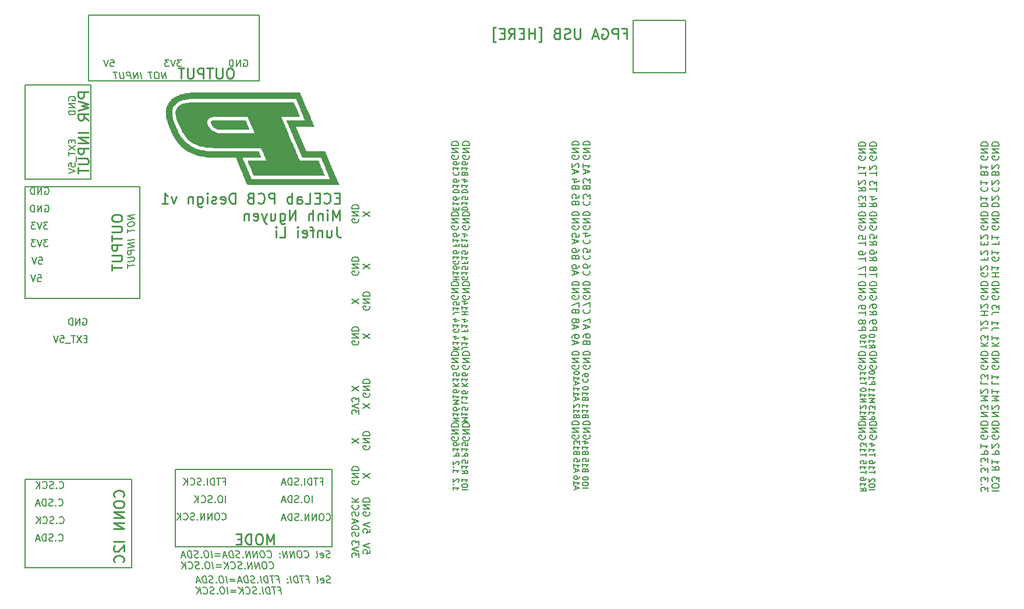
<source format=gbo>
G04 #@! TF.GenerationSoftware,KiCad,Pcbnew,(6.0.7)*
G04 #@! TF.CreationDate,2023-05-24T13:20:34-04:00*
G04 #@! TF.ProjectId,ECELab_v1,4543454c-6162-45f7-9631-2e6b69636164,rev?*
G04 #@! TF.SameCoordinates,Original*
G04 #@! TF.FileFunction,Legend,Bot*
G04 #@! TF.FilePolarity,Positive*
%FSLAX46Y46*%
G04 Gerber Fmt 4.6, Leading zero omitted, Abs format (unit mm)*
G04 Created by KiCad (PCBNEW (6.0.7)) date 2023-05-24 13:20:34*
%MOMM*%
%LPD*%
G01*
G04 APERTURE LIST*
%ADD10C,0.150000*%
%ADD11C,0.130000*%
%ADD12C,0.250000*%
%ADD13C,0.254000*%
%ADD14C,5.000000*%
%ADD15R,1.700000X1.700000*%
%ADD16O,1.700000X1.700000*%
%ADD17R,1.524000X1.524000*%
%ADD18C,1.524000*%
%ADD19C,0.650000*%
%ADD20O,1.600000X1.000000*%
%ADD21O,2.100000X1.000000*%
G04 APERTURE END LIST*
D10*
X126732186Y-141175000D02*
X149540386Y-141175000D01*
X149540386Y-141175000D02*
X149540386Y-129885800D01*
X149540386Y-129885800D02*
X126732186Y-129885800D01*
X126732186Y-129885800D02*
X126732186Y-141175000D01*
X193294000Y-64516000D02*
X200914000Y-64516000D01*
X200914000Y-64516000D02*
X200914000Y-72136000D01*
X200914000Y-72136000D02*
X193294000Y-72136000D01*
X193294000Y-72136000D02*
X193294000Y-64516000D01*
X121615200Y-88798400D02*
X104902000Y-88798400D01*
X104902000Y-88798400D02*
X104902000Y-105003600D01*
X104902000Y-105003600D02*
X121615200Y-105003600D01*
X121615200Y-105003600D02*
X121615200Y-88798400D01*
X114478600Y-73964800D02*
X104877400Y-73964800D01*
X104877400Y-73964800D02*
X104877400Y-87630000D01*
X104877400Y-87630000D02*
X114478600Y-87630000D01*
X114478600Y-87630000D02*
X114478600Y-73964800D01*
X138938000Y-73355200D02*
X114096800Y-73355200D01*
X114096800Y-73355200D02*
X114096800Y-63754000D01*
X114096800Y-63754000D02*
X138938000Y-63754000D01*
X138938000Y-63754000D02*
X138938000Y-73355200D01*
X120370600Y-131318000D02*
X104927400Y-131318000D01*
X104927400Y-131318000D02*
X104927400Y-144221200D01*
X104927400Y-144221200D02*
X120370600Y-144221200D01*
X120370600Y-144221200D02*
X120370600Y-131318000D01*
X149263136Y-142707361D02*
X149126231Y-142754980D01*
X148888136Y-142754980D01*
X148786945Y-142707361D01*
X148733374Y-142659742D01*
X148673850Y-142564504D01*
X148661945Y-142469266D01*
X148697659Y-142374028D01*
X148739326Y-142326409D01*
X148828612Y-142278790D01*
X149013136Y-142231171D01*
X149102421Y-142183552D01*
X149144088Y-142135933D01*
X149179802Y-142040695D01*
X149167897Y-141945457D01*
X149108374Y-141850219D01*
X149054802Y-141802600D01*
X148953612Y-141754980D01*
X148715516Y-141754980D01*
X148578612Y-141802600D01*
X147882183Y-142707361D02*
X147983374Y-142754980D01*
X148173850Y-142754980D01*
X148263136Y-142707361D01*
X148298850Y-142612123D01*
X148251231Y-142231171D01*
X148191707Y-142135933D01*
X148090516Y-142088314D01*
X147900040Y-142088314D01*
X147810755Y-142135933D01*
X147775040Y-142231171D01*
X147786945Y-142326409D01*
X148275040Y-142421647D01*
X147269088Y-142754980D02*
X147358374Y-142707361D01*
X147394088Y-142612123D01*
X147286945Y-141754980D01*
X145542897Y-142659742D02*
X145596469Y-142707361D01*
X145745278Y-142754980D01*
X145840516Y-142754980D01*
X145977421Y-142707361D01*
X146060755Y-142612123D01*
X146096469Y-142516885D01*
X146120278Y-142326409D01*
X146102421Y-142183552D01*
X146030993Y-141993076D01*
X145971469Y-141897838D01*
X145864326Y-141802600D01*
X145715516Y-141754980D01*
X145620278Y-141754980D01*
X145483374Y-141802600D01*
X145441707Y-141850219D01*
X144810755Y-141754980D02*
X144620278Y-141754980D01*
X144530993Y-141802600D01*
X144447659Y-141897838D01*
X144423850Y-142088314D01*
X144465516Y-142421647D01*
X144536945Y-142612123D01*
X144644088Y-142707361D01*
X144745278Y-142754980D01*
X144935755Y-142754980D01*
X145025040Y-142707361D01*
X145108374Y-142612123D01*
X145132183Y-142421647D01*
X145090516Y-142088314D01*
X145019088Y-141897838D01*
X144911945Y-141802600D01*
X144810755Y-141754980D01*
X144078612Y-142754980D02*
X143953612Y-141754980D01*
X143507183Y-142754980D01*
X143382183Y-141754980D01*
X143030993Y-142754980D02*
X142905993Y-141754980D01*
X142459564Y-142754980D01*
X142334564Y-141754980D01*
X141971469Y-142659742D02*
X141929802Y-142707361D01*
X141983374Y-142754980D01*
X142025040Y-142707361D01*
X141971469Y-142659742D01*
X141983374Y-142754980D01*
X141905993Y-142135933D02*
X141864326Y-142183552D01*
X141917897Y-142231171D01*
X141959564Y-142183552D01*
X141905993Y-142135933D01*
X141917897Y-142231171D01*
X140161945Y-142659742D02*
X140215516Y-142707361D01*
X140364326Y-142754980D01*
X140459564Y-142754980D01*
X140596469Y-142707361D01*
X140679802Y-142612123D01*
X140715516Y-142516885D01*
X140739326Y-142326409D01*
X140721469Y-142183552D01*
X140650040Y-141993076D01*
X140590516Y-141897838D01*
X140483374Y-141802600D01*
X140334564Y-141754980D01*
X140239326Y-141754980D01*
X140102421Y-141802600D01*
X140060755Y-141850219D01*
X139429802Y-141754980D02*
X139239326Y-141754980D01*
X139150040Y-141802600D01*
X139066707Y-141897838D01*
X139042897Y-142088314D01*
X139084564Y-142421647D01*
X139155993Y-142612123D01*
X139263136Y-142707361D01*
X139364326Y-142754980D01*
X139554802Y-142754980D01*
X139644088Y-142707361D01*
X139727421Y-142612123D01*
X139751231Y-142421647D01*
X139709564Y-142088314D01*
X139638136Y-141897838D01*
X139530993Y-141802600D01*
X139429802Y-141754980D01*
X138697659Y-142754980D02*
X138572659Y-141754980D01*
X138126231Y-142754980D01*
X138001231Y-141754980D01*
X137650040Y-142754980D02*
X137525040Y-141754980D01*
X137078612Y-142754980D01*
X136953612Y-141754980D01*
X136590516Y-142659742D02*
X136548850Y-142707361D01*
X136602421Y-142754980D01*
X136644088Y-142707361D01*
X136590516Y-142659742D01*
X136602421Y-142754980D01*
X136167897Y-142707361D02*
X136030993Y-142754980D01*
X135792897Y-142754980D01*
X135691707Y-142707361D01*
X135638136Y-142659742D01*
X135578612Y-142564504D01*
X135566707Y-142469266D01*
X135602421Y-142374028D01*
X135644088Y-142326409D01*
X135733374Y-142278790D01*
X135917897Y-142231171D01*
X136007183Y-142183552D01*
X136048850Y-142135933D01*
X136084564Y-142040695D01*
X136072659Y-141945457D01*
X136013136Y-141850219D01*
X135959564Y-141802600D01*
X135858374Y-141754980D01*
X135620278Y-141754980D01*
X135483374Y-141802600D01*
X135173850Y-142754980D02*
X135048850Y-141754980D01*
X134810755Y-141754980D01*
X134673850Y-141802600D01*
X134590516Y-141897838D01*
X134554802Y-141993076D01*
X134530993Y-142183552D01*
X134548850Y-142326409D01*
X134620278Y-142516885D01*
X134679802Y-142612123D01*
X134786945Y-142707361D01*
X134935755Y-142754980D01*
X135173850Y-142754980D01*
X134185755Y-142469266D02*
X133709564Y-142469266D01*
X134316707Y-142754980D02*
X133858374Y-141754980D01*
X133650040Y-142754980D01*
X133251231Y-142231171D02*
X132489326Y-142231171D01*
X132525040Y-142516885D02*
X133286945Y-142516885D01*
X132078612Y-142754980D02*
X131953612Y-141754980D01*
X131286945Y-141754980D02*
X131096469Y-141754980D01*
X131007183Y-141802600D01*
X130923850Y-141897838D01*
X130900040Y-142088314D01*
X130941707Y-142421647D01*
X131013136Y-142612123D01*
X131120278Y-142707361D01*
X131221469Y-142754980D01*
X131411945Y-142754980D01*
X131501231Y-142707361D01*
X131584564Y-142612123D01*
X131608374Y-142421647D01*
X131566707Y-142088314D01*
X131495278Y-141897838D01*
X131388136Y-141802600D01*
X131286945Y-141754980D01*
X130542897Y-142659742D02*
X130501231Y-142707361D01*
X130554802Y-142754980D01*
X130596469Y-142707361D01*
X130542897Y-142659742D01*
X130554802Y-142754980D01*
X130120278Y-142707361D02*
X129983374Y-142754980D01*
X129745278Y-142754980D01*
X129644088Y-142707361D01*
X129590516Y-142659742D01*
X129530993Y-142564504D01*
X129519088Y-142469266D01*
X129554802Y-142374028D01*
X129596469Y-142326409D01*
X129685755Y-142278790D01*
X129870278Y-142231171D01*
X129959564Y-142183552D01*
X130001231Y-142135933D01*
X130036945Y-142040695D01*
X130025040Y-141945457D01*
X129965516Y-141850219D01*
X129911945Y-141802600D01*
X129810755Y-141754980D01*
X129572659Y-141754980D01*
X129435755Y-141802600D01*
X129126231Y-142754980D02*
X129001231Y-141754980D01*
X128763136Y-141754980D01*
X128626231Y-141802600D01*
X128542897Y-141897838D01*
X128507183Y-141993076D01*
X128483374Y-142183552D01*
X128501231Y-142326409D01*
X128572659Y-142516885D01*
X128632183Y-142612123D01*
X128739326Y-142707361D01*
X128888136Y-142754980D01*
X129126231Y-142754980D01*
X128138136Y-142469266D02*
X127661945Y-142469266D01*
X128269088Y-142754980D02*
X127810755Y-141754980D01*
X127602421Y-142754980D01*
X140447659Y-144269742D02*
X140501231Y-144317361D01*
X140650040Y-144364980D01*
X140745278Y-144364980D01*
X140882183Y-144317361D01*
X140965516Y-144222123D01*
X141001231Y-144126885D01*
X141025040Y-143936409D01*
X141007183Y-143793552D01*
X140935755Y-143603076D01*
X140876231Y-143507838D01*
X140769088Y-143412600D01*
X140620278Y-143364980D01*
X140525040Y-143364980D01*
X140388136Y-143412600D01*
X140346469Y-143460219D01*
X139715516Y-143364980D02*
X139525040Y-143364980D01*
X139435755Y-143412600D01*
X139352421Y-143507838D01*
X139328612Y-143698314D01*
X139370278Y-144031647D01*
X139441707Y-144222123D01*
X139548850Y-144317361D01*
X139650040Y-144364980D01*
X139840516Y-144364980D01*
X139929802Y-144317361D01*
X140013136Y-144222123D01*
X140036945Y-144031647D01*
X139995278Y-143698314D01*
X139923850Y-143507838D01*
X139816707Y-143412600D01*
X139715516Y-143364980D01*
X138983374Y-144364980D02*
X138858374Y-143364980D01*
X138411945Y-144364980D01*
X138286945Y-143364980D01*
X137935755Y-144364980D02*
X137810755Y-143364980D01*
X137364326Y-144364980D01*
X137239326Y-143364980D01*
X136876231Y-144269742D02*
X136834564Y-144317361D01*
X136888136Y-144364980D01*
X136929802Y-144317361D01*
X136876231Y-144269742D01*
X136888136Y-144364980D01*
X136453612Y-144317361D02*
X136316707Y-144364980D01*
X136078612Y-144364980D01*
X135977421Y-144317361D01*
X135923850Y-144269742D01*
X135864326Y-144174504D01*
X135852421Y-144079266D01*
X135888136Y-143984028D01*
X135929802Y-143936409D01*
X136019088Y-143888790D01*
X136203612Y-143841171D01*
X136292897Y-143793552D01*
X136334564Y-143745933D01*
X136370278Y-143650695D01*
X136358374Y-143555457D01*
X136298850Y-143460219D01*
X136245278Y-143412600D01*
X136144088Y-143364980D01*
X135905993Y-143364980D01*
X135769088Y-143412600D01*
X134876231Y-144269742D02*
X134929802Y-144317361D01*
X135078612Y-144364980D01*
X135173850Y-144364980D01*
X135310755Y-144317361D01*
X135394088Y-144222123D01*
X135429802Y-144126885D01*
X135453612Y-143936409D01*
X135435755Y-143793552D01*
X135364326Y-143603076D01*
X135304802Y-143507838D01*
X135197659Y-143412600D01*
X135048850Y-143364980D01*
X134953612Y-143364980D01*
X134816707Y-143412600D01*
X134775040Y-143460219D01*
X134459564Y-144364980D02*
X134334564Y-143364980D01*
X133888136Y-144364980D02*
X134245278Y-143793552D01*
X133763136Y-143364980D02*
X134405993Y-143936409D01*
X133394088Y-143841171D02*
X132632183Y-143841171D01*
X132667897Y-144126885D02*
X133429802Y-144126885D01*
X132221469Y-144364980D02*
X132096469Y-143364980D01*
X131429802Y-143364980D02*
X131239326Y-143364980D01*
X131150040Y-143412600D01*
X131066707Y-143507838D01*
X131042897Y-143698314D01*
X131084564Y-144031647D01*
X131155993Y-144222123D01*
X131263136Y-144317361D01*
X131364326Y-144364980D01*
X131554802Y-144364980D01*
X131644088Y-144317361D01*
X131727421Y-144222123D01*
X131751231Y-144031647D01*
X131709564Y-143698314D01*
X131638136Y-143507838D01*
X131530993Y-143412600D01*
X131429802Y-143364980D01*
X130685755Y-144269742D02*
X130644088Y-144317361D01*
X130697659Y-144364980D01*
X130739326Y-144317361D01*
X130685755Y-144269742D01*
X130697659Y-144364980D01*
X130263136Y-144317361D02*
X130126231Y-144364980D01*
X129888136Y-144364980D01*
X129786945Y-144317361D01*
X129733374Y-144269742D01*
X129673850Y-144174504D01*
X129661945Y-144079266D01*
X129697659Y-143984028D01*
X129739326Y-143936409D01*
X129828612Y-143888790D01*
X130013136Y-143841171D01*
X130102421Y-143793552D01*
X130144088Y-143745933D01*
X130179802Y-143650695D01*
X130167897Y-143555457D01*
X130108374Y-143460219D01*
X130054802Y-143412600D01*
X129953612Y-143364980D01*
X129715516Y-143364980D01*
X129578612Y-143412600D01*
X128685755Y-144269742D02*
X128739326Y-144317361D01*
X128888136Y-144364980D01*
X128983374Y-144364980D01*
X129120278Y-144317361D01*
X129203612Y-144222123D01*
X129239326Y-144126885D01*
X129263136Y-143936409D01*
X129245278Y-143793552D01*
X129173850Y-143603076D01*
X129114326Y-143507838D01*
X129007183Y-143412600D01*
X128858374Y-143364980D01*
X128763136Y-143364980D01*
X128626231Y-143412600D01*
X128584564Y-143460219D01*
X128269088Y-144364980D02*
X128144088Y-143364980D01*
X127697659Y-144364980D02*
X128054802Y-143793552D01*
X127572659Y-143364980D02*
X128215516Y-143936409D01*
D11*
X228412095Y-130530476D02*
X228412095Y-130073333D01*
X227612095Y-130301904D02*
X228412095Y-130301904D01*
X227612095Y-129387619D02*
X227612095Y-129844761D01*
X227612095Y-129616190D02*
X228412095Y-129616190D01*
X228297809Y-129692380D01*
X228221619Y-129768571D01*
X228183523Y-129844761D01*
X228412095Y-128701904D02*
X228412095Y-128854285D01*
X228374000Y-128930476D01*
X228335904Y-128968571D01*
X228221619Y-129044761D01*
X228069238Y-129082857D01*
X227764476Y-129082857D01*
X227688285Y-129044761D01*
X227650190Y-129006666D01*
X227612095Y-128930476D01*
X227612095Y-128778095D01*
X227650190Y-128701904D01*
X227688285Y-128663809D01*
X227764476Y-128625714D01*
X227954952Y-128625714D01*
X228031142Y-128663809D01*
X228069238Y-128701904D01*
X228107333Y-128778095D01*
X228107333Y-128930476D01*
X228069238Y-129006666D01*
X228031142Y-129044761D01*
X227954952Y-129082857D01*
X227124095Y-130530476D02*
X227124095Y-130073333D01*
X226324095Y-130301904D02*
X227124095Y-130301904D01*
X226324095Y-129387619D02*
X226324095Y-129844761D01*
X226324095Y-129616190D02*
X227124095Y-129616190D01*
X227009809Y-129692380D01*
X226933619Y-129768571D01*
X226895523Y-129844761D01*
X227124095Y-128663809D02*
X227124095Y-129044761D01*
X226743142Y-129082857D01*
X226781238Y-129044761D01*
X226819333Y-128968571D01*
X226819333Y-128778095D01*
X226781238Y-128701904D01*
X226743142Y-128663809D01*
X226666952Y-128625714D01*
X226476476Y-128625714D01*
X226400285Y-128663809D01*
X226362190Y-128701904D01*
X226324095Y-128778095D01*
X226324095Y-128968571D01*
X226362190Y-129044761D01*
X226400285Y-129082857D01*
D10*
X133526190Y-137182142D02*
X133573809Y-137229761D01*
X133716666Y-137277380D01*
X133811904Y-137277380D01*
X133954761Y-137229761D01*
X134050000Y-137134523D01*
X134097619Y-137039285D01*
X134145238Y-136848809D01*
X134145238Y-136705952D01*
X134097619Y-136515476D01*
X134050000Y-136420238D01*
X133954761Y-136325000D01*
X133811904Y-136277380D01*
X133716666Y-136277380D01*
X133573809Y-136325000D01*
X133526190Y-136372619D01*
X132907142Y-136277380D02*
X132716666Y-136277380D01*
X132621428Y-136325000D01*
X132526190Y-136420238D01*
X132478571Y-136610714D01*
X132478571Y-136944047D01*
X132526190Y-137134523D01*
X132621428Y-137229761D01*
X132716666Y-137277380D01*
X132907142Y-137277380D01*
X133002380Y-137229761D01*
X133097619Y-137134523D01*
X133145238Y-136944047D01*
X133145238Y-136610714D01*
X133097619Y-136420238D01*
X133002380Y-136325000D01*
X132907142Y-136277380D01*
X132050000Y-137277380D02*
X132050000Y-136277380D01*
X131478571Y-137277380D01*
X131478571Y-136277380D01*
X131002380Y-137277380D02*
X131002380Y-136277380D01*
X130430952Y-137277380D01*
X130430952Y-136277380D01*
X129954761Y-137182142D02*
X129907142Y-137229761D01*
X129954761Y-137277380D01*
X130002380Y-137229761D01*
X129954761Y-137182142D01*
X129954761Y-137277380D01*
X129526190Y-137229761D02*
X129383333Y-137277380D01*
X129145238Y-137277380D01*
X129050000Y-137229761D01*
X129002380Y-137182142D01*
X128954761Y-137086904D01*
X128954761Y-136991666D01*
X129002380Y-136896428D01*
X129050000Y-136848809D01*
X129145238Y-136801190D01*
X129335714Y-136753571D01*
X129430952Y-136705952D01*
X129478571Y-136658333D01*
X129526190Y-136563095D01*
X129526190Y-136467857D01*
X129478571Y-136372619D01*
X129430952Y-136325000D01*
X129335714Y-136277380D01*
X129097619Y-136277380D01*
X128954761Y-136325000D01*
X127954761Y-137182142D02*
X128002380Y-137229761D01*
X128145238Y-137277380D01*
X128240476Y-137277380D01*
X128383333Y-137229761D01*
X128478571Y-137134523D01*
X128526190Y-137039285D01*
X128573809Y-136848809D01*
X128573809Y-136705952D01*
X128526190Y-136515476D01*
X128478571Y-136420238D01*
X128383333Y-136325000D01*
X128240476Y-136277380D01*
X128145238Y-136277380D01*
X128002380Y-136325000D01*
X127954761Y-136372619D01*
X127526190Y-137277380D02*
X127526190Y-136277380D01*
X126954761Y-137277380D02*
X127383333Y-136705952D01*
X126954761Y-136277380D02*
X127526190Y-136848809D01*
D11*
X168430095Y-130054285D02*
X168811047Y-130320952D01*
X168430095Y-130511428D02*
X169230095Y-130511428D01*
X169230095Y-130206666D01*
X169192000Y-130130476D01*
X169153904Y-130092380D01*
X169077714Y-130054285D01*
X168963428Y-130054285D01*
X168887238Y-130092380D01*
X168849142Y-130130476D01*
X168811047Y-130206666D01*
X168811047Y-130511428D01*
X168430095Y-129292380D02*
X168430095Y-129749523D01*
X168430095Y-129520952D02*
X169230095Y-129520952D01*
X169115809Y-129597142D01*
X169039619Y-129673333D01*
X169001523Y-129749523D01*
X169230095Y-128568571D02*
X169230095Y-128949523D01*
X168849142Y-128987619D01*
X168887238Y-128949523D01*
X168925333Y-128873333D01*
X168925333Y-128682857D01*
X168887238Y-128606666D01*
X168849142Y-128568571D01*
X168772952Y-128530476D01*
X168582476Y-128530476D01*
X168506285Y-128568571D01*
X168468190Y-128606666D01*
X168430095Y-128682857D01*
X168430095Y-128873333D01*
X168468190Y-128949523D01*
X168506285Y-128987619D01*
X167142095Y-129882857D02*
X167142095Y-130340000D01*
X167142095Y-130111428D02*
X167942095Y-130111428D01*
X167827809Y-130187619D01*
X167751619Y-130263809D01*
X167713523Y-130340000D01*
X167218285Y-129540000D02*
X167180190Y-129501904D01*
X167142095Y-129540000D01*
X167180190Y-129578095D01*
X167218285Y-129540000D01*
X167142095Y-129540000D01*
X167865904Y-129197142D02*
X167904000Y-129159047D01*
X167942095Y-129082857D01*
X167942095Y-128892380D01*
X167904000Y-128816190D01*
X167865904Y-128778095D01*
X167789714Y-128740000D01*
X167713523Y-128740000D01*
X167599238Y-128778095D01*
X167142095Y-129235238D01*
X167142095Y-128740000D01*
D10*
X246415000Y-99020285D02*
X246462619Y-99115523D01*
X246462619Y-99258380D01*
X246415000Y-99401238D01*
X246319761Y-99496476D01*
X246224523Y-99544095D01*
X246034047Y-99591714D01*
X245891190Y-99591714D01*
X245700714Y-99544095D01*
X245605476Y-99496476D01*
X245510238Y-99401238D01*
X245462619Y-99258380D01*
X245462619Y-99163142D01*
X245510238Y-99020285D01*
X245557857Y-98972666D01*
X245891190Y-98972666D01*
X245891190Y-99163142D01*
X245462619Y-98020285D02*
X245462619Y-98591714D01*
X245462619Y-98306000D02*
X246462619Y-98306000D01*
X246319761Y-98401238D01*
X246224523Y-98496476D01*
X246176904Y-98591714D01*
X244376428Y-99139333D02*
X244376428Y-99472666D01*
X243852619Y-99472666D02*
X244852619Y-99472666D01*
X244852619Y-98996476D01*
X244757380Y-98663142D02*
X244805000Y-98615523D01*
X244852619Y-98520285D01*
X244852619Y-98282190D01*
X244805000Y-98186952D01*
X244757380Y-98139333D01*
X244662142Y-98091714D01*
X244566904Y-98091714D01*
X244424047Y-98139333D01*
X243852619Y-98710761D01*
X243852619Y-98091714D01*
X245462619Y-117006666D02*
X245462619Y-117482857D01*
X246462619Y-117482857D01*
X245462619Y-116149523D02*
X245462619Y-116720952D01*
X245462619Y-116435238D02*
X246462619Y-116435238D01*
X246319761Y-116530476D01*
X246224523Y-116625714D01*
X246176904Y-116720952D01*
X243852619Y-117006666D02*
X243852619Y-117482857D01*
X244852619Y-117482857D01*
X244852619Y-116768571D02*
X244852619Y-116149523D01*
X244471666Y-116482857D01*
X244471666Y-116340000D01*
X244424047Y-116244761D01*
X244376428Y-116197142D01*
X244281190Y-116149523D01*
X244043095Y-116149523D01*
X243947857Y-116197142D01*
X243900238Y-116244761D01*
X243852619Y-116340000D01*
X243852619Y-116625714D01*
X243900238Y-116720952D01*
X243947857Y-116768571D01*
X186550428Y-111402761D02*
X186502809Y-111259904D01*
X186455190Y-111212285D01*
X186359952Y-111164666D01*
X186217095Y-111164666D01*
X186121857Y-111212285D01*
X186074238Y-111259904D01*
X186026619Y-111355142D01*
X186026619Y-111736095D01*
X187026619Y-111736095D01*
X187026619Y-111402761D01*
X186979000Y-111307523D01*
X186931380Y-111259904D01*
X186836142Y-111212285D01*
X186740904Y-111212285D01*
X186645666Y-111259904D01*
X186598047Y-111307523D01*
X186550428Y-111402761D01*
X186550428Y-111736095D01*
X186026619Y-110688476D02*
X186026619Y-110498000D01*
X186074238Y-110402761D01*
X186121857Y-110355142D01*
X186264714Y-110259904D01*
X186455190Y-110212285D01*
X186836142Y-110212285D01*
X186931380Y-110259904D01*
X186979000Y-110307523D01*
X187026619Y-110402761D01*
X187026619Y-110593238D01*
X186979000Y-110688476D01*
X186931380Y-110736095D01*
X186836142Y-110783714D01*
X186598047Y-110783714D01*
X186502809Y-110736095D01*
X186455190Y-110688476D01*
X186407571Y-110593238D01*
X186407571Y-110402761D01*
X186455190Y-110307523D01*
X186502809Y-110259904D01*
X186598047Y-110212285D01*
X184702333Y-111712285D02*
X184702333Y-111236095D01*
X184416619Y-111807523D02*
X185416619Y-111474190D01*
X184416619Y-111140857D01*
X184416619Y-110759904D02*
X184416619Y-110569428D01*
X184464238Y-110474190D01*
X184511857Y-110426571D01*
X184654714Y-110331333D01*
X184845190Y-110283714D01*
X185226142Y-110283714D01*
X185321380Y-110331333D01*
X185369000Y-110378952D01*
X185416619Y-110474190D01*
X185416619Y-110664666D01*
X185369000Y-110759904D01*
X185321380Y-110807523D01*
X185226142Y-110855142D01*
X184988047Y-110855142D01*
X184892809Y-110807523D01*
X184845190Y-110759904D01*
X184797571Y-110664666D01*
X184797571Y-110474190D01*
X184845190Y-110378952D01*
X184892809Y-110331333D01*
X184988047Y-110283714D01*
X246415000Y-124967904D02*
X246462619Y-125063142D01*
X246462619Y-125206000D01*
X246415000Y-125348857D01*
X246319761Y-125444095D01*
X246224523Y-125491714D01*
X246034047Y-125539333D01*
X245891190Y-125539333D01*
X245700714Y-125491714D01*
X245605476Y-125444095D01*
X245510238Y-125348857D01*
X245462619Y-125206000D01*
X245462619Y-125110761D01*
X245510238Y-124967904D01*
X245557857Y-124920285D01*
X245891190Y-124920285D01*
X245891190Y-125110761D01*
X245462619Y-124491714D02*
X246462619Y-124491714D01*
X245462619Y-123920285D01*
X246462619Y-123920285D01*
X245462619Y-123444095D02*
X246462619Y-123444095D01*
X246462619Y-123206000D01*
X246415000Y-123063142D01*
X246319761Y-122967904D01*
X246224523Y-122920285D01*
X246034047Y-122872666D01*
X245891190Y-122872666D01*
X245700714Y-122920285D01*
X245605476Y-122967904D01*
X245510238Y-123063142D01*
X245462619Y-123206000D01*
X245462619Y-123444095D01*
X244805000Y-124967904D02*
X244852619Y-125063142D01*
X244852619Y-125206000D01*
X244805000Y-125348857D01*
X244709761Y-125444095D01*
X244614523Y-125491714D01*
X244424047Y-125539333D01*
X244281190Y-125539333D01*
X244090714Y-125491714D01*
X243995476Y-125444095D01*
X243900238Y-125348857D01*
X243852619Y-125206000D01*
X243852619Y-125110761D01*
X243900238Y-124967904D01*
X243947857Y-124920285D01*
X244281190Y-124920285D01*
X244281190Y-125110761D01*
X243852619Y-124491714D02*
X244852619Y-124491714D01*
X243852619Y-123920285D01*
X244852619Y-123920285D01*
X243852619Y-123444095D02*
X244852619Y-123444095D01*
X244852619Y-123206000D01*
X244805000Y-123063142D01*
X244709761Y-122967904D01*
X244614523Y-122920285D01*
X244424047Y-122872666D01*
X244281190Y-122872666D01*
X244090714Y-122920285D01*
X243995476Y-122967904D01*
X243900238Y-123063142D01*
X243852619Y-123206000D01*
X243852619Y-123444095D01*
X109904761Y-132582142D02*
X109952380Y-132629761D01*
X110095238Y-132677380D01*
X110190476Y-132677380D01*
X110333333Y-132629761D01*
X110428571Y-132534523D01*
X110476190Y-132439285D01*
X110523809Y-132248809D01*
X110523809Y-132105952D01*
X110476190Y-131915476D01*
X110428571Y-131820238D01*
X110333333Y-131725000D01*
X110190476Y-131677380D01*
X110095238Y-131677380D01*
X109952380Y-131725000D01*
X109904761Y-131772619D01*
X109476190Y-132582142D02*
X109428571Y-132629761D01*
X109476190Y-132677380D01*
X109523809Y-132629761D01*
X109476190Y-132582142D01*
X109476190Y-132677380D01*
X109047619Y-132629761D02*
X108904761Y-132677380D01*
X108666666Y-132677380D01*
X108571428Y-132629761D01*
X108523809Y-132582142D01*
X108476190Y-132486904D01*
X108476190Y-132391666D01*
X108523809Y-132296428D01*
X108571428Y-132248809D01*
X108666666Y-132201190D01*
X108857142Y-132153571D01*
X108952380Y-132105952D01*
X109000000Y-132058333D01*
X109047619Y-131963095D01*
X109047619Y-131867857D01*
X109000000Y-131772619D01*
X108952380Y-131725000D01*
X108857142Y-131677380D01*
X108619047Y-131677380D01*
X108476190Y-131725000D01*
X107476190Y-132582142D02*
X107523809Y-132629761D01*
X107666666Y-132677380D01*
X107761904Y-132677380D01*
X107904761Y-132629761D01*
X108000000Y-132534523D01*
X108047619Y-132439285D01*
X108095238Y-132248809D01*
X108095238Y-132105952D01*
X108047619Y-131915476D01*
X108000000Y-131820238D01*
X107904761Y-131725000D01*
X107761904Y-131677380D01*
X107666666Y-131677380D01*
X107523809Y-131725000D01*
X107476190Y-131772619D01*
X107047619Y-132677380D02*
X107047619Y-131677380D01*
X106476190Y-132677380D02*
X106904761Y-132105952D01*
X106476190Y-131677380D02*
X107047619Y-132248809D01*
X186979000Y-94462504D02*
X187026619Y-94557742D01*
X187026619Y-94700600D01*
X186979000Y-94843457D01*
X186883761Y-94938695D01*
X186788523Y-94986314D01*
X186598047Y-95033933D01*
X186455190Y-95033933D01*
X186264714Y-94986314D01*
X186169476Y-94938695D01*
X186074238Y-94843457D01*
X186026619Y-94700600D01*
X186026619Y-94605361D01*
X186074238Y-94462504D01*
X186121857Y-94414885D01*
X186455190Y-94414885D01*
X186455190Y-94605361D01*
X186026619Y-93986314D02*
X187026619Y-93986314D01*
X186026619Y-93414885D01*
X187026619Y-93414885D01*
X186026619Y-92938695D02*
X187026619Y-92938695D01*
X187026619Y-92700600D01*
X186979000Y-92557742D01*
X186883761Y-92462504D01*
X186788523Y-92414885D01*
X186598047Y-92367266D01*
X186455190Y-92367266D01*
X186264714Y-92414885D01*
X186169476Y-92462504D01*
X186074238Y-92557742D01*
X186026619Y-92700600D01*
X186026619Y-92938695D01*
X185369000Y-94462504D02*
X185416619Y-94557742D01*
X185416619Y-94700600D01*
X185369000Y-94843457D01*
X185273761Y-94938695D01*
X185178523Y-94986314D01*
X184988047Y-95033933D01*
X184845190Y-95033933D01*
X184654714Y-94986314D01*
X184559476Y-94938695D01*
X184464238Y-94843457D01*
X184416619Y-94700600D01*
X184416619Y-94605361D01*
X184464238Y-94462504D01*
X184511857Y-94414885D01*
X184845190Y-94414885D01*
X184845190Y-94605361D01*
X184416619Y-93986314D02*
X185416619Y-93986314D01*
X184416619Y-93414885D01*
X185416619Y-93414885D01*
X184416619Y-92938695D02*
X185416619Y-92938695D01*
X185416619Y-92700600D01*
X185369000Y-92557742D01*
X185273761Y-92462504D01*
X185178523Y-92414885D01*
X184988047Y-92367266D01*
X184845190Y-92367266D01*
X184654714Y-92414885D01*
X184559476Y-92462504D01*
X184464238Y-92557742D01*
X184416619Y-92700600D01*
X184416619Y-92938695D01*
D11*
X227612095Y-132880000D02*
X228412095Y-132880000D01*
X228412095Y-132346666D02*
X228412095Y-132194285D01*
X228374000Y-132118095D01*
X228297809Y-132041904D01*
X228145428Y-132003809D01*
X227878761Y-132003809D01*
X227726380Y-132041904D01*
X227650190Y-132118095D01*
X227612095Y-132194285D01*
X227612095Y-132346666D01*
X227650190Y-132422857D01*
X227726380Y-132499047D01*
X227878761Y-132537142D01*
X228145428Y-132537142D01*
X228297809Y-132499047D01*
X228374000Y-132422857D01*
X228412095Y-132346666D01*
X228335904Y-131699047D02*
X228374000Y-131660952D01*
X228412095Y-131584761D01*
X228412095Y-131394285D01*
X228374000Y-131318095D01*
X228335904Y-131280000D01*
X228259714Y-131241904D01*
X228183523Y-131241904D01*
X228069238Y-131280000D01*
X227612095Y-131737142D01*
X227612095Y-131241904D01*
X226324095Y-132594285D02*
X226705047Y-132860952D01*
X226324095Y-133051428D02*
X227124095Y-133051428D01*
X227124095Y-132746666D01*
X227086000Y-132670476D01*
X227047904Y-132632380D01*
X226971714Y-132594285D01*
X226857428Y-132594285D01*
X226781238Y-132632380D01*
X226743142Y-132670476D01*
X226705047Y-132746666D01*
X226705047Y-133051428D01*
X226324095Y-131832380D02*
X226324095Y-132289523D01*
X226324095Y-132060952D02*
X227124095Y-132060952D01*
X227009809Y-132137142D01*
X226933619Y-132213333D01*
X226895523Y-132289523D01*
X227124095Y-131146666D02*
X227124095Y-131299047D01*
X227086000Y-131375238D01*
X227047904Y-131413333D01*
X226933619Y-131489523D01*
X226781238Y-131527619D01*
X226476476Y-131527619D01*
X226400285Y-131489523D01*
X226362190Y-131451428D01*
X226324095Y-131375238D01*
X226324095Y-131222857D01*
X226362190Y-131146666D01*
X226400285Y-131108571D01*
X226476476Y-131070476D01*
X226666952Y-131070476D01*
X226743142Y-131108571D01*
X226781238Y-131146666D01*
X226819333Y-131222857D01*
X226819333Y-131375238D01*
X226781238Y-131451428D01*
X226743142Y-131489523D01*
X226666952Y-131527619D01*
D10*
X186121857Y-101004666D02*
X186074238Y-101052285D01*
X186026619Y-101195142D01*
X186026619Y-101290380D01*
X186074238Y-101433238D01*
X186169476Y-101528476D01*
X186264714Y-101576095D01*
X186455190Y-101623714D01*
X186598047Y-101623714D01*
X186788523Y-101576095D01*
X186883761Y-101528476D01*
X186979000Y-101433238D01*
X187026619Y-101290380D01*
X187026619Y-101195142D01*
X186979000Y-101052285D01*
X186931380Y-101004666D01*
X187026619Y-100147523D02*
X187026619Y-100338000D01*
X186979000Y-100433238D01*
X186931380Y-100480857D01*
X186788523Y-100576095D01*
X186598047Y-100623714D01*
X186217095Y-100623714D01*
X186121857Y-100576095D01*
X186074238Y-100528476D01*
X186026619Y-100433238D01*
X186026619Y-100242761D01*
X186074238Y-100147523D01*
X186121857Y-100099904D01*
X186217095Y-100052285D01*
X186455190Y-100052285D01*
X186550428Y-100099904D01*
X186598047Y-100147523D01*
X186645666Y-100242761D01*
X186645666Y-100433238D01*
X186598047Y-100528476D01*
X186550428Y-100576095D01*
X186455190Y-100623714D01*
X184702333Y-101552285D02*
X184702333Y-101076095D01*
X184416619Y-101647523D02*
X185416619Y-101314190D01*
X184416619Y-100980857D01*
X185416619Y-100218952D02*
X185416619Y-100409428D01*
X185369000Y-100504666D01*
X185321380Y-100552285D01*
X185178523Y-100647523D01*
X184988047Y-100695142D01*
X184607095Y-100695142D01*
X184511857Y-100647523D01*
X184464238Y-100599904D01*
X184416619Y-100504666D01*
X184416619Y-100314190D01*
X184464238Y-100218952D01*
X184511857Y-100171333D01*
X184607095Y-100123714D01*
X184845190Y-100123714D01*
X184940428Y-100171333D01*
X184988047Y-100218952D01*
X185035666Y-100314190D01*
X185035666Y-100504666D01*
X184988047Y-100599904D01*
X184940428Y-100647523D01*
X184845190Y-100695142D01*
X106746428Y-101577380D02*
X107222619Y-101577380D01*
X107270238Y-102053571D01*
X107222619Y-102005952D01*
X107127380Y-101958333D01*
X106889285Y-101958333D01*
X106794047Y-102005952D01*
X106746428Y-102053571D01*
X106698809Y-102148809D01*
X106698809Y-102386904D01*
X106746428Y-102482142D01*
X106794047Y-102529761D01*
X106889285Y-102577380D01*
X107127380Y-102577380D01*
X107222619Y-102529761D01*
X107270238Y-102482142D01*
X106413095Y-101577380D02*
X106079761Y-102577380D01*
X105746428Y-101577380D01*
X133690476Y-131678571D02*
X134023809Y-131678571D01*
X134023809Y-132202380D02*
X134023809Y-131202380D01*
X133547619Y-131202380D01*
X133309523Y-131202380D02*
X132738095Y-131202380D01*
X133023809Y-132202380D02*
X133023809Y-131202380D01*
X132404761Y-132202380D02*
X132404761Y-131202380D01*
X132166666Y-131202380D01*
X132023809Y-131250000D01*
X131928571Y-131345238D01*
X131880952Y-131440476D01*
X131833333Y-131630952D01*
X131833333Y-131773809D01*
X131880952Y-131964285D01*
X131928571Y-132059523D01*
X132023809Y-132154761D01*
X132166666Y-132202380D01*
X132404761Y-132202380D01*
X131404761Y-132202380D02*
X131404761Y-131202380D01*
X130928571Y-132107142D02*
X130880952Y-132154761D01*
X130928571Y-132202380D01*
X130976190Y-132154761D01*
X130928571Y-132107142D01*
X130928571Y-132202380D01*
X130500000Y-132154761D02*
X130357142Y-132202380D01*
X130119047Y-132202380D01*
X130023809Y-132154761D01*
X129976190Y-132107142D01*
X129928571Y-132011904D01*
X129928571Y-131916666D01*
X129976190Y-131821428D01*
X130023809Y-131773809D01*
X130119047Y-131726190D01*
X130309523Y-131678571D01*
X130404761Y-131630952D01*
X130452380Y-131583333D01*
X130500000Y-131488095D01*
X130500000Y-131392857D01*
X130452380Y-131297619D01*
X130404761Y-131250000D01*
X130309523Y-131202380D01*
X130071428Y-131202380D01*
X129928571Y-131250000D01*
X128928571Y-132107142D02*
X128976190Y-132154761D01*
X129119047Y-132202380D01*
X129214285Y-132202380D01*
X129357142Y-132154761D01*
X129452380Y-132059523D01*
X129500000Y-131964285D01*
X129547619Y-131773809D01*
X129547619Y-131630952D01*
X129500000Y-131440476D01*
X129452380Y-131345238D01*
X129357142Y-131250000D01*
X129214285Y-131202380D01*
X129119047Y-131202380D01*
X128976190Y-131250000D01*
X128928571Y-131297619D01*
X128500000Y-132202380D02*
X128500000Y-131202380D01*
X127928571Y-132202380D02*
X128357142Y-131630952D01*
X127928571Y-131202380D02*
X128500000Y-131773809D01*
X169453000Y-125221904D02*
X169500619Y-125317142D01*
X169500619Y-125460000D01*
X169453000Y-125602857D01*
X169357761Y-125698095D01*
X169262523Y-125745714D01*
X169072047Y-125793333D01*
X168929190Y-125793333D01*
X168738714Y-125745714D01*
X168643476Y-125698095D01*
X168548238Y-125602857D01*
X168500619Y-125460000D01*
X168500619Y-125364761D01*
X168548238Y-125221904D01*
X168595857Y-125174285D01*
X168929190Y-125174285D01*
X168929190Y-125364761D01*
X168500619Y-124745714D02*
X169500619Y-124745714D01*
X168500619Y-124174285D01*
X169500619Y-124174285D01*
X168500619Y-123698095D02*
X169500619Y-123698095D01*
X169500619Y-123460000D01*
X169453000Y-123317142D01*
X169357761Y-123221904D01*
X169262523Y-123174285D01*
X169072047Y-123126666D01*
X168929190Y-123126666D01*
X168738714Y-123174285D01*
X168643476Y-123221904D01*
X168548238Y-123317142D01*
X168500619Y-123460000D01*
X168500619Y-123698095D01*
X167843000Y-125221904D02*
X167890619Y-125317142D01*
X167890619Y-125460000D01*
X167843000Y-125602857D01*
X167747761Y-125698095D01*
X167652523Y-125745714D01*
X167462047Y-125793333D01*
X167319190Y-125793333D01*
X167128714Y-125745714D01*
X167033476Y-125698095D01*
X166938238Y-125602857D01*
X166890619Y-125460000D01*
X166890619Y-125364761D01*
X166938238Y-125221904D01*
X166985857Y-125174285D01*
X167319190Y-125174285D01*
X167319190Y-125364761D01*
X166890619Y-124745714D02*
X167890619Y-124745714D01*
X166890619Y-124174285D01*
X167890619Y-124174285D01*
X166890619Y-123698095D02*
X167890619Y-123698095D01*
X167890619Y-123460000D01*
X167843000Y-123317142D01*
X167747761Y-123221904D01*
X167652523Y-123174285D01*
X167462047Y-123126666D01*
X167319190Y-123126666D01*
X167128714Y-123174285D01*
X167033476Y-123221904D01*
X166938238Y-123317142D01*
X166890619Y-123460000D01*
X166890619Y-123698095D01*
X246462619Y-107013333D02*
X245748333Y-107013333D01*
X245605476Y-107060952D01*
X245510238Y-107156190D01*
X245462619Y-107299047D01*
X245462619Y-107394285D01*
X246462619Y-106632380D02*
X246462619Y-106013333D01*
X246081666Y-106346666D01*
X246081666Y-106203809D01*
X246034047Y-106108571D01*
X245986428Y-106060952D01*
X245891190Y-106013333D01*
X245653095Y-106013333D01*
X245557857Y-106060952D01*
X245510238Y-106108571D01*
X245462619Y-106203809D01*
X245462619Y-106489523D01*
X245510238Y-106584761D01*
X245557857Y-106632380D01*
X243852619Y-107441904D02*
X244852619Y-107441904D01*
X244376428Y-107441904D02*
X244376428Y-106870476D01*
X243852619Y-106870476D02*
X244852619Y-106870476D01*
X244757380Y-106441904D02*
X244805000Y-106394285D01*
X244852619Y-106299047D01*
X244852619Y-106060952D01*
X244805000Y-105965714D01*
X244757380Y-105918095D01*
X244662142Y-105870476D01*
X244566904Y-105870476D01*
X244424047Y-105918095D01*
X243852619Y-106489523D01*
X243852619Y-105870476D01*
D11*
X186375142Y-119576761D02*
X186337047Y-119462476D01*
X186298952Y-119424380D01*
X186222761Y-119386285D01*
X186108476Y-119386285D01*
X186032285Y-119424380D01*
X185994190Y-119462476D01*
X185956095Y-119538666D01*
X185956095Y-119843428D01*
X186756095Y-119843428D01*
X186756095Y-119576761D01*
X186718000Y-119500571D01*
X186679904Y-119462476D01*
X186603714Y-119424380D01*
X186527523Y-119424380D01*
X186451333Y-119462476D01*
X186413238Y-119500571D01*
X186375142Y-119576761D01*
X186375142Y-119843428D01*
X185956095Y-118624380D02*
X185956095Y-119081523D01*
X185956095Y-118852952D02*
X186756095Y-118852952D01*
X186641809Y-118929142D01*
X186565619Y-119005333D01*
X186527523Y-119081523D01*
X186756095Y-118129142D02*
X186756095Y-118052952D01*
X186718000Y-117976761D01*
X186679904Y-117938666D01*
X186603714Y-117900571D01*
X186451333Y-117862476D01*
X186260857Y-117862476D01*
X186108476Y-117900571D01*
X186032285Y-117938666D01*
X185994190Y-117976761D01*
X185956095Y-118052952D01*
X185956095Y-118129142D01*
X185994190Y-118205333D01*
X186032285Y-118243428D01*
X186108476Y-118281523D01*
X186260857Y-118319619D01*
X186451333Y-118319619D01*
X186603714Y-118281523D01*
X186679904Y-118243428D01*
X186718000Y-118205333D01*
X186756095Y-118129142D01*
X184896666Y-119824380D02*
X184896666Y-119443428D01*
X184668095Y-119900571D02*
X185468095Y-119633904D01*
X184668095Y-119367238D01*
X184668095Y-118681523D02*
X184668095Y-119138666D01*
X184668095Y-118910095D02*
X185468095Y-118910095D01*
X185353809Y-118986285D01*
X185277619Y-119062476D01*
X185239523Y-119138666D01*
X184668095Y-117919619D02*
X184668095Y-118376761D01*
X184668095Y-118148190D02*
X185468095Y-118148190D01*
X185353809Y-118224380D01*
X185277619Y-118300571D01*
X185239523Y-118376761D01*
D10*
X169453000Y-84251704D02*
X169500619Y-84346942D01*
X169500619Y-84489800D01*
X169453000Y-84632657D01*
X169357761Y-84727895D01*
X169262523Y-84775514D01*
X169072047Y-84823133D01*
X168929190Y-84823133D01*
X168738714Y-84775514D01*
X168643476Y-84727895D01*
X168548238Y-84632657D01*
X168500619Y-84489800D01*
X168500619Y-84394561D01*
X168548238Y-84251704D01*
X168595857Y-84204085D01*
X168929190Y-84204085D01*
X168929190Y-84394561D01*
X168500619Y-83775514D02*
X169500619Y-83775514D01*
X168500619Y-83204085D01*
X169500619Y-83204085D01*
X168500619Y-82727895D02*
X169500619Y-82727895D01*
X169500619Y-82489800D01*
X169453000Y-82346942D01*
X169357761Y-82251704D01*
X169262523Y-82204085D01*
X169072047Y-82156466D01*
X168929190Y-82156466D01*
X168738714Y-82204085D01*
X168643476Y-82251704D01*
X168548238Y-82346942D01*
X168500619Y-82489800D01*
X168500619Y-82727895D01*
X167843000Y-84251704D02*
X167890619Y-84346942D01*
X167890619Y-84489800D01*
X167843000Y-84632657D01*
X167747761Y-84727895D01*
X167652523Y-84775514D01*
X167462047Y-84823133D01*
X167319190Y-84823133D01*
X167128714Y-84775514D01*
X167033476Y-84727895D01*
X166938238Y-84632657D01*
X166890619Y-84489800D01*
X166890619Y-84394561D01*
X166938238Y-84251704D01*
X166985857Y-84204085D01*
X167319190Y-84204085D01*
X167319190Y-84394561D01*
X166890619Y-83775514D02*
X167890619Y-83775514D01*
X166890619Y-83204085D01*
X167890619Y-83204085D01*
X166890619Y-82727895D02*
X167890619Y-82727895D01*
X167890619Y-82489800D01*
X167843000Y-82346942D01*
X167747761Y-82251704D01*
X167652523Y-82204085D01*
X167462047Y-82156466D01*
X167319190Y-82156466D01*
X167128714Y-82204085D01*
X167033476Y-82251704D01*
X166938238Y-82346942D01*
X166890619Y-82489800D01*
X166890619Y-82727895D01*
X113334704Y-107958000D02*
X113429942Y-107910380D01*
X113572800Y-107910380D01*
X113715657Y-107958000D01*
X113810895Y-108053238D01*
X113858514Y-108148476D01*
X113906133Y-108338952D01*
X113906133Y-108481809D01*
X113858514Y-108672285D01*
X113810895Y-108767523D01*
X113715657Y-108862761D01*
X113572800Y-108910380D01*
X113477561Y-108910380D01*
X113334704Y-108862761D01*
X113287085Y-108815142D01*
X113287085Y-108481809D01*
X113477561Y-108481809D01*
X112858514Y-108910380D02*
X112858514Y-107910380D01*
X112287085Y-108910380D01*
X112287085Y-107910380D01*
X111810895Y-108910380D02*
X111810895Y-107910380D01*
X111572800Y-107910380D01*
X111429942Y-107958000D01*
X111334704Y-108053238D01*
X111287085Y-108148476D01*
X111239466Y-108338952D01*
X111239466Y-108481809D01*
X111287085Y-108672285D01*
X111334704Y-108767523D01*
X111429942Y-108862761D01*
X111572800Y-108910380D01*
X111810895Y-108910380D01*
D11*
X227612095Y-122637428D02*
X228412095Y-122637428D01*
X228412095Y-122332666D01*
X228374000Y-122256476D01*
X228335904Y-122218380D01*
X228259714Y-122180285D01*
X228145428Y-122180285D01*
X228069238Y-122218380D01*
X228031142Y-122256476D01*
X227993047Y-122332666D01*
X227993047Y-122637428D01*
X227612095Y-121418380D02*
X227612095Y-121875523D01*
X227612095Y-121646952D02*
X228412095Y-121646952D01*
X228297809Y-121723142D01*
X228221619Y-121799333D01*
X228183523Y-121875523D01*
X228412095Y-121151714D02*
X228412095Y-120656476D01*
X228107333Y-120923142D01*
X228107333Y-120808857D01*
X228069238Y-120732666D01*
X228031142Y-120694571D01*
X227954952Y-120656476D01*
X227764476Y-120656476D01*
X227688285Y-120694571D01*
X227650190Y-120732666D01*
X227612095Y-120808857D01*
X227612095Y-121037428D01*
X227650190Y-121113619D01*
X227688285Y-121151714D01*
X226324095Y-122656476D02*
X227124095Y-122656476D01*
X226324095Y-122199333D01*
X227124095Y-122199333D01*
X226324095Y-121399333D02*
X226324095Y-121856476D01*
X226324095Y-121627904D02*
X227124095Y-121627904D01*
X227009809Y-121704095D01*
X226933619Y-121780285D01*
X226895523Y-121856476D01*
X227047904Y-121094571D02*
X227086000Y-121056476D01*
X227124095Y-120980285D01*
X227124095Y-120789809D01*
X227086000Y-120713619D01*
X227047904Y-120675523D01*
X226971714Y-120637428D01*
X226895523Y-120637428D01*
X226781238Y-120675523D01*
X226324095Y-121132666D01*
X226324095Y-120637428D01*
D10*
X169453000Y-114807904D02*
X169500619Y-114903142D01*
X169500619Y-115046000D01*
X169453000Y-115188857D01*
X169357761Y-115284095D01*
X169262523Y-115331714D01*
X169072047Y-115379333D01*
X168929190Y-115379333D01*
X168738714Y-115331714D01*
X168643476Y-115284095D01*
X168548238Y-115188857D01*
X168500619Y-115046000D01*
X168500619Y-114950761D01*
X168548238Y-114807904D01*
X168595857Y-114760285D01*
X168929190Y-114760285D01*
X168929190Y-114950761D01*
X168500619Y-114331714D02*
X169500619Y-114331714D01*
X168500619Y-113760285D01*
X169500619Y-113760285D01*
X168500619Y-113284095D02*
X169500619Y-113284095D01*
X169500619Y-113046000D01*
X169453000Y-112903142D01*
X169357761Y-112807904D01*
X169262523Y-112760285D01*
X169072047Y-112712666D01*
X168929190Y-112712666D01*
X168738714Y-112760285D01*
X168643476Y-112807904D01*
X168548238Y-112903142D01*
X168500619Y-113046000D01*
X168500619Y-113284095D01*
X167843000Y-114807904D02*
X167890619Y-114903142D01*
X167890619Y-115046000D01*
X167843000Y-115188857D01*
X167747761Y-115284095D01*
X167652523Y-115331714D01*
X167462047Y-115379333D01*
X167319190Y-115379333D01*
X167128714Y-115331714D01*
X167033476Y-115284095D01*
X166938238Y-115188857D01*
X166890619Y-115046000D01*
X166890619Y-114950761D01*
X166938238Y-114807904D01*
X166985857Y-114760285D01*
X167319190Y-114760285D01*
X167319190Y-114950761D01*
X166890619Y-114331714D02*
X167890619Y-114331714D01*
X166890619Y-113760285D01*
X167890619Y-113760285D01*
X166890619Y-113284095D02*
X167890619Y-113284095D01*
X167890619Y-113046000D01*
X167843000Y-112903142D01*
X167747761Y-112807904D01*
X167652523Y-112760285D01*
X167462047Y-112712666D01*
X167319190Y-112712666D01*
X167128714Y-112760285D01*
X167033476Y-112807904D01*
X166938238Y-112903142D01*
X166890619Y-113046000D01*
X166890619Y-113284095D01*
X186979000Y-104622504D02*
X187026619Y-104717742D01*
X187026619Y-104860600D01*
X186979000Y-105003457D01*
X186883761Y-105098695D01*
X186788523Y-105146314D01*
X186598047Y-105193933D01*
X186455190Y-105193933D01*
X186264714Y-105146314D01*
X186169476Y-105098695D01*
X186074238Y-105003457D01*
X186026619Y-104860600D01*
X186026619Y-104765361D01*
X186074238Y-104622504D01*
X186121857Y-104574885D01*
X186455190Y-104574885D01*
X186455190Y-104765361D01*
X186026619Y-104146314D02*
X187026619Y-104146314D01*
X186026619Y-103574885D01*
X187026619Y-103574885D01*
X186026619Y-103098695D02*
X187026619Y-103098695D01*
X187026619Y-102860600D01*
X186979000Y-102717742D01*
X186883761Y-102622504D01*
X186788523Y-102574885D01*
X186598047Y-102527266D01*
X186455190Y-102527266D01*
X186264714Y-102574885D01*
X186169476Y-102622504D01*
X186074238Y-102717742D01*
X186026619Y-102860600D01*
X186026619Y-103098695D01*
X185369000Y-104622504D02*
X185416619Y-104717742D01*
X185416619Y-104860600D01*
X185369000Y-105003457D01*
X185273761Y-105098695D01*
X185178523Y-105146314D01*
X184988047Y-105193933D01*
X184845190Y-105193933D01*
X184654714Y-105146314D01*
X184559476Y-105098695D01*
X184464238Y-105003457D01*
X184416619Y-104860600D01*
X184416619Y-104765361D01*
X184464238Y-104622504D01*
X184511857Y-104574885D01*
X184845190Y-104574885D01*
X184845190Y-104765361D01*
X184416619Y-104146314D02*
X185416619Y-104146314D01*
X184416619Y-103574885D01*
X185416619Y-103574885D01*
X184416619Y-103098695D02*
X185416619Y-103098695D01*
X185416619Y-102860600D01*
X185369000Y-102717742D01*
X185273761Y-102622504D01*
X185178523Y-102574885D01*
X184988047Y-102527266D01*
X184845190Y-102527266D01*
X184654714Y-102574885D01*
X184559476Y-102622504D01*
X184464238Y-102717742D01*
X184416619Y-102860600D01*
X184416619Y-103098695D01*
X245462619Y-119935523D02*
X246462619Y-119935523D01*
X245748333Y-119602190D01*
X246462619Y-119268857D01*
X245462619Y-119268857D01*
X245462619Y-118268857D02*
X245462619Y-118840285D01*
X245462619Y-118554571D02*
X246462619Y-118554571D01*
X246319761Y-118649809D01*
X246224523Y-118745047D01*
X246176904Y-118840285D01*
X243852619Y-119935523D02*
X244852619Y-119935523D01*
X244138333Y-119602190D01*
X244852619Y-119268857D01*
X243852619Y-119268857D01*
X244757380Y-118840285D02*
X244805000Y-118792666D01*
X244852619Y-118697428D01*
X244852619Y-118459333D01*
X244805000Y-118364095D01*
X244757380Y-118316476D01*
X244662142Y-118268857D01*
X244566904Y-118268857D01*
X244424047Y-118316476D01*
X243852619Y-118887904D01*
X243852619Y-118268857D01*
X155022619Y-131143333D02*
X154022619Y-130476666D01*
X155022619Y-130476666D02*
X154022619Y-131143333D01*
X153365000Y-131571904D02*
X153412619Y-131667142D01*
X153412619Y-131810000D01*
X153365000Y-131952857D01*
X153269761Y-132048095D01*
X153174523Y-132095714D01*
X152984047Y-132143333D01*
X152841190Y-132143333D01*
X152650714Y-132095714D01*
X152555476Y-132048095D01*
X152460238Y-131952857D01*
X152412619Y-131810000D01*
X152412619Y-131714761D01*
X152460238Y-131571904D01*
X152507857Y-131524285D01*
X152841190Y-131524285D01*
X152841190Y-131714761D01*
X152412619Y-131095714D02*
X153412619Y-131095714D01*
X152412619Y-130524285D01*
X153412619Y-130524285D01*
X152412619Y-130048095D02*
X153412619Y-130048095D01*
X153412619Y-129810000D01*
X153365000Y-129667142D01*
X153269761Y-129571904D01*
X153174523Y-129524285D01*
X152984047Y-129476666D01*
X152841190Y-129476666D01*
X152650714Y-129524285D01*
X152555476Y-129571904D01*
X152460238Y-129667142D01*
X152412619Y-129810000D01*
X152412619Y-130048095D01*
X245462619Y-129452666D02*
X245938809Y-129786000D01*
X245462619Y-130024095D02*
X246462619Y-130024095D01*
X246462619Y-129643142D01*
X246415000Y-129547904D01*
X246367380Y-129500285D01*
X246272142Y-129452666D01*
X246129285Y-129452666D01*
X246034047Y-129500285D01*
X245986428Y-129547904D01*
X245938809Y-129643142D01*
X245938809Y-130024095D01*
X245462619Y-128500285D02*
X245462619Y-129071714D01*
X245462619Y-128786000D02*
X246462619Y-128786000D01*
X246319761Y-128881238D01*
X246224523Y-128976476D01*
X246176904Y-129071714D01*
X244852619Y-130333619D02*
X244852619Y-129714571D01*
X244471666Y-130047904D01*
X244471666Y-129905047D01*
X244424047Y-129809809D01*
X244376428Y-129762190D01*
X244281190Y-129714571D01*
X244043095Y-129714571D01*
X243947857Y-129762190D01*
X243900238Y-129809809D01*
X243852619Y-129905047D01*
X243852619Y-130190761D01*
X243900238Y-130286000D01*
X243947857Y-130333619D01*
X243947857Y-129286000D02*
X243900238Y-129238380D01*
X243852619Y-129286000D01*
X243900238Y-129333619D01*
X243947857Y-129286000D01*
X243852619Y-129286000D01*
X244852619Y-128905047D02*
X244852619Y-128286000D01*
X244471666Y-128619333D01*
X244471666Y-128476476D01*
X244424047Y-128381238D01*
X244376428Y-128333619D01*
X244281190Y-128286000D01*
X244043095Y-128286000D01*
X243947857Y-128333619D01*
X243900238Y-128381238D01*
X243852619Y-128476476D01*
X243852619Y-128762190D01*
X243900238Y-128857428D01*
X243947857Y-128905047D01*
D11*
X168849142Y-97453333D02*
X168849142Y-97186666D01*
X168430095Y-97072380D02*
X168430095Y-97453333D01*
X169230095Y-97453333D01*
X169230095Y-97072380D01*
X168430095Y-96310476D02*
X168430095Y-96767619D01*
X168430095Y-96539047D02*
X169230095Y-96539047D01*
X169115809Y-96615238D01*
X169039619Y-96691428D01*
X169001523Y-96767619D01*
X168963428Y-95624761D02*
X168430095Y-95624761D01*
X169268190Y-95815238D02*
X168696761Y-96005714D01*
X168696761Y-95510476D01*
X167561142Y-97167619D02*
X167561142Y-97434285D01*
X167142095Y-97434285D02*
X167942095Y-97434285D01*
X167942095Y-97053333D01*
X167142095Y-96329523D02*
X167142095Y-96786666D01*
X167142095Y-96558095D02*
X167942095Y-96558095D01*
X167827809Y-96634285D01*
X167751619Y-96710476D01*
X167713523Y-96786666D01*
X167942095Y-95643809D02*
X167942095Y-95796190D01*
X167904000Y-95872380D01*
X167865904Y-95910476D01*
X167751619Y-95986666D01*
X167599238Y-96024761D01*
X167294476Y-96024761D01*
X167218285Y-95986666D01*
X167180190Y-95948571D01*
X167142095Y-95872380D01*
X167142095Y-95720000D01*
X167180190Y-95643809D01*
X167218285Y-95605714D01*
X167294476Y-95567619D01*
X167484952Y-95567619D01*
X167561142Y-95605714D01*
X167599238Y-95643809D01*
X167637333Y-95720000D01*
X167637333Y-95872380D01*
X167599238Y-95948571D01*
X167561142Y-95986666D01*
X167484952Y-96024761D01*
D10*
X109930161Y-137712942D02*
X109977780Y-137760561D01*
X110120638Y-137808180D01*
X110215876Y-137808180D01*
X110358733Y-137760561D01*
X110453971Y-137665323D01*
X110501590Y-137570085D01*
X110549209Y-137379609D01*
X110549209Y-137236752D01*
X110501590Y-137046276D01*
X110453971Y-136951038D01*
X110358733Y-136855800D01*
X110215876Y-136808180D01*
X110120638Y-136808180D01*
X109977780Y-136855800D01*
X109930161Y-136903419D01*
X109501590Y-137712942D02*
X109453971Y-137760561D01*
X109501590Y-137808180D01*
X109549209Y-137760561D01*
X109501590Y-137712942D01*
X109501590Y-137808180D01*
X109073019Y-137760561D02*
X108930161Y-137808180D01*
X108692066Y-137808180D01*
X108596828Y-137760561D01*
X108549209Y-137712942D01*
X108501590Y-137617704D01*
X108501590Y-137522466D01*
X108549209Y-137427228D01*
X108596828Y-137379609D01*
X108692066Y-137331990D01*
X108882542Y-137284371D01*
X108977780Y-137236752D01*
X109025400Y-137189133D01*
X109073019Y-137093895D01*
X109073019Y-136998657D01*
X109025400Y-136903419D01*
X108977780Y-136855800D01*
X108882542Y-136808180D01*
X108644447Y-136808180D01*
X108501590Y-136855800D01*
X107501590Y-137712942D02*
X107549209Y-137760561D01*
X107692066Y-137808180D01*
X107787304Y-137808180D01*
X107930161Y-137760561D01*
X108025400Y-137665323D01*
X108073019Y-137570085D01*
X108120638Y-137379609D01*
X108120638Y-137236752D01*
X108073019Y-137046276D01*
X108025400Y-136951038D01*
X107930161Y-136855800D01*
X107787304Y-136808180D01*
X107692066Y-136808180D01*
X107549209Y-136855800D01*
X107501590Y-136903419D01*
X107073019Y-137808180D02*
X107073019Y-136808180D01*
X106501590Y-137808180D02*
X106930161Y-137236752D01*
X106501590Y-136808180D02*
X107073019Y-137379609D01*
X245462619Y-127738095D02*
X246462619Y-127738095D01*
X246462619Y-127357142D01*
X246415000Y-127261904D01*
X246367380Y-127214285D01*
X246272142Y-127166666D01*
X246129285Y-127166666D01*
X246034047Y-127214285D01*
X245986428Y-127261904D01*
X245938809Y-127357142D01*
X245938809Y-127738095D01*
X246367380Y-126785714D02*
X246415000Y-126738095D01*
X246462619Y-126642857D01*
X246462619Y-126404761D01*
X246415000Y-126309523D01*
X246367380Y-126261904D01*
X246272142Y-126214285D01*
X246176904Y-126214285D01*
X246034047Y-126261904D01*
X245462619Y-126833333D01*
X245462619Y-126214285D01*
X243852619Y-127738095D02*
X244852619Y-127738095D01*
X244852619Y-127357142D01*
X244805000Y-127261904D01*
X244757380Y-127214285D01*
X244662142Y-127166666D01*
X244519285Y-127166666D01*
X244424047Y-127214285D01*
X244376428Y-127261904D01*
X244328809Y-127357142D01*
X244328809Y-127738095D01*
X243852619Y-126214285D02*
X243852619Y-126785714D01*
X243852619Y-126500000D02*
X244852619Y-126500000D01*
X244709761Y-126595238D01*
X244614523Y-126690476D01*
X244566904Y-126785714D01*
X227682619Y-109704095D02*
X228682619Y-109704095D01*
X228682619Y-109323142D01*
X228635000Y-109227904D01*
X228587380Y-109180285D01*
X228492142Y-109132666D01*
X228349285Y-109132666D01*
X228254047Y-109180285D01*
X228206428Y-109227904D01*
X228158809Y-109323142D01*
X228158809Y-109704095D01*
X227682619Y-108656476D02*
X227682619Y-108466000D01*
X227730238Y-108370761D01*
X227777857Y-108323142D01*
X227920714Y-108227904D01*
X228111190Y-108180285D01*
X228492142Y-108180285D01*
X228587380Y-108227904D01*
X228635000Y-108275523D01*
X228682619Y-108370761D01*
X228682619Y-108561238D01*
X228635000Y-108656476D01*
X228587380Y-108704095D01*
X228492142Y-108751714D01*
X228254047Y-108751714D01*
X228158809Y-108704095D01*
X228111190Y-108656476D01*
X228063571Y-108561238D01*
X228063571Y-108370761D01*
X228111190Y-108275523D01*
X228158809Y-108227904D01*
X228254047Y-108180285D01*
X226072619Y-109704095D02*
X227072619Y-109704095D01*
X227072619Y-109323142D01*
X227025000Y-109227904D01*
X226977380Y-109180285D01*
X226882142Y-109132666D01*
X226739285Y-109132666D01*
X226644047Y-109180285D01*
X226596428Y-109227904D01*
X226548809Y-109323142D01*
X226548809Y-109704095D01*
X226644047Y-108561238D02*
X226691666Y-108656476D01*
X226739285Y-108704095D01*
X226834523Y-108751714D01*
X226882142Y-108751714D01*
X226977380Y-108704095D01*
X227025000Y-108656476D01*
X227072619Y-108561238D01*
X227072619Y-108370761D01*
X227025000Y-108275523D01*
X226977380Y-108227904D01*
X226882142Y-108180285D01*
X226834523Y-108180285D01*
X226739285Y-108227904D01*
X226691666Y-108275523D01*
X226644047Y-108370761D01*
X226644047Y-108561238D01*
X226596428Y-108656476D01*
X226548809Y-108704095D01*
X226453571Y-108751714D01*
X226263095Y-108751714D01*
X226167857Y-108704095D01*
X226120238Y-108656476D01*
X226072619Y-108561238D01*
X226072619Y-108370761D01*
X226120238Y-108275523D01*
X226167857Y-108227904D01*
X226263095Y-108180285D01*
X226453571Y-108180285D01*
X226548809Y-108227904D01*
X226596428Y-108275523D01*
X226644047Y-108370761D01*
X228635000Y-94513304D02*
X228682619Y-94608542D01*
X228682619Y-94751400D01*
X228635000Y-94894257D01*
X228539761Y-94989495D01*
X228444523Y-95037114D01*
X228254047Y-95084733D01*
X228111190Y-95084733D01*
X227920714Y-95037114D01*
X227825476Y-94989495D01*
X227730238Y-94894257D01*
X227682619Y-94751400D01*
X227682619Y-94656161D01*
X227730238Y-94513304D01*
X227777857Y-94465685D01*
X228111190Y-94465685D01*
X228111190Y-94656161D01*
X227682619Y-94037114D02*
X228682619Y-94037114D01*
X227682619Y-93465685D01*
X228682619Y-93465685D01*
X227682619Y-92989495D02*
X228682619Y-92989495D01*
X228682619Y-92751400D01*
X228635000Y-92608542D01*
X228539761Y-92513304D01*
X228444523Y-92465685D01*
X228254047Y-92418066D01*
X228111190Y-92418066D01*
X227920714Y-92465685D01*
X227825476Y-92513304D01*
X227730238Y-92608542D01*
X227682619Y-92751400D01*
X227682619Y-92989495D01*
X227025000Y-94513304D02*
X227072619Y-94608542D01*
X227072619Y-94751400D01*
X227025000Y-94894257D01*
X226929761Y-94989495D01*
X226834523Y-95037114D01*
X226644047Y-95084733D01*
X226501190Y-95084733D01*
X226310714Y-95037114D01*
X226215476Y-94989495D01*
X226120238Y-94894257D01*
X226072619Y-94751400D01*
X226072619Y-94656161D01*
X226120238Y-94513304D01*
X226167857Y-94465685D01*
X226501190Y-94465685D01*
X226501190Y-94656161D01*
X226072619Y-94037114D02*
X227072619Y-94037114D01*
X226072619Y-93465685D01*
X227072619Y-93465685D01*
X226072619Y-92989495D02*
X227072619Y-92989495D01*
X227072619Y-92751400D01*
X227025000Y-92608542D01*
X226929761Y-92513304D01*
X226834523Y-92465685D01*
X226644047Y-92418066D01*
X226501190Y-92418066D01*
X226310714Y-92465685D01*
X226215476Y-92513304D01*
X226120238Y-92608542D01*
X226072619Y-92751400D01*
X226072619Y-92989495D01*
X186121857Y-98718666D02*
X186074238Y-98766285D01*
X186026619Y-98909142D01*
X186026619Y-99004380D01*
X186074238Y-99147238D01*
X186169476Y-99242476D01*
X186264714Y-99290095D01*
X186455190Y-99337714D01*
X186598047Y-99337714D01*
X186788523Y-99290095D01*
X186883761Y-99242476D01*
X186979000Y-99147238D01*
X187026619Y-99004380D01*
X187026619Y-98909142D01*
X186979000Y-98766285D01*
X186931380Y-98718666D01*
X187026619Y-97813904D02*
X187026619Y-98290095D01*
X186550428Y-98337714D01*
X186598047Y-98290095D01*
X186645666Y-98194857D01*
X186645666Y-97956761D01*
X186598047Y-97861523D01*
X186550428Y-97813904D01*
X186455190Y-97766285D01*
X186217095Y-97766285D01*
X186121857Y-97813904D01*
X186074238Y-97861523D01*
X186026619Y-97956761D01*
X186026619Y-98194857D01*
X186074238Y-98290095D01*
X186121857Y-98337714D01*
X184940428Y-98956761D02*
X184892809Y-98813904D01*
X184845190Y-98766285D01*
X184749952Y-98718666D01*
X184607095Y-98718666D01*
X184511857Y-98766285D01*
X184464238Y-98813904D01*
X184416619Y-98909142D01*
X184416619Y-99290095D01*
X185416619Y-99290095D01*
X185416619Y-98956761D01*
X185369000Y-98861523D01*
X185321380Y-98813904D01*
X185226142Y-98766285D01*
X185130904Y-98766285D01*
X185035666Y-98813904D01*
X184988047Y-98861523D01*
X184940428Y-98956761D01*
X184940428Y-99290095D01*
X185416619Y-97861523D02*
X185416619Y-98052000D01*
X185369000Y-98147238D01*
X185321380Y-98194857D01*
X185178523Y-98290095D01*
X184988047Y-98337714D01*
X184607095Y-98337714D01*
X184511857Y-98290095D01*
X184464238Y-98242476D01*
X184416619Y-98147238D01*
X184416619Y-97956761D01*
X184464238Y-97861523D01*
X184511857Y-97813904D01*
X184607095Y-97766285D01*
X184845190Y-97766285D01*
X184940428Y-97813904D01*
X184988047Y-97861523D01*
X185035666Y-97956761D01*
X185035666Y-98147238D01*
X184988047Y-98242476D01*
X184940428Y-98290095D01*
X184845190Y-98337714D01*
X127653895Y-70267580D02*
X127034847Y-70267580D01*
X127368180Y-70648533D01*
X127225323Y-70648533D01*
X127130085Y-70696152D01*
X127082466Y-70743771D01*
X127034847Y-70839009D01*
X127034847Y-71077104D01*
X127082466Y-71172342D01*
X127130085Y-71219961D01*
X127225323Y-71267580D01*
X127511038Y-71267580D01*
X127606276Y-71219961D01*
X127653895Y-71172342D01*
X126749133Y-70267580D02*
X126415800Y-71267580D01*
X126082466Y-70267580D01*
X125844371Y-70267580D02*
X125225323Y-70267580D01*
X125558657Y-70648533D01*
X125415800Y-70648533D01*
X125320561Y-70696152D01*
X125272942Y-70743771D01*
X125225323Y-70839009D01*
X125225323Y-71077104D01*
X125272942Y-71172342D01*
X125320561Y-71219961D01*
X125415800Y-71267580D01*
X125701514Y-71267580D01*
X125796752Y-71219961D01*
X125844371Y-71172342D01*
X169453000Y-94487904D02*
X169500619Y-94583142D01*
X169500619Y-94726000D01*
X169453000Y-94868857D01*
X169357761Y-94964095D01*
X169262523Y-95011714D01*
X169072047Y-95059333D01*
X168929190Y-95059333D01*
X168738714Y-95011714D01*
X168643476Y-94964095D01*
X168548238Y-94868857D01*
X168500619Y-94726000D01*
X168500619Y-94630761D01*
X168548238Y-94487904D01*
X168595857Y-94440285D01*
X168929190Y-94440285D01*
X168929190Y-94630761D01*
X168500619Y-94011714D02*
X169500619Y-94011714D01*
X168500619Y-93440285D01*
X169500619Y-93440285D01*
X168500619Y-92964095D02*
X169500619Y-92964095D01*
X169500619Y-92726000D01*
X169453000Y-92583142D01*
X169357761Y-92487904D01*
X169262523Y-92440285D01*
X169072047Y-92392666D01*
X168929190Y-92392666D01*
X168738714Y-92440285D01*
X168643476Y-92487904D01*
X168548238Y-92583142D01*
X168500619Y-92726000D01*
X168500619Y-92964095D01*
X167843000Y-94487904D02*
X167890619Y-94583142D01*
X167890619Y-94726000D01*
X167843000Y-94868857D01*
X167747761Y-94964095D01*
X167652523Y-95011714D01*
X167462047Y-95059333D01*
X167319190Y-95059333D01*
X167128714Y-95011714D01*
X167033476Y-94964095D01*
X166938238Y-94868857D01*
X166890619Y-94726000D01*
X166890619Y-94630761D01*
X166938238Y-94487904D01*
X166985857Y-94440285D01*
X167319190Y-94440285D01*
X167319190Y-94630761D01*
X166890619Y-94011714D02*
X167890619Y-94011714D01*
X166890619Y-93440285D01*
X167890619Y-93440285D01*
X166890619Y-92964095D02*
X167890619Y-92964095D01*
X167890619Y-92726000D01*
X167843000Y-92583142D01*
X167747761Y-92487904D01*
X167652523Y-92440285D01*
X167462047Y-92392666D01*
X167319190Y-92392666D01*
X167128714Y-92440285D01*
X167033476Y-92487904D01*
X166938238Y-92583142D01*
X166890619Y-92726000D01*
X166890619Y-92964095D01*
X108238095Y-96452380D02*
X107619047Y-96452380D01*
X107952380Y-96833333D01*
X107809523Y-96833333D01*
X107714285Y-96880952D01*
X107666666Y-96928571D01*
X107619047Y-97023809D01*
X107619047Y-97261904D01*
X107666666Y-97357142D01*
X107714285Y-97404761D01*
X107809523Y-97452380D01*
X108095238Y-97452380D01*
X108190476Y-97404761D01*
X108238095Y-97357142D01*
X107333333Y-96452380D02*
X107000000Y-97452380D01*
X106666666Y-96452380D01*
X106428571Y-96452380D02*
X105809523Y-96452380D01*
X106142857Y-96833333D01*
X106000000Y-96833333D01*
X105904761Y-96880952D01*
X105857142Y-96928571D01*
X105809523Y-97023809D01*
X105809523Y-97261904D01*
X105857142Y-97357142D01*
X105904761Y-97404761D01*
X106000000Y-97452380D01*
X106285714Y-97452380D01*
X106380952Y-97404761D01*
X106428571Y-97357142D01*
X136677304Y-70315200D02*
X136772542Y-70267580D01*
X136915400Y-70267580D01*
X137058257Y-70315200D01*
X137153495Y-70410438D01*
X137201114Y-70505676D01*
X137248733Y-70696152D01*
X137248733Y-70839009D01*
X137201114Y-71029485D01*
X137153495Y-71124723D01*
X137058257Y-71219961D01*
X136915400Y-71267580D01*
X136820161Y-71267580D01*
X136677304Y-71219961D01*
X136629685Y-71172342D01*
X136629685Y-70839009D01*
X136820161Y-70839009D01*
X136201114Y-71267580D02*
X136201114Y-70267580D01*
X135629685Y-71267580D01*
X135629685Y-70267580D01*
X135153495Y-71267580D02*
X135153495Y-70267580D01*
X134915400Y-70267580D01*
X134772542Y-70315200D01*
X134677304Y-70410438D01*
X134629685Y-70505676D01*
X134582066Y-70696152D01*
X134582066Y-70839009D01*
X134629685Y-71029485D01*
X134677304Y-71124723D01*
X134772542Y-71219961D01*
X134915400Y-71267580D01*
X135153495Y-71267580D01*
X154975000Y-118871904D02*
X155022619Y-118967142D01*
X155022619Y-119110000D01*
X154975000Y-119252857D01*
X154879761Y-119348095D01*
X154784523Y-119395714D01*
X154594047Y-119443333D01*
X154451190Y-119443333D01*
X154260714Y-119395714D01*
X154165476Y-119348095D01*
X154070238Y-119252857D01*
X154022619Y-119110000D01*
X154022619Y-119014761D01*
X154070238Y-118871904D01*
X154117857Y-118824285D01*
X154451190Y-118824285D01*
X154451190Y-119014761D01*
X154022619Y-118395714D02*
X155022619Y-118395714D01*
X154022619Y-117824285D01*
X155022619Y-117824285D01*
X154022619Y-117348095D02*
X155022619Y-117348095D01*
X155022619Y-117110000D01*
X154975000Y-116967142D01*
X154879761Y-116871904D01*
X154784523Y-116824285D01*
X154594047Y-116776666D01*
X154451190Y-116776666D01*
X154260714Y-116824285D01*
X154165476Y-116871904D01*
X154070238Y-116967142D01*
X154022619Y-117110000D01*
X154022619Y-117348095D01*
X153412619Y-118443333D02*
X152412619Y-117776666D01*
X153412619Y-117776666D02*
X152412619Y-118443333D01*
X246415000Y-114807904D02*
X246462619Y-114903142D01*
X246462619Y-115046000D01*
X246415000Y-115188857D01*
X246319761Y-115284095D01*
X246224523Y-115331714D01*
X246034047Y-115379333D01*
X245891190Y-115379333D01*
X245700714Y-115331714D01*
X245605476Y-115284095D01*
X245510238Y-115188857D01*
X245462619Y-115046000D01*
X245462619Y-114950761D01*
X245510238Y-114807904D01*
X245557857Y-114760285D01*
X245891190Y-114760285D01*
X245891190Y-114950761D01*
X245462619Y-114331714D02*
X246462619Y-114331714D01*
X245462619Y-113760285D01*
X246462619Y-113760285D01*
X245462619Y-113284095D02*
X246462619Y-113284095D01*
X246462619Y-113046000D01*
X246415000Y-112903142D01*
X246319761Y-112807904D01*
X246224523Y-112760285D01*
X246034047Y-112712666D01*
X245891190Y-112712666D01*
X245700714Y-112760285D01*
X245605476Y-112807904D01*
X245510238Y-112903142D01*
X245462619Y-113046000D01*
X245462619Y-113284095D01*
X244805000Y-114807904D02*
X244852619Y-114903142D01*
X244852619Y-115046000D01*
X244805000Y-115188857D01*
X244709761Y-115284095D01*
X244614523Y-115331714D01*
X244424047Y-115379333D01*
X244281190Y-115379333D01*
X244090714Y-115331714D01*
X243995476Y-115284095D01*
X243900238Y-115188857D01*
X243852619Y-115046000D01*
X243852619Y-114950761D01*
X243900238Y-114807904D01*
X243947857Y-114760285D01*
X244281190Y-114760285D01*
X244281190Y-114950761D01*
X243852619Y-114331714D02*
X244852619Y-114331714D01*
X243852619Y-113760285D01*
X244852619Y-113760285D01*
X243852619Y-113284095D02*
X244852619Y-113284095D01*
X244852619Y-113046000D01*
X244805000Y-112903142D01*
X244709761Y-112807904D01*
X244614523Y-112760285D01*
X244424047Y-112712666D01*
X244281190Y-112712666D01*
X244090714Y-112760285D01*
X243995476Y-112807904D01*
X243900238Y-112903142D01*
X243852619Y-113046000D01*
X243852619Y-113284095D01*
D11*
X227612095Y-117557428D02*
X228412095Y-117557428D01*
X228412095Y-117252666D01*
X228374000Y-117176476D01*
X228335904Y-117138380D01*
X228259714Y-117100285D01*
X228145428Y-117100285D01*
X228069238Y-117138380D01*
X228031142Y-117176476D01*
X227993047Y-117252666D01*
X227993047Y-117557428D01*
X227612095Y-116338380D02*
X227612095Y-116795523D01*
X227612095Y-116566952D02*
X228412095Y-116566952D01*
X228297809Y-116643142D01*
X228221619Y-116719333D01*
X228183523Y-116795523D01*
X228412095Y-115843142D02*
X228412095Y-115766952D01*
X228374000Y-115690761D01*
X228335904Y-115652666D01*
X228259714Y-115614571D01*
X228107333Y-115576476D01*
X227916857Y-115576476D01*
X227764476Y-115614571D01*
X227688285Y-115652666D01*
X227650190Y-115690761D01*
X227612095Y-115766952D01*
X227612095Y-115843142D01*
X227650190Y-115919333D01*
X227688285Y-115957428D01*
X227764476Y-115995523D01*
X227916857Y-116033619D01*
X228107333Y-116033619D01*
X228259714Y-115995523D01*
X228335904Y-115957428D01*
X228374000Y-115919333D01*
X228412095Y-115843142D01*
X227124095Y-117576476D02*
X227124095Y-117119333D01*
X226324095Y-117347904D02*
X227124095Y-117347904D01*
X226324095Y-116433619D02*
X226324095Y-116890761D01*
X226324095Y-116662190D02*
X227124095Y-116662190D01*
X227009809Y-116738380D01*
X226933619Y-116814571D01*
X226895523Y-116890761D01*
X226324095Y-115671714D02*
X226324095Y-116128857D01*
X226324095Y-115900285D02*
X227124095Y-115900285D01*
X227009809Y-115976476D01*
X226933619Y-116052666D01*
X226895523Y-116128857D01*
D10*
X227682619Y-96686666D02*
X228158809Y-97020000D01*
X227682619Y-97258095D02*
X228682619Y-97258095D01*
X228682619Y-96877142D01*
X228635000Y-96781904D01*
X228587380Y-96734285D01*
X228492142Y-96686666D01*
X228349285Y-96686666D01*
X228254047Y-96734285D01*
X228206428Y-96781904D01*
X228158809Y-96877142D01*
X228158809Y-97258095D01*
X228682619Y-95781904D02*
X228682619Y-96258095D01*
X228206428Y-96305714D01*
X228254047Y-96258095D01*
X228301666Y-96162857D01*
X228301666Y-95924761D01*
X228254047Y-95829523D01*
X228206428Y-95781904D01*
X228111190Y-95734285D01*
X227873095Y-95734285D01*
X227777857Y-95781904D01*
X227730238Y-95829523D01*
X227682619Y-95924761D01*
X227682619Y-96162857D01*
X227730238Y-96258095D01*
X227777857Y-96305714D01*
X227072619Y-97281904D02*
X227072619Y-96710476D01*
X226072619Y-96996190D02*
X227072619Y-96996190D01*
X227072619Y-95900952D02*
X227072619Y-96377142D01*
X226596428Y-96424761D01*
X226644047Y-96377142D01*
X226691666Y-96281904D01*
X226691666Y-96043809D01*
X226644047Y-95948571D01*
X226596428Y-95900952D01*
X226501190Y-95853333D01*
X226263095Y-95853333D01*
X226167857Y-95900952D01*
X226120238Y-95948571D01*
X226072619Y-96043809D01*
X226072619Y-96281904D01*
X226120238Y-96377142D01*
X226167857Y-96424761D01*
D11*
X168849142Y-99707619D02*
X168849142Y-99974285D01*
X168430095Y-99974285D02*
X169230095Y-99974285D01*
X169230095Y-99593333D01*
X168430095Y-98869523D02*
X168430095Y-99326666D01*
X168430095Y-99098095D02*
X169230095Y-99098095D01*
X169115809Y-99174285D01*
X169039619Y-99250476D01*
X169001523Y-99326666D01*
X169230095Y-98145714D02*
X169230095Y-98526666D01*
X168849142Y-98564761D01*
X168887238Y-98526666D01*
X168925333Y-98450476D01*
X168925333Y-98260000D01*
X168887238Y-98183809D01*
X168849142Y-98145714D01*
X168772952Y-98107619D01*
X168582476Y-98107619D01*
X168506285Y-98145714D01*
X168468190Y-98183809D01*
X168430095Y-98260000D01*
X168430095Y-98450476D01*
X168468190Y-98526666D01*
X168506285Y-98564761D01*
X167904000Y-99612380D02*
X167942095Y-99688571D01*
X167942095Y-99802857D01*
X167904000Y-99917142D01*
X167827809Y-99993333D01*
X167751619Y-100031428D01*
X167599238Y-100069523D01*
X167484952Y-100069523D01*
X167332571Y-100031428D01*
X167256380Y-99993333D01*
X167180190Y-99917142D01*
X167142095Y-99802857D01*
X167142095Y-99726666D01*
X167180190Y-99612380D01*
X167218285Y-99574285D01*
X167484952Y-99574285D01*
X167484952Y-99726666D01*
X167142095Y-98812380D02*
X167142095Y-99269523D01*
X167142095Y-99040952D02*
X167942095Y-99040952D01*
X167827809Y-99117142D01*
X167751619Y-99193333D01*
X167713523Y-99269523D01*
X167942095Y-98126666D02*
X167942095Y-98279047D01*
X167904000Y-98355238D01*
X167865904Y-98393333D01*
X167751619Y-98469523D01*
X167599238Y-98507619D01*
X167294476Y-98507619D01*
X167218285Y-98469523D01*
X167180190Y-98431428D01*
X167142095Y-98355238D01*
X167142095Y-98202857D01*
X167180190Y-98126666D01*
X167218285Y-98088571D01*
X167294476Y-98050476D01*
X167484952Y-98050476D01*
X167561142Y-98088571D01*
X167599238Y-98126666D01*
X167637333Y-98202857D01*
X167637333Y-98355238D01*
X167599238Y-98431428D01*
X167561142Y-98469523D01*
X167484952Y-98507619D01*
D10*
X107787304Y-91496200D02*
X107882542Y-91448580D01*
X108025400Y-91448580D01*
X108168257Y-91496200D01*
X108263495Y-91591438D01*
X108311114Y-91686676D01*
X108358733Y-91877152D01*
X108358733Y-92020009D01*
X108311114Y-92210485D01*
X108263495Y-92305723D01*
X108168257Y-92400961D01*
X108025400Y-92448580D01*
X107930161Y-92448580D01*
X107787304Y-92400961D01*
X107739685Y-92353342D01*
X107739685Y-92020009D01*
X107930161Y-92020009D01*
X107311114Y-92448580D02*
X107311114Y-91448580D01*
X106739685Y-92448580D01*
X106739685Y-91448580D01*
X106263495Y-92448580D02*
X106263495Y-91448580D01*
X106025400Y-91448580D01*
X105882542Y-91496200D01*
X105787304Y-91591438D01*
X105739685Y-91686676D01*
X105692066Y-91877152D01*
X105692066Y-92020009D01*
X105739685Y-92210485D01*
X105787304Y-92305723D01*
X105882542Y-92400961D01*
X106025400Y-92448580D01*
X106263495Y-92448580D01*
X186979000Y-114782504D02*
X187026619Y-114877742D01*
X187026619Y-115020600D01*
X186979000Y-115163457D01*
X186883761Y-115258695D01*
X186788523Y-115306314D01*
X186598047Y-115353933D01*
X186455190Y-115353933D01*
X186264714Y-115306314D01*
X186169476Y-115258695D01*
X186074238Y-115163457D01*
X186026619Y-115020600D01*
X186026619Y-114925361D01*
X186074238Y-114782504D01*
X186121857Y-114734885D01*
X186455190Y-114734885D01*
X186455190Y-114925361D01*
X186026619Y-114306314D02*
X187026619Y-114306314D01*
X186026619Y-113734885D01*
X187026619Y-113734885D01*
X186026619Y-113258695D02*
X187026619Y-113258695D01*
X187026619Y-113020600D01*
X186979000Y-112877742D01*
X186883761Y-112782504D01*
X186788523Y-112734885D01*
X186598047Y-112687266D01*
X186455190Y-112687266D01*
X186264714Y-112734885D01*
X186169476Y-112782504D01*
X186074238Y-112877742D01*
X186026619Y-113020600D01*
X186026619Y-113258695D01*
X185369000Y-114782504D02*
X185416619Y-114877742D01*
X185416619Y-115020600D01*
X185369000Y-115163457D01*
X185273761Y-115258695D01*
X185178523Y-115306314D01*
X184988047Y-115353933D01*
X184845190Y-115353933D01*
X184654714Y-115306314D01*
X184559476Y-115258695D01*
X184464238Y-115163457D01*
X184416619Y-115020600D01*
X184416619Y-114925361D01*
X184464238Y-114782504D01*
X184511857Y-114734885D01*
X184845190Y-114734885D01*
X184845190Y-114925361D01*
X184416619Y-114306314D02*
X185416619Y-114306314D01*
X184416619Y-113734885D01*
X185416619Y-113734885D01*
X184416619Y-113258695D02*
X185416619Y-113258695D01*
X185416619Y-113020600D01*
X185369000Y-112877742D01*
X185273761Y-112782504D01*
X185178523Y-112734885D01*
X184988047Y-112687266D01*
X184845190Y-112687266D01*
X184654714Y-112734885D01*
X184559476Y-112782504D01*
X184464238Y-112877742D01*
X184416619Y-113020600D01*
X184416619Y-113258695D01*
D12*
X114141171Y-75001371D02*
X112641171Y-75001371D01*
X112641171Y-75572800D01*
X112712600Y-75715657D01*
X112784028Y-75787085D01*
X112926885Y-75858514D01*
X113141171Y-75858514D01*
X113284028Y-75787085D01*
X113355457Y-75715657D01*
X113426885Y-75572800D01*
X113426885Y-75001371D01*
X112641171Y-76358514D02*
X114141171Y-76715657D01*
X113069742Y-77001371D01*
X114141171Y-77287085D01*
X112641171Y-77644228D01*
X114141171Y-79072800D02*
X113426885Y-78572800D01*
X114141171Y-78215657D02*
X112641171Y-78215657D01*
X112641171Y-78787085D01*
X112712600Y-78929942D01*
X112784028Y-79001371D01*
X112926885Y-79072800D01*
X113141171Y-79072800D01*
X113284028Y-79001371D01*
X113355457Y-78929942D01*
X113426885Y-78787085D01*
X113426885Y-78215657D01*
X114141171Y-80858514D02*
X112641171Y-80858514D01*
X114141171Y-81572800D02*
X112641171Y-81572800D01*
X114141171Y-82429942D01*
X112641171Y-82429942D01*
X114141171Y-83144228D02*
X112641171Y-83144228D01*
X112641171Y-83715657D01*
X112712600Y-83858514D01*
X112784028Y-83929942D01*
X112926885Y-84001371D01*
X113141171Y-84001371D01*
X113284028Y-83929942D01*
X113355457Y-83858514D01*
X113426885Y-83715657D01*
X113426885Y-83144228D01*
X112641171Y-84644228D02*
X113855457Y-84644228D01*
X113998314Y-84715657D01*
X114069742Y-84787085D01*
X114141171Y-84929942D01*
X114141171Y-85215657D01*
X114069742Y-85358514D01*
X113998314Y-85429942D01*
X113855457Y-85501371D01*
X112641171Y-85501371D01*
X112641171Y-86001371D02*
X112641171Y-86858514D01*
X114141171Y-86429942D02*
X112641171Y-86429942D01*
D11*
X168430095Y-92157428D02*
X169230095Y-92157428D01*
X169230095Y-91966952D01*
X169192000Y-91852666D01*
X169115809Y-91776476D01*
X169039619Y-91738380D01*
X168887238Y-91700285D01*
X168772952Y-91700285D01*
X168620571Y-91738380D01*
X168544380Y-91776476D01*
X168468190Y-91852666D01*
X168430095Y-91966952D01*
X168430095Y-92157428D01*
X168430095Y-90938380D02*
X168430095Y-91395523D01*
X168430095Y-91166952D02*
X169230095Y-91166952D01*
X169115809Y-91243142D01*
X169039619Y-91319333D01*
X169001523Y-91395523D01*
X169230095Y-90214571D02*
X169230095Y-90595523D01*
X168849142Y-90633619D01*
X168887238Y-90595523D01*
X168925333Y-90519333D01*
X168925333Y-90328857D01*
X168887238Y-90252666D01*
X168849142Y-90214571D01*
X168772952Y-90176476D01*
X168582476Y-90176476D01*
X168506285Y-90214571D01*
X168468190Y-90252666D01*
X168430095Y-90328857D01*
X168430095Y-90519333D01*
X168468190Y-90595523D01*
X168506285Y-90633619D01*
X167561142Y-92119333D02*
X167561142Y-91852666D01*
X167142095Y-91738380D02*
X167142095Y-92119333D01*
X167942095Y-92119333D01*
X167942095Y-91738380D01*
X167142095Y-90976476D02*
X167142095Y-91433619D01*
X167142095Y-91205047D02*
X167942095Y-91205047D01*
X167827809Y-91281238D01*
X167751619Y-91357428D01*
X167713523Y-91433619D01*
X167942095Y-90290761D02*
X167942095Y-90443142D01*
X167904000Y-90519333D01*
X167865904Y-90557428D01*
X167751619Y-90633619D01*
X167599238Y-90671714D01*
X167294476Y-90671714D01*
X167218285Y-90633619D01*
X167180190Y-90595523D01*
X167142095Y-90519333D01*
X167142095Y-90366952D01*
X167180190Y-90290761D01*
X167218285Y-90252666D01*
X167294476Y-90214571D01*
X167484952Y-90214571D01*
X167561142Y-90252666D01*
X167599238Y-90290761D01*
X167637333Y-90366952D01*
X167637333Y-90519333D01*
X167599238Y-90595523D01*
X167561142Y-90633619D01*
X167484952Y-90671714D01*
D10*
X245986428Y-86764761D02*
X245938809Y-86621904D01*
X245891190Y-86574285D01*
X245795952Y-86526666D01*
X245653095Y-86526666D01*
X245557857Y-86574285D01*
X245510238Y-86621904D01*
X245462619Y-86717142D01*
X245462619Y-87098095D01*
X246462619Y-87098095D01*
X246462619Y-86764761D01*
X246415000Y-86669523D01*
X246367380Y-86621904D01*
X246272142Y-86574285D01*
X246176904Y-86574285D01*
X246081666Y-86621904D01*
X246034047Y-86669523D01*
X245986428Y-86764761D01*
X245986428Y-87098095D01*
X246367380Y-86145714D02*
X246415000Y-86098095D01*
X246462619Y-86002857D01*
X246462619Y-85764761D01*
X246415000Y-85669523D01*
X246367380Y-85621904D01*
X246272142Y-85574285D01*
X246176904Y-85574285D01*
X246034047Y-85621904D01*
X245462619Y-86193333D01*
X245462619Y-85574285D01*
X244376428Y-86764761D02*
X244328809Y-86621904D01*
X244281190Y-86574285D01*
X244185952Y-86526666D01*
X244043095Y-86526666D01*
X243947857Y-86574285D01*
X243900238Y-86621904D01*
X243852619Y-86717142D01*
X243852619Y-87098095D01*
X244852619Y-87098095D01*
X244852619Y-86764761D01*
X244805000Y-86669523D01*
X244757380Y-86621904D01*
X244662142Y-86574285D01*
X244566904Y-86574285D01*
X244471666Y-86621904D01*
X244424047Y-86669523D01*
X244376428Y-86764761D01*
X244376428Y-87098095D01*
X243852619Y-85574285D02*
X243852619Y-86145714D01*
X243852619Y-85860000D02*
X244852619Y-85860000D01*
X244709761Y-85955238D01*
X244614523Y-86050476D01*
X244566904Y-86145714D01*
X228635000Y-84353304D02*
X228682619Y-84448542D01*
X228682619Y-84591400D01*
X228635000Y-84734257D01*
X228539761Y-84829495D01*
X228444523Y-84877114D01*
X228254047Y-84924733D01*
X228111190Y-84924733D01*
X227920714Y-84877114D01*
X227825476Y-84829495D01*
X227730238Y-84734257D01*
X227682619Y-84591400D01*
X227682619Y-84496161D01*
X227730238Y-84353304D01*
X227777857Y-84305685D01*
X228111190Y-84305685D01*
X228111190Y-84496161D01*
X227682619Y-83877114D02*
X228682619Y-83877114D01*
X227682619Y-83305685D01*
X228682619Y-83305685D01*
X227682619Y-82829495D02*
X228682619Y-82829495D01*
X228682619Y-82591400D01*
X228635000Y-82448542D01*
X228539761Y-82353304D01*
X228444523Y-82305685D01*
X228254047Y-82258066D01*
X228111190Y-82258066D01*
X227920714Y-82305685D01*
X227825476Y-82353304D01*
X227730238Y-82448542D01*
X227682619Y-82591400D01*
X227682619Y-82829495D01*
X227025000Y-84353304D02*
X227072619Y-84448542D01*
X227072619Y-84591400D01*
X227025000Y-84734257D01*
X226929761Y-84829495D01*
X226834523Y-84877114D01*
X226644047Y-84924733D01*
X226501190Y-84924733D01*
X226310714Y-84877114D01*
X226215476Y-84829495D01*
X226120238Y-84734257D01*
X226072619Y-84591400D01*
X226072619Y-84496161D01*
X226120238Y-84353304D01*
X226167857Y-84305685D01*
X226501190Y-84305685D01*
X226501190Y-84496161D01*
X226072619Y-83877114D02*
X227072619Y-83877114D01*
X226072619Y-83305685D01*
X227072619Y-83305685D01*
X226072619Y-82829495D02*
X227072619Y-82829495D01*
X227072619Y-82591400D01*
X227025000Y-82448542D01*
X226929761Y-82353304D01*
X226834523Y-82305685D01*
X226644047Y-82258066D01*
X226501190Y-82258066D01*
X226310714Y-82305685D01*
X226215476Y-82353304D01*
X226120238Y-82448542D01*
X226072619Y-82591400D01*
X226072619Y-82829495D01*
X245557857Y-88812666D02*
X245510238Y-88860285D01*
X245462619Y-89003142D01*
X245462619Y-89098380D01*
X245510238Y-89241238D01*
X245605476Y-89336476D01*
X245700714Y-89384095D01*
X245891190Y-89431714D01*
X246034047Y-89431714D01*
X246224523Y-89384095D01*
X246319761Y-89336476D01*
X246415000Y-89241238D01*
X246462619Y-89098380D01*
X246462619Y-89003142D01*
X246415000Y-88860285D01*
X246367380Y-88812666D01*
X246367380Y-88431714D02*
X246415000Y-88384095D01*
X246462619Y-88288857D01*
X246462619Y-88050761D01*
X246415000Y-87955523D01*
X246367380Y-87907904D01*
X246272142Y-87860285D01*
X246176904Y-87860285D01*
X246034047Y-87907904D01*
X245462619Y-88479333D01*
X245462619Y-87860285D01*
X243947857Y-88812666D02*
X243900238Y-88860285D01*
X243852619Y-89003142D01*
X243852619Y-89098380D01*
X243900238Y-89241238D01*
X243995476Y-89336476D01*
X244090714Y-89384095D01*
X244281190Y-89431714D01*
X244424047Y-89431714D01*
X244614523Y-89384095D01*
X244709761Y-89336476D01*
X244805000Y-89241238D01*
X244852619Y-89098380D01*
X244852619Y-89003142D01*
X244805000Y-88860285D01*
X244757380Y-88812666D01*
X243852619Y-87860285D02*
X243852619Y-88431714D01*
X243852619Y-88146000D02*
X244852619Y-88146000D01*
X244709761Y-88241238D01*
X244614523Y-88336476D01*
X244566904Y-88431714D01*
D12*
X141062671Y-140819171D02*
X141062671Y-139319171D01*
X140562671Y-140390600D01*
X140062671Y-139319171D01*
X140062671Y-140819171D01*
X139062671Y-139319171D02*
X138776957Y-139319171D01*
X138634100Y-139390600D01*
X138491243Y-139533457D01*
X138419814Y-139819171D01*
X138419814Y-140319171D01*
X138491243Y-140604885D01*
X138634100Y-140747742D01*
X138776957Y-140819171D01*
X139062671Y-140819171D01*
X139205528Y-140747742D01*
X139348386Y-140604885D01*
X139419814Y-140319171D01*
X139419814Y-139819171D01*
X139348386Y-139533457D01*
X139205528Y-139390600D01*
X139062671Y-139319171D01*
X137776957Y-140819171D02*
X137776957Y-139319171D01*
X137419814Y-139319171D01*
X137205528Y-139390600D01*
X137062671Y-139533457D01*
X136991243Y-139676314D01*
X136919814Y-139962028D01*
X136919814Y-140176314D01*
X136991243Y-140462028D01*
X137062671Y-140604885D01*
X137205528Y-140747742D01*
X137419814Y-140819171D01*
X137776957Y-140819171D01*
X136276957Y-140033457D02*
X135776957Y-140033457D01*
X135562671Y-140819171D02*
X136276957Y-140819171D01*
X136276957Y-139319171D01*
X135562671Y-139319171D01*
D10*
X228635000Y-104673304D02*
X228682619Y-104768542D01*
X228682619Y-104911400D01*
X228635000Y-105054257D01*
X228539761Y-105149495D01*
X228444523Y-105197114D01*
X228254047Y-105244733D01*
X228111190Y-105244733D01*
X227920714Y-105197114D01*
X227825476Y-105149495D01*
X227730238Y-105054257D01*
X227682619Y-104911400D01*
X227682619Y-104816161D01*
X227730238Y-104673304D01*
X227777857Y-104625685D01*
X228111190Y-104625685D01*
X228111190Y-104816161D01*
X227682619Y-104197114D02*
X228682619Y-104197114D01*
X227682619Y-103625685D01*
X228682619Y-103625685D01*
X227682619Y-103149495D02*
X228682619Y-103149495D01*
X228682619Y-102911400D01*
X228635000Y-102768542D01*
X228539761Y-102673304D01*
X228444523Y-102625685D01*
X228254047Y-102578066D01*
X228111190Y-102578066D01*
X227920714Y-102625685D01*
X227825476Y-102673304D01*
X227730238Y-102768542D01*
X227682619Y-102911400D01*
X227682619Y-103149495D01*
X227025000Y-104673304D02*
X227072619Y-104768542D01*
X227072619Y-104911400D01*
X227025000Y-105054257D01*
X226929761Y-105149495D01*
X226834523Y-105197114D01*
X226644047Y-105244733D01*
X226501190Y-105244733D01*
X226310714Y-105197114D01*
X226215476Y-105149495D01*
X226120238Y-105054257D01*
X226072619Y-104911400D01*
X226072619Y-104816161D01*
X226120238Y-104673304D01*
X226167857Y-104625685D01*
X226501190Y-104625685D01*
X226501190Y-104816161D01*
X226072619Y-104197114D02*
X227072619Y-104197114D01*
X226072619Y-103625685D01*
X227072619Y-103625685D01*
X226072619Y-103149495D02*
X227072619Y-103149495D01*
X227072619Y-102911400D01*
X227025000Y-102768542D01*
X226929761Y-102673304D01*
X226834523Y-102625685D01*
X226644047Y-102578066D01*
X226501190Y-102578066D01*
X226310714Y-102625685D01*
X226215476Y-102673304D01*
X226120238Y-102768542D01*
X226072619Y-102911400D01*
X226072619Y-103149495D01*
D11*
X186375142Y-122116761D02*
X186337047Y-122002476D01*
X186298952Y-121964380D01*
X186222761Y-121926285D01*
X186108476Y-121926285D01*
X186032285Y-121964380D01*
X185994190Y-122002476D01*
X185956095Y-122078666D01*
X185956095Y-122383428D01*
X186756095Y-122383428D01*
X186756095Y-122116761D01*
X186718000Y-122040571D01*
X186679904Y-122002476D01*
X186603714Y-121964380D01*
X186527523Y-121964380D01*
X186451333Y-122002476D01*
X186413238Y-122040571D01*
X186375142Y-122116761D01*
X186375142Y-122383428D01*
X185956095Y-121164380D02*
X185956095Y-121621523D01*
X185956095Y-121392952D02*
X186756095Y-121392952D01*
X186641809Y-121469142D01*
X186565619Y-121545333D01*
X186527523Y-121621523D01*
X185956095Y-120402476D02*
X185956095Y-120859619D01*
X185956095Y-120631047D02*
X186756095Y-120631047D01*
X186641809Y-120707238D01*
X186565619Y-120783428D01*
X186527523Y-120859619D01*
X185087142Y-122116761D02*
X185049047Y-122002476D01*
X185010952Y-121964380D01*
X184934761Y-121926285D01*
X184820476Y-121926285D01*
X184744285Y-121964380D01*
X184706190Y-122002476D01*
X184668095Y-122078666D01*
X184668095Y-122383428D01*
X185468095Y-122383428D01*
X185468095Y-122116761D01*
X185430000Y-122040571D01*
X185391904Y-122002476D01*
X185315714Y-121964380D01*
X185239523Y-121964380D01*
X185163333Y-122002476D01*
X185125238Y-122040571D01*
X185087142Y-122116761D01*
X185087142Y-122383428D01*
X184668095Y-121164380D02*
X184668095Y-121621523D01*
X184668095Y-121392952D02*
X185468095Y-121392952D01*
X185353809Y-121469142D01*
X185277619Y-121545333D01*
X185239523Y-121621523D01*
X185391904Y-120859619D02*
X185430000Y-120821523D01*
X185468095Y-120745333D01*
X185468095Y-120554857D01*
X185430000Y-120478666D01*
X185391904Y-120440571D01*
X185315714Y-120402476D01*
X185239523Y-120402476D01*
X185125238Y-120440571D01*
X184668095Y-120897714D01*
X184668095Y-120402476D01*
D10*
X227682619Y-106846666D02*
X228158809Y-107180000D01*
X227682619Y-107418095D02*
X228682619Y-107418095D01*
X228682619Y-107037142D01*
X228635000Y-106941904D01*
X228587380Y-106894285D01*
X228492142Y-106846666D01*
X228349285Y-106846666D01*
X228254047Y-106894285D01*
X228206428Y-106941904D01*
X228158809Y-107037142D01*
X228158809Y-107418095D01*
X227682619Y-106370476D02*
X227682619Y-106180000D01*
X227730238Y-106084761D01*
X227777857Y-106037142D01*
X227920714Y-105941904D01*
X228111190Y-105894285D01*
X228492142Y-105894285D01*
X228587380Y-105941904D01*
X228635000Y-105989523D01*
X228682619Y-106084761D01*
X228682619Y-106275238D01*
X228635000Y-106370476D01*
X228587380Y-106418095D01*
X228492142Y-106465714D01*
X228254047Y-106465714D01*
X228158809Y-106418095D01*
X228111190Y-106370476D01*
X228063571Y-106275238D01*
X228063571Y-106084761D01*
X228111190Y-105989523D01*
X228158809Y-105941904D01*
X228254047Y-105894285D01*
X227072619Y-107441904D02*
X227072619Y-106870476D01*
X226072619Y-107156190D02*
X227072619Y-107156190D01*
X226072619Y-106489523D02*
X226072619Y-106299047D01*
X226120238Y-106203809D01*
X226167857Y-106156190D01*
X226310714Y-106060952D01*
X226501190Y-106013333D01*
X226882142Y-106013333D01*
X226977380Y-106060952D01*
X227025000Y-106108571D01*
X227072619Y-106203809D01*
X227072619Y-106394285D01*
X227025000Y-106489523D01*
X226977380Y-106537142D01*
X226882142Y-106584761D01*
X226644047Y-106584761D01*
X226548809Y-106537142D01*
X226501190Y-106489523D01*
X226453571Y-106394285D01*
X226453571Y-106203809D01*
X226501190Y-106108571D01*
X226548809Y-106060952D01*
X226644047Y-106013333D01*
X186312333Y-109426285D02*
X186312333Y-108950095D01*
X186026619Y-109521523D02*
X187026619Y-109188190D01*
X186026619Y-108854857D01*
X187026619Y-108616761D02*
X187026619Y-107950095D01*
X186026619Y-108378666D01*
X184702333Y-109426285D02*
X184702333Y-108950095D01*
X184416619Y-109521523D02*
X185416619Y-109188190D01*
X184416619Y-108854857D01*
X184988047Y-108378666D02*
X185035666Y-108473904D01*
X185083285Y-108521523D01*
X185178523Y-108569142D01*
X185226142Y-108569142D01*
X185321380Y-108521523D01*
X185369000Y-108473904D01*
X185416619Y-108378666D01*
X185416619Y-108188190D01*
X185369000Y-108092952D01*
X185321380Y-108045333D01*
X185226142Y-107997714D01*
X185178523Y-107997714D01*
X185083285Y-108045333D01*
X185035666Y-108092952D01*
X184988047Y-108188190D01*
X184988047Y-108378666D01*
X184940428Y-108473904D01*
X184892809Y-108521523D01*
X184797571Y-108569142D01*
X184607095Y-108569142D01*
X184511857Y-108521523D01*
X184464238Y-108473904D01*
X184416619Y-108378666D01*
X184416619Y-108188190D01*
X184464238Y-108092952D01*
X184511857Y-108045333D01*
X184607095Y-107997714D01*
X184797571Y-107997714D01*
X184892809Y-108045333D01*
X184940428Y-108092952D01*
X184988047Y-108188190D01*
X246415000Y-84327904D02*
X246462619Y-84423142D01*
X246462619Y-84566000D01*
X246415000Y-84708857D01*
X246319761Y-84804095D01*
X246224523Y-84851714D01*
X246034047Y-84899333D01*
X245891190Y-84899333D01*
X245700714Y-84851714D01*
X245605476Y-84804095D01*
X245510238Y-84708857D01*
X245462619Y-84566000D01*
X245462619Y-84470761D01*
X245510238Y-84327904D01*
X245557857Y-84280285D01*
X245891190Y-84280285D01*
X245891190Y-84470761D01*
X245462619Y-83851714D02*
X246462619Y-83851714D01*
X245462619Y-83280285D01*
X246462619Y-83280285D01*
X245462619Y-82804095D02*
X246462619Y-82804095D01*
X246462619Y-82566000D01*
X246415000Y-82423142D01*
X246319761Y-82327904D01*
X246224523Y-82280285D01*
X246034047Y-82232666D01*
X245891190Y-82232666D01*
X245700714Y-82280285D01*
X245605476Y-82327904D01*
X245510238Y-82423142D01*
X245462619Y-82566000D01*
X245462619Y-82804095D01*
X244805000Y-84327904D02*
X244852619Y-84423142D01*
X244852619Y-84566000D01*
X244805000Y-84708857D01*
X244709761Y-84804095D01*
X244614523Y-84851714D01*
X244424047Y-84899333D01*
X244281190Y-84899333D01*
X244090714Y-84851714D01*
X243995476Y-84804095D01*
X243900238Y-84708857D01*
X243852619Y-84566000D01*
X243852619Y-84470761D01*
X243900238Y-84327904D01*
X243947857Y-84280285D01*
X244281190Y-84280285D01*
X244281190Y-84470761D01*
X243852619Y-83851714D02*
X244852619Y-83851714D01*
X243852619Y-83280285D01*
X244852619Y-83280285D01*
X243852619Y-82804095D02*
X244852619Y-82804095D01*
X244852619Y-82566000D01*
X244805000Y-82423142D01*
X244709761Y-82327904D01*
X244614523Y-82280285D01*
X244424047Y-82232666D01*
X244281190Y-82232666D01*
X244090714Y-82280285D01*
X243995476Y-82327904D01*
X243900238Y-82423142D01*
X243852619Y-82566000D01*
X243852619Y-82804095D01*
D11*
X168430095Y-122948571D02*
X169230095Y-122948571D01*
X168658666Y-122681904D01*
X169230095Y-122415238D01*
X168430095Y-122415238D01*
X168430095Y-121615238D02*
X168430095Y-122072380D01*
X168430095Y-121843809D02*
X169230095Y-121843809D01*
X169115809Y-121920000D01*
X169039619Y-121996190D01*
X169001523Y-122072380D01*
X169230095Y-120891428D02*
X169230095Y-121272380D01*
X168849142Y-121310476D01*
X168887238Y-121272380D01*
X168925333Y-121196190D01*
X168925333Y-121005714D01*
X168887238Y-120929523D01*
X168849142Y-120891428D01*
X168772952Y-120853333D01*
X168582476Y-120853333D01*
X168506285Y-120891428D01*
X168468190Y-120929523D01*
X168430095Y-121005714D01*
X168430095Y-121196190D01*
X168468190Y-121272380D01*
X168506285Y-121310476D01*
X167142095Y-122910476D02*
X167942095Y-122910476D01*
X167142095Y-122453333D01*
X167942095Y-122453333D01*
X167142095Y-121653333D02*
X167142095Y-122110476D01*
X167142095Y-121881904D02*
X167942095Y-121881904D01*
X167827809Y-121958095D01*
X167751619Y-122034285D01*
X167713523Y-122110476D01*
X167942095Y-120967619D02*
X167942095Y-121120000D01*
X167904000Y-121196190D01*
X167865904Y-121234285D01*
X167751619Y-121310476D01*
X167599238Y-121348571D01*
X167294476Y-121348571D01*
X167218285Y-121310476D01*
X167180190Y-121272380D01*
X167142095Y-121196190D01*
X167142095Y-121043809D01*
X167180190Y-120967619D01*
X167218285Y-120929523D01*
X167294476Y-120891428D01*
X167484952Y-120891428D01*
X167561142Y-120929523D01*
X167599238Y-120967619D01*
X167637333Y-121043809D01*
X167637333Y-121196190D01*
X167599238Y-121272380D01*
X167561142Y-121310476D01*
X167484952Y-121348571D01*
D10*
X154975000Y-136143904D02*
X155022619Y-136239142D01*
X155022619Y-136382000D01*
X154975000Y-136524857D01*
X154879761Y-136620095D01*
X154784523Y-136667714D01*
X154594047Y-136715333D01*
X154451190Y-136715333D01*
X154260714Y-136667714D01*
X154165476Y-136620095D01*
X154070238Y-136524857D01*
X154022619Y-136382000D01*
X154022619Y-136286761D01*
X154070238Y-136143904D01*
X154117857Y-136096285D01*
X154451190Y-136096285D01*
X154451190Y-136286761D01*
X154022619Y-135667714D02*
X155022619Y-135667714D01*
X154022619Y-135096285D01*
X155022619Y-135096285D01*
X154022619Y-134620095D02*
X155022619Y-134620095D01*
X155022619Y-134382000D01*
X154975000Y-134239142D01*
X154879761Y-134143904D01*
X154784523Y-134096285D01*
X154594047Y-134048666D01*
X154451190Y-134048666D01*
X154260714Y-134096285D01*
X154165476Y-134143904D01*
X154070238Y-134239142D01*
X154022619Y-134382000D01*
X154022619Y-134620095D01*
X152460238Y-136667714D02*
X152412619Y-136524857D01*
X152412619Y-136286761D01*
X152460238Y-136191523D01*
X152507857Y-136143904D01*
X152603095Y-136096285D01*
X152698333Y-136096285D01*
X152793571Y-136143904D01*
X152841190Y-136191523D01*
X152888809Y-136286761D01*
X152936428Y-136477238D01*
X152984047Y-136572476D01*
X153031666Y-136620095D01*
X153126904Y-136667714D01*
X153222142Y-136667714D01*
X153317380Y-136620095D01*
X153365000Y-136572476D01*
X153412619Y-136477238D01*
X153412619Y-136239142D01*
X153365000Y-136096285D01*
X152507857Y-135096285D02*
X152460238Y-135143904D01*
X152412619Y-135286761D01*
X152412619Y-135382000D01*
X152460238Y-135524857D01*
X152555476Y-135620095D01*
X152650714Y-135667714D01*
X152841190Y-135715333D01*
X152984047Y-135715333D01*
X153174523Y-135667714D01*
X153269761Y-135620095D01*
X153365000Y-135524857D01*
X153412619Y-135382000D01*
X153412619Y-135286761D01*
X153365000Y-135143904D01*
X153317380Y-135096285D01*
X152412619Y-134667714D02*
X153412619Y-134667714D01*
X152412619Y-134096285D02*
X152984047Y-134524857D01*
X153412619Y-134096285D02*
X152841190Y-134667714D01*
D11*
X168849142Y-86810761D02*
X168811047Y-86696476D01*
X168772952Y-86658380D01*
X168696761Y-86620285D01*
X168582476Y-86620285D01*
X168506285Y-86658380D01*
X168468190Y-86696476D01*
X168430095Y-86772666D01*
X168430095Y-87077428D01*
X169230095Y-87077428D01*
X169230095Y-86810761D01*
X169192000Y-86734571D01*
X169153904Y-86696476D01*
X169077714Y-86658380D01*
X169001523Y-86658380D01*
X168925333Y-86696476D01*
X168887238Y-86734571D01*
X168849142Y-86810761D01*
X168849142Y-87077428D01*
X168430095Y-85858380D02*
X168430095Y-86315523D01*
X168430095Y-86086952D02*
X169230095Y-86086952D01*
X169115809Y-86163142D01*
X169039619Y-86239333D01*
X169001523Y-86315523D01*
X169230095Y-85172666D02*
X169230095Y-85325047D01*
X169192000Y-85401238D01*
X169153904Y-85439333D01*
X169039619Y-85515523D01*
X168887238Y-85553619D01*
X168582476Y-85553619D01*
X168506285Y-85515523D01*
X168468190Y-85477428D01*
X168430095Y-85401238D01*
X168430095Y-85248857D01*
X168468190Y-85172666D01*
X168506285Y-85134571D01*
X168582476Y-85096476D01*
X168772952Y-85096476D01*
X168849142Y-85134571D01*
X168887238Y-85172666D01*
X168925333Y-85248857D01*
X168925333Y-85401238D01*
X168887238Y-85477428D01*
X168849142Y-85515523D01*
X168772952Y-85553619D01*
X167218285Y-86620285D02*
X167180190Y-86658380D01*
X167142095Y-86772666D01*
X167142095Y-86848857D01*
X167180190Y-86963142D01*
X167256380Y-87039333D01*
X167332571Y-87077428D01*
X167484952Y-87115523D01*
X167599238Y-87115523D01*
X167751619Y-87077428D01*
X167827809Y-87039333D01*
X167904000Y-86963142D01*
X167942095Y-86848857D01*
X167942095Y-86772666D01*
X167904000Y-86658380D01*
X167865904Y-86620285D01*
X167142095Y-85858380D02*
X167142095Y-86315523D01*
X167142095Y-86086952D02*
X167942095Y-86086952D01*
X167827809Y-86163142D01*
X167751619Y-86239333D01*
X167713523Y-86315523D01*
X167942095Y-85172666D02*
X167942095Y-85325047D01*
X167904000Y-85401238D01*
X167865904Y-85439333D01*
X167751619Y-85515523D01*
X167599238Y-85553619D01*
X167294476Y-85553619D01*
X167218285Y-85515523D01*
X167180190Y-85477428D01*
X167142095Y-85401238D01*
X167142095Y-85248857D01*
X167180190Y-85172666D01*
X167218285Y-85134571D01*
X167294476Y-85096476D01*
X167484952Y-85096476D01*
X167561142Y-85134571D01*
X167599238Y-85172666D01*
X167637333Y-85248857D01*
X167637333Y-85401238D01*
X167599238Y-85477428D01*
X167561142Y-85515523D01*
X167484952Y-85553619D01*
D10*
X186121857Y-96432666D02*
X186074238Y-96480285D01*
X186026619Y-96623142D01*
X186026619Y-96718380D01*
X186074238Y-96861238D01*
X186169476Y-96956476D01*
X186264714Y-97004095D01*
X186455190Y-97051714D01*
X186598047Y-97051714D01*
X186788523Y-97004095D01*
X186883761Y-96956476D01*
X186979000Y-96861238D01*
X187026619Y-96718380D01*
X187026619Y-96623142D01*
X186979000Y-96480285D01*
X186931380Y-96432666D01*
X186693285Y-95575523D02*
X186026619Y-95575523D01*
X187074238Y-95813619D02*
X186359952Y-96051714D01*
X186359952Y-95432666D01*
X184702333Y-96980285D02*
X184702333Y-96504095D01*
X184416619Y-97075523D02*
X185416619Y-96742190D01*
X184416619Y-96408857D01*
X185416619Y-95599333D02*
X185416619Y-96075523D01*
X184940428Y-96123142D01*
X184988047Y-96075523D01*
X185035666Y-95980285D01*
X185035666Y-95742190D01*
X184988047Y-95646952D01*
X184940428Y-95599333D01*
X184845190Y-95551714D01*
X184607095Y-95551714D01*
X184511857Y-95599333D01*
X184464238Y-95646952D01*
X184416619Y-95742190D01*
X184416619Y-95980285D01*
X184464238Y-96075523D01*
X184511857Y-96123142D01*
X246415000Y-104647904D02*
X246462619Y-104743142D01*
X246462619Y-104886000D01*
X246415000Y-105028857D01*
X246319761Y-105124095D01*
X246224523Y-105171714D01*
X246034047Y-105219333D01*
X245891190Y-105219333D01*
X245700714Y-105171714D01*
X245605476Y-105124095D01*
X245510238Y-105028857D01*
X245462619Y-104886000D01*
X245462619Y-104790761D01*
X245510238Y-104647904D01*
X245557857Y-104600285D01*
X245891190Y-104600285D01*
X245891190Y-104790761D01*
X245462619Y-104171714D02*
X246462619Y-104171714D01*
X245462619Y-103600285D01*
X246462619Y-103600285D01*
X245462619Y-103124095D02*
X246462619Y-103124095D01*
X246462619Y-102886000D01*
X246415000Y-102743142D01*
X246319761Y-102647904D01*
X246224523Y-102600285D01*
X246034047Y-102552666D01*
X245891190Y-102552666D01*
X245700714Y-102600285D01*
X245605476Y-102647904D01*
X245510238Y-102743142D01*
X245462619Y-102886000D01*
X245462619Y-103124095D01*
X244805000Y-104647904D02*
X244852619Y-104743142D01*
X244852619Y-104886000D01*
X244805000Y-105028857D01*
X244709761Y-105124095D01*
X244614523Y-105171714D01*
X244424047Y-105219333D01*
X244281190Y-105219333D01*
X244090714Y-105171714D01*
X243995476Y-105124095D01*
X243900238Y-105028857D01*
X243852619Y-104886000D01*
X243852619Y-104790761D01*
X243900238Y-104647904D01*
X243947857Y-104600285D01*
X244281190Y-104600285D01*
X244281190Y-104790761D01*
X243852619Y-104171714D02*
X244852619Y-104171714D01*
X243852619Y-103600285D01*
X244852619Y-103600285D01*
X243852619Y-103124095D02*
X244852619Y-103124095D01*
X244852619Y-102886000D01*
X244805000Y-102743142D01*
X244709761Y-102647904D01*
X244614523Y-102600285D01*
X244424047Y-102552666D01*
X244281190Y-102552666D01*
X244090714Y-102600285D01*
X243995476Y-102647904D01*
X243900238Y-102743142D01*
X243852619Y-102886000D01*
X243852619Y-103124095D01*
X228635000Y-114833304D02*
X228682619Y-114928542D01*
X228682619Y-115071400D01*
X228635000Y-115214257D01*
X228539761Y-115309495D01*
X228444523Y-115357114D01*
X228254047Y-115404733D01*
X228111190Y-115404733D01*
X227920714Y-115357114D01*
X227825476Y-115309495D01*
X227730238Y-115214257D01*
X227682619Y-115071400D01*
X227682619Y-114976161D01*
X227730238Y-114833304D01*
X227777857Y-114785685D01*
X228111190Y-114785685D01*
X228111190Y-114976161D01*
X227682619Y-114357114D02*
X228682619Y-114357114D01*
X227682619Y-113785685D01*
X228682619Y-113785685D01*
X227682619Y-113309495D02*
X228682619Y-113309495D01*
X228682619Y-113071400D01*
X228635000Y-112928542D01*
X228539761Y-112833304D01*
X228444523Y-112785685D01*
X228254047Y-112738066D01*
X228111190Y-112738066D01*
X227920714Y-112785685D01*
X227825476Y-112833304D01*
X227730238Y-112928542D01*
X227682619Y-113071400D01*
X227682619Y-113309495D01*
X227025000Y-114833304D02*
X227072619Y-114928542D01*
X227072619Y-115071400D01*
X227025000Y-115214257D01*
X226929761Y-115309495D01*
X226834523Y-115357114D01*
X226644047Y-115404733D01*
X226501190Y-115404733D01*
X226310714Y-115357114D01*
X226215476Y-115309495D01*
X226120238Y-115214257D01*
X226072619Y-115071400D01*
X226072619Y-114976161D01*
X226120238Y-114833304D01*
X226167857Y-114785685D01*
X226501190Y-114785685D01*
X226501190Y-114976161D01*
X226072619Y-114357114D02*
X227072619Y-114357114D01*
X226072619Y-113785685D01*
X227072619Y-113785685D01*
X226072619Y-113309495D02*
X227072619Y-113309495D01*
X227072619Y-113071400D01*
X227025000Y-112928542D01*
X226929761Y-112833304D01*
X226834523Y-112785685D01*
X226644047Y-112738066D01*
X226501190Y-112738066D01*
X226310714Y-112785685D01*
X226215476Y-112833304D01*
X226120238Y-112928542D01*
X226072619Y-113071400D01*
X226072619Y-113309495D01*
X227682619Y-91098666D02*
X228158809Y-91432000D01*
X227682619Y-91670095D02*
X228682619Y-91670095D01*
X228682619Y-91289142D01*
X228635000Y-91193904D01*
X228587380Y-91146285D01*
X228492142Y-91098666D01*
X228349285Y-91098666D01*
X228254047Y-91146285D01*
X228206428Y-91193904D01*
X228158809Y-91289142D01*
X228158809Y-91670095D01*
X228349285Y-90241523D02*
X227682619Y-90241523D01*
X228730238Y-90479619D02*
X228015952Y-90717714D01*
X228015952Y-90098666D01*
X226072619Y-91098666D02*
X226548809Y-91432000D01*
X226072619Y-91670095D02*
X227072619Y-91670095D01*
X227072619Y-91289142D01*
X227025000Y-91193904D01*
X226977380Y-91146285D01*
X226882142Y-91098666D01*
X226739285Y-91098666D01*
X226644047Y-91146285D01*
X226596428Y-91193904D01*
X226548809Y-91289142D01*
X226548809Y-91670095D01*
X227072619Y-90765333D02*
X227072619Y-90146285D01*
X226691666Y-90479619D01*
X226691666Y-90336761D01*
X226644047Y-90241523D01*
X226596428Y-90193904D01*
X226501190Y-90146285D01*
X226263095Y-90146285D01*
X226167857Y-90193904D01*
X226120238Y-90241523D01*
X226072619Y-90336761D01*
X226072619Y-90622476D01*
X226120238Y-90717714D01*
X226167857Y-90765333D01*
X134038095Y-134752380D02*
X134038095Y-133752380D01*
X133371428Y-133752380D02*
X133180952Y-133752380D01*
X133085714Y-133800000D01*
X132990476Y-133895238D01*
X132942857Y-134085714D01*
X132942857Y-134419047D01*
X132990476Y-134609523D01*
X133085714Y-134704761D01*
X133180952Y-134752380D01*
X133371428Y-134752380D01*
X133466666Y-134704761D01*
X133561904Y-134609523D01*
X133609523Y-134419047D01*
X133609523Y-134085714D01*
X133561904Y-133895238D01*
X133466666Y-133800000D01*
X133371428Y-133752380D01*
X132514285Y-134657142D02*
X132466666Y-134704761D01*
X132514285Y-134752380D01*
X132561904Y-134704761D01*
X132514285Y-134657142D01*
X132514285Y-134752380D01*
X132085714Y-134704761D02*
X131942857Y-134752380D01*
X131704761Y-134752380D01*
X131609523Y-134704761D01*
X131561904Y-134657142D01*
X131514285Y-134561904D01*
X131514285Y-134466666D01*
X131561904Y-134371428D01*
X131609523Y-134323809D01*
X131704761Y-134276190D01*
X131895238Y-134228571D01*
X131990476Y-134180952D01*
X132038095Y-134133333D01*
X132085714Y-134038095D01*
X132085714Y-133942857D01*
X132038095Y-133847619D01*
X131990476Y-133800000D01*
X131895238Y-133752380D01*
X131657142Y-133752380D01*
X131514285Y-133800000D01*
X130514285Y-134657142D02*
X130561904Y-134704761D01*
X130704761Y-134752380D01*
X130800000Y-134752380D01*
X130942857Y-134704761D01*
X131038095Y-134609523D01*
X131085714Y-134514285D01*
X131133333Y-134323809D01*
X131133333Y-134180952D01*
X131085714Y-133990476D01*
X131038095Y-133895238D01*
X130942857Y-133800000D01*
X130800000Y-133752380D01*
X130704761Y-133752380D01*
X130561904Y-133800000D01*
X130514285Y-133847619D01*
X130085714Y-134752380D02*
X130085714Y-133752380D01*
X129514285Y-134752380D02*
X129942857Y-134180952D01*
X129514285Y-133752380D02*
X130085714Y-134323809D01*
D12*
X191840285Y-66440857D02*
X192340285Y-66440857D01*
X192340285Y-67226571D02*
X192340285Y-65726571D01*
X191626000Y-65726571D01*
X191054571Y-67226571D02*
X191054571Y-65726571D01*
X190483142Y-65726571D01*
X190340285Y-65798000D01*
X190268857Y-65869428D01*
X190197428Y-66012285D01*
X190197428Y-66226571D01*
X190268857Y-66369428D01*
X190340285Y-66440857D01*
X190483142Y-66512285D01*
X191054571Y-66512285D01*
X188768857Y-65798000D02*
X188911714Y-65726571D01*
X189126000Y-65726571D01*
X189340285Y-65798000D01*
X189483142Y-65940857D01*
X189554571Y-66083714D01*
X189626000Y-66369428D01*
X189626000Y-66583714D01*
X189554571Y-66869428D01*
X189483142Y-67012285D01*
X189340285Y-67155142D01*
X189126000Y-67226571D01*
X188983142Y-67226571D01*
X188768857Y-67155142D01*
X188697428Y-67083714D01*
X188697428Y-66583714D01*
X188983142Y-66583714D01*
X188126000Y-66798000D02*
X187411714Y-66798000D01*
X188268857Y-67226571D02*
X187768857Y-65726571D01*
X187268857Y-67226571D01*
X185626000Y-65726571D02*
X185626000Y-66940857D01*
X185554571Y-67083714D01*
X185483142Y-67155142D01*
X185340285Y-67226571D01*
X185054571Y-67226571D01*
X184911714Y-67155142D01*
X184840285Y-67083714D01*
X184768857Y-66940857D01*
X184768857Y-65726571D01*
X184126000Y-67155142D02*
X183911714Y-67226571D01*
X183554571Y-67226571D01*
X183411714Y-67155142D01*
X183340285Y-67083714D01*
X183268857Y-66940857D01*
X183268857Y-66798000D01*
X183340285Y-66655142D01*
X183411714Y-66583714D01*
X183554571Y-66512285D01*
X183840285Y-66440857D01*
X183983142Y-66369428D01*
X184054571Y-66298000D01*
X184126000Y-66155142D01*
X184126000Y-66012285D01*
X184054571Y-65869428D01*
X183983142Y-65798000D01*
X183840285Y-65726571D01*
X183483142Y-65726571D01*
X183268857Y-65798000D01*
X182126000Y-66440857D02*
X181911714Y-66512285D01*
X181840285Y-66583714D01*
X181768857Y-66726571D01*
X181768857Y-66940857D01*
X181840285Y-67083714D01*
X181911714Y-67155142D01*
X182054571Y-67226571D01*
X182626000Y-67226571D01*
X182626000Y-65726571D01*
X182126000Y-65726571D01*
X181983142Y-65798000D01*
X181911714Y-65869428D01*
X181840285Y-66012285D01*
X181840285Y-66155142D01*
X181911714Y-66298000D01*
X181983142Y-66369428D01*
X182126000Y-66440857D01*
X182626000Y-66440857D01*
X179554571Y-67726571D02*
X179911714Y-67726571D01*
X179911714Y-65583714D01*
X179554571Y-65583714D01*
X178983142Y-67226571D02*
X178983142Y-65726571D01*
X178983142Y-66440857D02*
X178126000Y-66440857D01*
X178126000Y-67226571D02*
X178126000Y-65726571D01*
X177411714Y-66440857D02*
X176911714Y-66440857D01*
X176697428Y-67226571D02*
X177411714Y-67226571D01*
X177411714Y-65726571D01*
X176697428Y-65726571D01*
X175197428Y-67226571D02*
X175697428Y-66512285D01*
X176054571Y-67226571D02*
X176054571Y-65726571D01*
X175483142Y-65726571D01*
X175340285Y-65798000D01*
X175268857Y-65869428D01*
X175197428Y-66012285D01*
X175197428Y-66226571D01*
X175268857Y-66369428D01*
X175340285Y-66440857D01*
X175483142Y-66512285D01*
X176054571Y-66512285D01*
X174554571Y-66440857D02*
X174054571Y-66440857D01*
X173840285Y-67226571D02*
X174554571Y-67226571D01*
X174554571Y-65726571D01*
X173840285Y-65726571D01*
X173340285Y-67726571D02*
X172983142Y-67726571D01*
X172983142Y-65583714D01*
X173340285Y-65583714D01*
D10*
X245462619Y-91670095D02*
X246462619Y-91670095D01*
X246462619Y-91432000D01*
X246415000Y-91289142D01*
X246319761Y-91193904D01*
X246224523Y-91146285D01*
X246034047Y-91098666D01*
X245891190Y-91098666D01*
X245700714Y-91146285D01*
X245605476Y-91193904D01*
X245510238Y-91289142D01*
X245462619Y-91432000D01*
X245462619Y-91670095D01*
X246367380Y-90717714D02*
X246415000Y-90670095D01*
X246462619Y-90574857D01*
X246462619Y-90336761D01*
X246415000Y-90241523D01*
X246367380Y-90193904D01*
X246272142Y-90146285D01*
X246176904Y-90146285D01*
X246034047Y-90193904D01*
X245462619Y-90765333D01*
X245462619Y-90146285D01*
X243852619Y-91670095D02*
X244852619Y-91670095D01*
X244852619Y-91432000D01*
X244805000Y-91289142D01*
X244709761Y-91193904D01*
X244614523Y-91146285D01*
X244424047Y-91098666D01*
X244281190Y-91098666D01*
X244090714Y-91146285D01*
X243995476Y-91193904D01*
X243900238Y-91289142D01*
X243852619Y-91432000D01*
X243852619Y-91670095D01*
X243852619Y-90146285D02*
X243852619Y-90717714D01*
X243852619Y-90432000D02*
X244852619Y-90432000D01*
X244709761Y-90527238D01*
X244614523Y-90622476D01*
X244566904Y-90717714D01*
D12*
X117491771Y-93217657D02*
X117491771Y-93503371D01*
X117563200Y-93646228D01*
X117706057Y-93789085D01*
X117991771Y-93860514D01*
X118491771Y-93860514D01*
X118777485Y-93789085D01*
X118920342Y-93646228D01*
X118991771Y-93503371D01*
X118991771Y-93217657D01*
X118920342Y-93074800D01*
X118777485Y-92931942D01*
X118491771Y-92860514D01*
X117991771Y-92860514D01*
X117706057Y-92931942D01*
X117563200Y-93074800D01*
X117491771Y-93217657D01*
X117491771Y-94503371D02*
X118706057Y-94503371D01*
X118848914Y-94574800D01*
X118920342Y-94646228D01*
X118991771Y-94789085D01*
X118991771Y-95074800D01*
X118920342Y-95217657D01*
X118848914Y-95289085D01*
X118706057Y-95360514D01*
X117491771Y-95360514D01*
X117491771Y-95860514D02*
X117491771Y-96717657D01*
X118991771Y-96289085D02*
X117491771Y-96289085D01*
X118991771Y-97217657D02*
X117491771Y-97217657D01*
X117491771Y-97789085D01*
X117563200Y-97931942D01*
X117634628Y-98003371D01*
X117777485Y-98074800D01*
X117991771Y-98074800D01*
X118134628Y-98003371D01*
X118206057Y-97931942D01*
X118277485Y-97789085D01*
X118277485Y-97217657D01*
X117491771Y-98717657D02*
X118706057Y-98717657D01*
X118848914Y-98789085D01*
X118920342Y-98860514D01*
X118991771Y-99003371D01*
X118991771Y-99289085D01*
X118920342Y-99431942D01*
X118848914Y-99503371D01*
X118706057Y-99574800D01*
X117491771Y-99574800D01*
X117491771Y-100074800D02*
X117491771Y-100931942D01*
X118991771Y-100503371D02*
X117491771Y-100503371D01*
D10*
X228682619Y-101853904D02*
X228682619Y-101282476D01*
X227682619Y-101568190D02*
X228682619Y-101568190D01*
X228254047Y-100806285D02*
X228301666Y-100901523D01*
X228349285Y-100949142D01*
X228444523Y-100996761D01*
X228492142Y-100996761D01*
X228587380Y-100949142D01*
X228635000Y-100901523D01*
X228682619Y-100806285D01*
X228682619Y-100615809D01*
X228635000Y-100520571D01*
X228587380Y-100472952D01*
X228492142Y-100425333D01*
X228444523Y-100425333D01*
X228349285Y-100472952D01*
X228301666Y-100520571D01*
X228254047Y-100615809D01*
X228254047Y-100806285D01*
X228206428Y-100901523D01*
X228158809Y-100949142D01*
X228063571Y-100996761D01*
X227873095Y-100996761D01*
X227777857Y-100949142D01*
X227730238Y-100901523D01*
X227682619Y-100806285D01*
X227682619Y-100615809D01*
X227730238Y-100520571D01*
X227777857Y-100472952D01*
X227873095Y-100425333D01*
X228063571Y-100425333D01*
X228158809Y-100472952D01*
X228206428Y-100520571D01*
X228254047Y-100615809D01*
X227072619Y-101853904D02*
X227072619Y-101282476D01*
X226072619Y-101568190D02*
X227072619Y-101568190D01*
X227072619Y-101044380D02*
X227072619Y-100377714D01*
X226072619Y-100806285D01*
X227682619Y-98972666D02*
X228158809Y-99306000D01*
X227682619Y-99544095D02*
X228682619Y-99544095D01*
X228682619Y-99163142D01*
X228635000Y-99067904D01*
X228587380Y-99020285D01*
X228492142Y-98972666D01*
X228349285Y-98972666D01*
X228254047Y-99020285D01*
X228206428Y-99067904D01*
X228158809Y-99163142D01*
X228158809Y-99544095D01*
X228682619Y-98115523D02*
X228682619Y-98306000D01*
X228635000Y-98401238D01*
X228587380Y-98448857D01*
X228444523Y-98544095D01*
X228254047Y-98591714D01*
X227873095Y-98591714D01*
X227777857Y-98544095D01*
X227730238Y-98496476D01*
X227682619Y-98401238D01*
X227682619Y-98210761D01*
X227730238Y-98115523D01*
X227777857Y-98067904D01*
X227873095Y-98020285D01*
X228111190Y-98020285D01*
X228206428Y-98067904D01*
X228254047Y-98115523D01*
X228301666Y-98210761D01*
X228301666Y-98401238D01*
X228254047Y-98496476D01*
X228206428Y-98544095D01*
X228111190Y-98591714D01*
X227072619Y-99567904D02*
X227072619Y-98996476D01*
X226072619Y-99282190D02*
X227072619Y-99282190D01*
X227072619Y-98234571D02*
X227072619Y-98425047D01*
X227025000Y-98520285D01*
X226977380Y-98567904D01*
X226834523Y-98663142D01*
X226644047Y-98710761D01*
X226263095Y-98710761D01*
X226167857Y-98663142D01*
X226120238Y-98615523D01*
X226072619Y-98520285D01*
X226072619Y-98329809D01*
X226120238Y-98234571D01*
X226167857Y-98186952D01*
X226263095Y-98139333D01*
X226501190Y-98139333D01*
X226596428Y-98186952D01*
X226644047Y-98234571D01*
X226691666Y-98329809D01*
X226691666Y-98520285D01*
X226644047Y-98615523D01*
X226596428Y-98663142D01*
X226501190Y-98710761D01*
X154975000Y-106171904D02*
X155022619Y-106267142D01*
X155022619Y-106410000D01*
X154975000Y-106552857D01*
X154879761Y-106648095D01*
X154784523Y-106695714D01*
X154594047Y-106743333D01*
X154451190Y-106743333D01*
X154260714Y-106695714D01*
X154165476Y-106648095D01*
X154070238Y-106552857D01*
X154022619Y-106410000D01*
X154022619Y-106314761D01*
X154070238Y-106171904D01*
X154117857Y-106124285D01*
X154451190Y-106124285D01*
X154451190Y-106314761D01*
X154022619Y-105695714D02*
X155022619Y-105695714D01*
X154022619Y-105124285D01*
X155022619Y-105124285D01*
X154022619Y-104648095D02*
X155022619Y-104648095D01*
X155022619Y-104410000D01*
X154975000Y-104267142D01*
X154879761Y-104171904D01*
X154784523Y-104124285D01*
X154594047Y-104076666D01*
X154451190Y-104076666D01*
X154260714Y-104124285D01*
X154165476Y-104171904D01*
X154070238Y-104267142D01*
X154022619Y-104410000D01*
X154022619Y-104648095D01*
X153412619Y-105743333D02*
X152412619Y-105076666D01*
X153412619Y-105076666D02*
X152412619Y-105743333D01*
X186312333Y-86820285D02*
X186312333Y-86344095D01*
X186026619Y-86915523D02*
X187026619Y-86582190D01*
X186026619Y-86248857D01*
X186026619Y-85391714D02*
X186026619Y-85963142D01*
X186026619Y-85677428D02*
X187026619Y-85677428D01*
X186883761Y-85772666D01*
X186788523Y-85867904D01*
X186740904Y-85963142D01*
X184702333Y-86820285D02*
X184702333Y-86344095D01*
X184416619Y-86915523D02*
X185416619Y-86582190D01*
X184416619Y-86248857D01*
X185321380Y-85963142D02*
X185369000Y-85915523D01*
X185416619Y-85820285D01*
X185416619Y-85582190D01*
X185369000Y-85486952D01*
X185321380Y-85439333D01*
X185226142Y-85391714D01*
X185130904Y-85391714D01*
X184988047Y-85439333D01*
X184416619Y-86010761D01*
X184416619Y-85391714D01*
X154975000Y-126491904D02*
X155022619Y-126587142D01*
X155022619Y-126730000D01*
X154975000Y-126872857D01*
X154879761Y-126968095D01*
X154784523Y-127015714D01*
X154594047Y-127063333D01*
X154451190Y-127063333D01*
X154260714Y-127015714D01*
X154165476Y-126968095D01*
X154070238Y-126872857D01*
X154022619Y-126730000D01*
X154022619Y-126634761D01*
X154070238Y-126491904D01*
X154117857Y-126444285D01*
X154451190Y-126444285D01*
X154451190Y-126634761D01*
X154022619Y-126015714D02*
X155022619Y-126015714D01*
X154022619Y-125444285D01*
X155022619Y-125444285D01*
X154022619Y-124968095D02*
X155022619Y-124968095D01*
X155022619Y-124730000D01*
X154975000Y-124587142D01*
X154879761Y-124491904D01*
X154784523Y-124444285D01*
X154594047Y-124396666D01*
X154451190Y-124396666D01*
X154260714Y-124444285D01*
X154165476Y-124491904D01*
X154070238Y-124587142D01*
X154022619Y-124730000D01*
X154022619Y-124968095D01*
X153412619Y-126063333D02*
X152412619Y-125396666D01*
X153412619Y-125396666D02*
X152412619Y-126063333D01*
X245462619Y-122173904D02*
X246462619Y-122173904D01*
X245462619Y-121602476D01*
X246462619Y-121602476D01*
X246367380Y-121173904D02*
X246415000Y-121126285D01*
X246462619Y-121031047D01*
X246462619Y-120792952D01*
X246415000Y-120697714D01*
X246367380Y-120650095D01*
X246272142Y-120602476D01*
X246176904Y-120602476D01*
X246034047Y-120650095D01*
X245462619Y-121221523D01*
X245462619Y-120602476D01*
X243852619Y-122173904D02*
X244852619Y-122173904D01*
X243852619Y-121602476D01*
X244852619Y-121602476D01*
X244852619Y-121221523D02*
X244852619Y-120602476D01*
X244471666Y-120935809D01*
X244471666Y-120792952D01*
X244424047Y-120697714D01*
X244376428Y-120650095D01*
X244281190Y-120602476D01*
X244043095Y-120602476D01*
X243947857Y-120650095D01*
X243900238Y-120697714D01*
X243852619Y-120792952D01*
X243852619Y-121078666D01*
X243900238Y-121173904D01*
X243947857Y-121221523D01*
D11*
X168430095Y-127971428D02*
X169230095Y-127971428D01*
X169230095Y-127666666D01*
X169192000Y-127590476D01*
X169153904Y-127552380D01*
X169077714Y-127514285D01*
X168963428Y-127514285D01*
X168887238Y-127552380D01*
X168849142Y-127590476D01*
X168811047Y-127666666D01*
X168811047Y-127971428D01*
X168430095Y-126752380D02*
X168430095Y-127209523D01*
X168430095Y-126980952D02*
X169230095Y-126980952D01*
X169115809Y-127057142D01*
X169039619Y-127133333D01*
X169001523Y-127209523D01*
X169230095Y-126028571D02*
X169230095Y-126409523D01*
X168849142Y-126447619D01*
X168887238Y-126409523D01*
X168925333Y-126333333D01*
X168925333Y-126142857D01*
X168887238Y-126066666D01*
X168849142Y-126028571D01*
X168772952Y-125990476D01*
X168582476Y-125990476D01*
X168506285Y-126028571D01*
X168468190Y-126066666D01*
X168430095Y-126142857D01*
X168430095Y-126333333D01*
X168468190Y-126409523D01*
X168506285Y-126447619D01*
X167142095Y-127971428D02*
X167942095Y-127971428D01*
X167942095Y-127666666D01*
X167904000Y-127590476D01*
X167865904Y-127552380D01*
X167789714Y-127514285D01*
X167675428Y-127514285D01*
X167599238Y-127552380D01*
X167561142Y-127590476D01*
X167523047Y-127666666D01*
X167523047Y-127971428D01*
X167142095Y-126752380D02*
X167142095Y-127209523D01*
X167142095Y-126980952D02*
X167942095Y-126980952D01*
X167827809Y-127057142D01*
X167751619Y-127133333D01*
X167713523Y-127209523D01*
X167942095Y-126066666D02*
X167942095Y-126219047D01*
X167904000Y-126295238D01*
X167865904Y-126333333D01*
X167751619Y-126409523D01*
X167599238Y-126447619D01*
X167294476Y-126447619D01*
X167218285Y-126409523D01*
X167180190Y-126371428D01*
X167142095Y-126295238D01*
X167142095Y-126142857D01*
X167180190Y-126066666D01*
X167218285Y-126028571D01*
X167294476Y-125990476D01*
X167484952Y-125990476D01*
X167561142Y-126028571D01*
X167599238Y-126066666D01*
X167637333Y-126142857D01*
X167637333Y-126295238D01*
X167599238Y-126371428D01*
X167561142Y-126409523D01*
X167484952Y-126447619D01*
D10*
X246415000Y-94487904D02*
X246462619Y-94583142D01*
X246462619Y-94726000D01*
X246415000Y-94868857D01*
X246319761Y-94964095D01*
X246224523Y-95011714D01*
X246034047Y-95059333D01*
X245891190Y-95059333D01*
X245700714Y-95011714D01*
X245605476Y-94964095D01*
X245510238Y-94868857D01*
X245462619Y-94726000D01*
X245462619Y-94630761D01*
X245510238Y-94487904D01*
X245557857Y-94440285D01*
X245891190Y-94440285D01*
X245891190Y-94630761D01*
X245462619Y-94011714D02*
X246462619Y-94011714D01*
X245462619Y-93440285D01*
X246462619Y-93440285D01*
X245462619Y-92964095D02*
X246462619Y-92964095D01*
X246462619Y-92726000D01*
X246415000Y-92583142D01*
X246319761Y-92487904D01*
X246224523Y-92440285D01*
X246034047Y-92392666D01*
X245891190Y-92392666D01*
X245700714Y-92440285D01*
X245605476Y-92487904D01*
X245510238Y-92583142D01*
X245462619Y-92726000D01*
X245462619Y-92964095D01*
X244805000Y-94487904D02*
X244852619Y-94583142D01*
X244852619Y-94726000D01*
X244805000Y-94868857D01*
X244709761Y-94964095D01*
X244614523Y-95011714D01*
X244424047Y-95059333D01*
X244281190Y-95059333D01*
X244090714Y-95011714D01*
X243995476Y-94964095D01*
X243900238Y-94868857D01*
X243852619Y-94726000D01*
X243852619Y-94630761D01*
X243900238Y-94487904D01*
X243947857Y-94440285D01*
X244281190Y-94440285D01*
X244281190Y-94630761D01*
X243852619Y-94011714D02*
X244852619Y-94011714D01*
X243852619Y-93440285D01*
X244852619Y-93440285D01*
X243852619Y-92964095D02*
X244852619Y-92964095D01*
X244852619Y-92726000D01*
X244805000Y-92583142D01*
X244709761Y-92487904D01*
X244614523Y-92440285D01*
X244424047Y-92392666D01*
X244281190Y-92392666D01*
X244090714Y-92440285D01*
X243995476Y-92487904D01*
X243900238Y-92583142D01*
X243852619Y-92726000D01*
X243852619Y-92964095D01*
X109782533Y-135122142D02*
X109830152Y-135169761D01*
X109973009Y-135217380D01*
X110068247Y-135217380D01*
X110211104Y-135169761D01*
X110306342Y-135074523D01*
X110353961Y-134979285D01*
X110401580Y-134788809D01*
X110401580Y-134645952D01*
X110353961Y-134455476D01*
X110306342Y-134360238D01*
X110211104Y-134265000D01*
X110068247Y-134217380D01*
X109973009Y-134217380D01*
X109830152Y-134265000D01*
X109782533Y-134312619D01*
X109353961Y-135122142D02*
X109306342Y-135169761D01*
X109353961Y-135217380D01*
X109401580Y-135169761D01*
X109353961Y-135122142D01*
X109353961Y-135217380D01*
X108925390Y-135169761D02*
X108782533Y-135217380D01*
X108544438Y-135217380D01*
X108449200Y-135169761D01*
X108401580Y-135122142D01*
X108353961Y-135026904D01*
X108353961Y-134931666D01*
X108401580Y-134836428D01*
X108449200Y-134788809D01*
X108544438Y-134741190D01*
X108734914Y-134693571D01*
X108830152Y-134645952D01*
X108877771Y-134598333D01*
X108925390Y-134503095D01*
X108925390Y-134407857D01*
X108877771Y-134312619D01*
X108830152Y-134265000D01*
X108734914Y-134217380D01*
X108496819Y-134217380D01*
X108353961Y-134265000D01*
X107925390Y-135217380D02*
X107925390Y-134217380D01*
X107687295Y-134217380D01*
X107544438Y-134265000D01*
X107449200Y-134360238D01*
X107401580Y-134455476D01*
X107353961Y-134645952D01*
X107353961Y-134788809D01*
X107401580Y-134979285D01*
X107449200Y-135074523D01*
X107544438Y-135169761D01*
X107687295Y-135217380D01*
X107925390Y-135217380D01*
X106973009Y-134931666D02*
X106496819Y-134931666D01*
X107068247Y-135217380D02*
X106734914Y-134217380D01*
X106401580Y-135217380D01*
D11*
X168430095Y-107416476D02*
X169230095Y-107416476D01*
X168849142Y-107416476D02*
X168849142Y-106959333D01*
X168430095Y-106959333D02*
X169230095Y-106959333D01*
X168430095Y-106159333D02*
X168430095Y-106616476D01*
X168430095Y-106387904D02*
X169230095Y-106387904D01*
X169115809Y-106464095D01*
X169039619Y-106540285D01*
X169001523Y-106616476D01*
X168963428Y-105473619D02*
X168430095Y-105473619D01*
X169268190Y-105664095D02*
X168696761Y-105854571D01*
X168696761Y-105359333D01*
X167942095Y-107073619D02*
X167370666Y-107073619D01*
X167256380Y-107111714D01*
X167180190Y-107187904D01*
X167142095Y-107302190D01*
X167142095Y-107378380D01*
X167142095Y-106273619D02*
X167142095Y-106730761D01*
X167142095Y-106502190D02*
X167942095Y-106502190D01*
X167827809Y-106578380D01*
X167751619Y-106654571D01*
X167713523Y-106730761D01*
X167942095Y-105549809D02*
X167942095Y-105930761D01*
X167561142Y-105968857D01*
X167599238Y-105930761D01*
X167637333Y-105854571D01*
X167637333Y-105664095D01*
X167599238Y-105587904D01*
X167561142Y-105549809D01*
X167484952Y-105511714D01*
X167294476Y-105511714D01*
X167218285Y-105549809D01*
X167180190Y-105587904D01*
X167142095Y-105664095D01*
X167142095Y-105854571D01*
X167180190Y-105930761D01*
X167218285Y-105968857D01*
X228412095Y-127990476D02*
X228412095Y-127533333D01*
X227612095Y-127761904D02*
X228412095Y-127761904D01*
X227612095Y-126847619D02*
X227612095Y-127304761D01*
X227612095Y-127076190D02*
X228412095Y-127076190D01*
X228297809Y-127152380D01*
X228221619Y-127228571D01*
X228183523Y-127304761D01*
X228145428Y-126161904D02*
X227612095Y-126161904D01*
X228450190Y-126352380D02*
X227878761Y-126542857D01*
X227878761Y-126047619D01*
X227124095Y-127990476D02*
X227124095Y-127533333D01*
X226324095Y-127761904D02*
X227124095Y-127761904D01*
X226324095Y-126847619D02*
X226324095Y-127304761D01*
X226324095Y-127076190D02*
X227124095Y-127076190D01*
X227009809Y-127152380D01*
X226933619Y-127228571D01*
X226895523Y-127304761D01*
X227124095Y-126580952D02*
X227124095Y-126085714D01*
X226819333Y-126352380D01*
X226819333Y-126238095D01*
X226781238Y-126161904D01*
X226743142Y-126123809D01*
X226666952Y-126085714D01*
X226476476Y-126085714D01*
X226400285Y-126123809D01*
X226362190Y-126161904D01*
X226324095Y-126238095D01*
X226324095Y-126466666D01*
X226362190Y-126542857D01*
X226400285Y-126580952D01*
D10*
X120797580Y-92839632D02*
X119797580Y-92964632D01*
X120797580Y-93411060D01*
X119797580Y-93536060D01*
X119797580Y-94202727D02*
X119797580Y-94393203D01*
X119845200Y-94482489D01*
X119940438Y-94565822D01*
X120130914Y-94589632D01*
X120464247Y-94547965D01*
X120654723Y-94476536D01*
X120749961Y-94369394D01*
X120797580Y-94268203D01*
X120797580Y-94077727D01*
X120749961Y-93988441D01*
X120654723Y-93905108D01*
X120464247Y-93881298D01*
X120130914Y-93922965D01*
X119940438Y-93994394D01*
X119845200Y-94101536D01*
X119797580Y-94202727D01*
X119797580Y-94917013D02*
X119797580Y-95488441D01*
X120797580Y-95077727D02*
X119797580Y-95202727D01*
X120797580Y-96458679D02*
X119797580Y-96583679D01*
X120797580Y-96934870D02*
X119797580Y-97059870D01*
X120797580Y-97506298D01*
X119797580Y-97631298D01*
X120797580Y-97982489D02*
X119797580Y-98107489D01*
X119797580Y-98488441D01*
X119845200Y-98577727D01*
X119892819Y-98619394D01*
X119988057Y-98655108D01*
X120130914Y-98637251D01*
X120226152Y-98577727D01*
X120273771Y-98524155D01*
X120321390Y-98422965D01*
X120321390Y-98042013D01*
X119797580Y-99107489D02*
X120607104Y-99006298D01*
X120702342Y-99042013D01*
X120749961Y-99083679D01*
X120797580Y-99172965D01*
X120797580Y-99363441D01*
X120749961Y-99464632D01*
X120702342Y-99518203D01*
X120607104Y-99577727D01*
X119797580Y-99678917D01*
X119797580Y-100012251D02*
X119797580Y-100583679D01*
X120797580Y-100172965D02*
X119797580Y-100297965D01*
X245986428Y-96853333D02*
X245986428Y-97186666D01*
X245462619Y-97186666D02*
X246462619Y-97186666D01*
X246462619Y-96710476D01*
X245462619Y-95805714D02*
X245462619Y-96377142D01*
X245462619Y-96091428D02*
X246462619Y-96091428D01*
X246319761Y-96186666D01*
X246224523Y-96281904D01*
X246176904Y-96377142D01*
X244376428Y-97210476D02*
X244376428Y-96877142D01*
X243852619Y-96734285D02*
X243852619Y-97210476D01*
X244852619Y-97210476D01*
X244852619Y-96734285D01*
X244757380Y-96353333D02*
X244805000Y-96305714D01*
X244852619Y-96210476D01*
X244852619Y-95972380D01*
X244805000Y-95877142D01*
X244757380Y-95829523D01*
X244662142Y-95781904D01*
X244566904Y-95781904D01*
X244424047Y-95829523D01*
X243852619Y-96400952D01*
X243852619Y-95781904D01*
X125422567Y-73045580D02*
X125297567Y-72045580D01*
X124851139Y-73045580D01*
X124726139Y-72045580D01*
X124059472Y-72045580D02*
X123868996Y-72045580D01*
X123779710Y-72093200D01*
X123696377Y-72188438D01*
X123672567Y-72378914D01*
X123714234Y-72712247D01*
X123785663Y-72902723D01*
X123892805Y-72997961D01*
X123993996Y-73045580D01*
X124184472Y-73045580D01*
X124273758Y-72997961D01*
X124357091Y-72902723D01*
X124380901Y-72712247D01*
X124339234Y-72378914D01*
X124267805Y-72188438D01*
X124160663Y-72093200D01*
X124059472Y-72045580D01*
X123345186Y-72045580D02*
X122773758Y-72045580D01*
X123184472Y-73045580D02*
X123059472Y-72045580D01*
X121803520Y-73045580D02*
X121678520Y-72045580D01*
X121327329Y-73045580D02*
X121202329Y-72045580D01*
X120755901Y-73045580D01*
X120630901Y-72045580D01*
X120279710Y-73045580D02*
X120154710Y-72045580D01*
X119773758Y-72045580D01*
X119684472Y-72093200D01*
X119642805Y-72140819D01*
X119607091Y-72236057D01*
X119624948Y-72378914D01*
X119684472Y-72474152D01*
X119738044Y-72521771D01*
X119839234Y-72569390D01*
X120220186Y-72569390D01*
X119154710Y-72045580D02*
X119255901Y-72855104D01*
X119220186Y-72950342D01*
X119178520Y-72997961D01*
X119089234Y-73045580D01*
X118898758Y-73045580D01*
X118797567Y-72997961D01*
X118743996Y-72950342D01*
X118684472Y-72855104D01*
X118583282Y-72045580D01*
X118249948Y-72045580D02*
X117678520Y-72045580D01*
X118089234Y-73045580D02*
X117964234Y-72045580D01*
X106896428Y-99043180D02*
X107372619Y-99043180D01*
X107420238Y-99519371D01*
X107372619Y-99471752D01*
X107277380Y-99424133D01*
X107039285Y-99424133D01*
X106944047Y-99471752D01*
X106896428Y-99519371D01*
X106848809Y-99614609D01*
X106848809Y-99852704D01*
X106896428Y-99947942D01*
X106944047Y-99995561D01*
X107039285Y-100043180D01*
X107277380Y-100043180D01*
X107372619Y-99995561D01*
X107420238Y-99947942D01*
X106563095Y-99043180D02*
X106229761Y-100043180D01*
X105896428Y-99043180D01*
X155022619Y-93043333D02*
X154022619Y-92376666D01*
X155022619Y-92376666D02*
X154022619Y-93043333D01*
X153365000Y-93471904D02*
X153412619Y-93567142D01*
X153412619Y-93710000D01*
X153365000Y-93852857D01*
X153269761Y-93948095D01*
X153174523Y-93995714D01*
X152984047Y-94043333D01*
X152841190Y-94043333D01*
X152650714Y-93995714D01*
X152555476Y-93948095D01*
X152460238Y-93852857D01*
X152412619Y-93710000D01*
X152412619Y-93614761D01*
X152460238Y-93471904D01*
X152507857Y-93424285D01*
X152841190Y-93424285D01*
X152841190Y-93614761D01*
X152412619Y-92995714D02*
X153412619Y-92995714D01*
X152412619Y-92424285D01*
X153412619Y-92424285D01*
X152412619Y-91948095D02*
X153412619Y-91948095D01*
X153412619Y-91710000D01*
X153365000Y-91567142D01*
X153269761Y-91471904D01*
X153174523Y-91424285D01*
X152984047Y-91376666D01*
X152841190Y-91376666D01*
X152650714Y-91424285D01*
X152555476Y-91471904D01*
X152460238Y-91567142D01*
X152412619Y-91710000D01*
X152412619Y-91948095D01*
D11*
X186375142Y-129990761D02*
X186337047Y-129876476D01*
X186298952Y-129838380D01*
X186222761Y-129800285D01*
X186108476Y-129800285D01*
X186032285Y-129838380D01*
X185994190Y-129876476D01*
X185956095Y-129952666D01*
X185956095Y-130257428D01*
X186756095Y-130257428D01*
X186756095Y-129990761D01*
X186718000Y-129914571D01*
X186679904Y-129876476D01*
X186603714Y-129838380D01*
X186527523Y-129838380D01*
X186451333Y-129876476D01*
X186413238Y-129914571D01*
X186375142Y-129990761D01*
X186375142Y-130257428D01*
X185956095Y-129038380D02*
X185956095Y-129495523D01*
X185956095Y-129266952D02*
X186756095Y-129266952D01*
X186641809Y-129343142D01*
X186565619Y-129419333D01*
X186527523Y-129495523D01*
X186756095Y-128314571D02*
X186756095Y-128695523D01*
X186375142Y-128733619D01*
X186413238Y-128695523D01*
X186451333Y-128619333D01*
X186451333Y-128428857D01*
X186413238Y-128352666D01*
X186375142Y-128314571D01*
X186298952Y-128276476D01*
X186108476Y-128276476D01*
X186032285Y-128314571D01*
X185994190Y-128352666D01*
X185956095Y-128428857D01*
X185956095Y-128619333D01*
X185994190Y-128695523D01*
X186032285Y-128733619D01*
X184896666Y-130238380D02*
X184896666Y-129857428D01*
X184668095Y-130314571D02*
X185468095Y-130047904D01*
X184668095Y-129781238D01*
X184668095Y-129095523D02*
X184668095Y-129552666D01*
X184668095Y-129324095D02*
X185468095Y-129324095D01*
X185353809Y-129400285D01*
X185277619Y-129476476D01*
X185239523Y-129552666D01*
X185468095Y-128371714D02*
X185468095Y-128752666D01*
X185087142Y-128790761D01*
X185125238Y-128752666D01*
X185163333Y-128676476D01*
X185163333Y-128486000D01*
X185125238Y-128409809D01*
X185087142Y-128371714D01*
X185010952Y-128333619D01*
X184820476Y-128333619D01*
X184744285Y-128371714D01*
X184706190Y-128409809D01*
X184668095Y-128486000D01*
X184668095Y-128676476D01*
X184706190Y-128752666D01*
X184744285Y-128790761D01*
D10*
X155022619Y-110823333D02*
X154022619Y-110156666D01*
X155022619Y-110156666D02*
X154022619Y-110823333D01*
X153365000Y-111251904D02*
X153412619Y-111347142D01*
X153412619Y-111490000D01*
X153365000Y-111632857D01*
X153269761Y-111728095D01*
X153174523Y-111775714D01*
X152984047Y-111823333D01*
X152841190Y-111823333D01*
X152650714Y-111775714D01*
X152555476Y-111728095D01*
X152460238Y-111632857D01*
X152412619Y-111490000D01*
X152412619Y-111394761D01*
X152460238Y-111251904D01*
X152507857Y-111204285D01*
X152841190Y-111204285D01*
X152841190Y-111394761D01*
X152412619Y-110775714D02*
X153412619Y-110775714D01*
X152412619Y-110204285D01*
X153412619Y-110204285D01*
X152412619Y-109728095D02*
X153412619Y-109728095D01*
X153412619Y-109490000D01*
X153365000Y-109347142D01*
X153269761Y-109251904D01*
X153174523Y-109204285D01*
X152984047Y-109156666D01*
X152841190Y-109156666D01*
X152650714Y-109204285D01*
X152555476Y-109251904D01*
X152460238Y-109347142D01*
X152412619Y-109490000D01*
X152412619Y-109728095D01*
X245462619Y-101853904D02*
X246462619Y-101853904D01*
X245986428Y-101853904D02*
X245986428Y-101282476D01*
X245462619Y-101282476D02*
X246462619Y-101282476D01*
X245462619Y-100282476D02*
X245462619Y-100853904D01*
X245462619Y-100568190D02*
X246462619Y-100568190D01*
X246319761Y-100663428D01*
X246224523Y-100758666D01*
X246176904Y-100853904D01*
X244805000Y-101306285D02*
X244852619Y-101401523D01*
X244852619Y-101544380D01*
X244805000Y-101687238D01*
X244709761Y-101782476D01*
X244614523Y-101830095D01*
X244424047Y-101877714D01*
X244281190Y-101877714D01*
X244090714Y-101830095D01*
X243995476Y-101782476D01*
X243900238Y-101687238D01*
X243852619Y-101544380D01*
X243852619Y-101449142D01*
X243900238Y-101306285D01*
X243947857Y-101258666D01*
X244281190Y-101258666D01*
X244281190Y-101449142D01*
X244757380Y-100877714D02*
X244805000Y-100830095D01*
X244852619Y-100734857D01*
X244852619Y-100496761D01*
X244805000Y-100401523D01*
X244757380Y-100353904D01*
X244662142Y-100306285D01*
X244566904Y-100306285D01*
X244424047Y-100353904D01*
X243852619Y-100925333D01*
X243852619Y-100306285D01*
X111688571Y-81970857D02*
X111688571Y-82304190D01*
X112212380Y-82447047D02*
X112212380Y-81970857D01*
X111212380Y-81970857D01*
X111212380Y-82447047D01*
X111212380Y-82780380D02*
X112212380Y-83447047D01*
X111212380Y-83447047D02*
X112212380Y-82780380D01*
X111212380Y-83685142D02*
X111212380Y-84256571D01*
X112212380Y-83970857D02*
X111212380Y-83970857D01*
X112307619Y-84351809D02*
X112307619Y-85113714D01*
X111212380Y-85828000D02*
X111212380Y-85351809D01*
X111688571Y-85304190D01*
X111640952Y-85351809D01*
X111593333Y-85447047D01*
X111593333Y-85685142D01*
X111640952Y-85780380D01*
X111688571Y-85828000D01*
X111783809Y-85875619D01*
X112021904Y-85875619D01*
X112117142Y-85828000D01*
X112164761Y-85780380D01*
X112212380Y-85685142D01*
X112212380Y-85447047D01*
X112164761Y-85351809D01*
X112117142Y-85304190D01*
X111212380Y-86161333D02*
X112212380Y-86494666D01*
X111212380Y-86828000D01*
X149326897Y-146390361D02*
X149189993Y-146437980D01*
X148951897Y-146437980D01*
X148850707Y-146390361D01*
X148797136Y-146342742D01*
X148737612Y-146247504D01*
X148725707Y-146152266D01*
X148761421Y-146057028D01*
X148803088Y-146009409D01*
X148892374Y-145961790D01*
X149076897Y-145914171D01*
X149166183Y-145866552D01*
X149207850Y-145818933D01*
X149243564Y-145723695D01*
X149231659Y-145628457D01*
X149172136Y-145533219D01*
X149118564Y-145485600D01*
X149017374Y-145437980D01*
X148779278Y-145437980D01*
X148642374Y-145485600D01*
X147945945Y-146390361D02*
X148047136Y-146437980D01*
X148237612Y-146437980D01*
X148326897Y-146390361D01*
X148362612Y-146295123D01*
X148314993Y-145914171D01*
X148255469Y-145818933D01*
X148154278Y-145771314D01*
X147963802Y-145771314D01*
X147874516Y-145818933D01*
X147838802Y-145914171D01*
X147850707Y-146009409D01*
X148338802Y-146104647D01*
X147332850Y-146437980D02*
X147422136Y-146390361D01*
X147457850Y-146295123D01*
X147350707Y-145437980D01*
X145791183Y-145914171D02*
X146124516Y-145914171D01*
X146189993Y-146437980D02*
X146064993Y-145437980D01*
X145588802Y-145437980D01*
X145350707Y-145437980D02*
X144779278Y-145437980D01*
X145189993Y-146437980D02*
X145064993Y-145437980D01*
X144570945Y-146437980D02*
X144445945Y-145437980D01*
X144207850Y-145437980D01*
X144070945Y-145485600D01*
X143987612Y-145580838D01*
X143951897Y-145676076D01*
X143928088Y-145866552D01*
X143945945Y-146009409D01*
X144017374Y-146199885D01*
X144076897Y-146295123D01*
X144184040Y-146390361D01*
X144332850Y-146437980D01*
X144570945Y-146437980D01*
X143570945Y-146437980D02*
X143445945Y-145437980D01*
X143082850Y-146342742D02*
X143041183Y-146390361D01*
X143094755Y-146437980D01*
X143136421Y-146390361D01*
X143082850Y-146342742D01*
X143094755Y-146437980D01*
X143017374Y-145818933D02*
X142975707Y-145866552D01*
X143029278Y-145914171D01*
X143070945Y-145866552D01*
X143017374Y-145818933D01*
X143029278Y-145914171D01*
X141457850Y-145914171D02*
X141791183Y-145914171D01*
X141856659Y-146437980D02*
X141731659Y-145437980D01*
X141255469Y-145437980D01*
X141017374Y-145437980D02*
X140445945Y-145437980D01*
X140856659Y-146437980D02*
X140731659Y-145437980D01*
X140237612Y-146437980D02*
X140112612Y-145437980D01*
X139874516Y-145437980D01*
X139737612Y-145485600D01*
X139654278Y-145580838D01*
X139618564Y-145676076D01*
X139594755Y-145866552D01*
X139612612Y-146009409D01*
X139684040Y-146199885D01*
X139743564Y-146295123D01*
X139850707Y-146390361D01*
X139999516Y-146437980D01*
X140237612Y-146437980D01*
X139237612Y-146437980D02*
X139112612Y-145437980D01*
X138749516Y-146342742D02*
X138707850Y-146390361D01*
X138761421Y-146437980D01*
X138803088Y-146390361D01*
X138749516Y-146342742D01*
X138761421Y-146437980D01*
X138326897Y-146390361D02*
X138189993Y-146437980D01*
X137951897Y-146437980D01*
X137850707Y-146390361D01*
X137797136Y-146342742D01*
X137737612Y-146247504D01*
X137725707Y-146152266D01*
X137761421Y-146057028D01*
X137803088Y-146009409D01*
X137892374Y-145961790D01*
X138076897Y-145914171D01*
X138166183Y-145866552D01*
X138207850Y-145818933D01*
X138243564Y-145723695D01*
X138231659Y-145628457D01*
X138172136Y-145533219D01*
X138118564Y-145485600D01*
X138017374Y-145437980D01*
X137779278Y-145437980D01*
X137642374Y-145485600D01*
X137332850Y-146437980D02*
X137207850Y-145437980D01*
X136969755Y-145437980D01*
X136832850Y-145485600D01*
X136749516Y-145580838D01*
X136713802Y-145676076D01*
X136689993Y-145866552D01*
X136707850Y-146009409D01*
X136779278Y-146199885D01*
X136838802Y-146295123D01*
X136945945Y-146390361D01*
X137094755Y-146437980D01*
X137332850Y-146437980D01*
X136344755Y-146152266D02*
X135868564Y-146152266D01*
X136475707Y-146437980D02*
X136017374Y-145437980D01*
X135809040Y-146437980D01*
X135410231Y-145914171D02*
X134648326Y-145914171D01*
X134684040Y-146199885D02*
X135445945Y-146199885D01*
X134237612Y-146437980D02*
X134112612Y-145437980D01*
X133445945Y-145437980D02*
X133255469Y-145437980D01*
X133166183Y-145485600D01*
X133082850Y-145580838D01*
X133059040Y-145771314D01*
X133100707Y-146104647D01*
X133172136Y-146295123D01*
X133279278Y-146390361D01*
X133380469Y-146437980D01*
X133570945Y-146437980D01*
X133660231Y-146390361D01*
X133743564Y-146295123D01*
X133767374Y-146104647D01*
X133725707Y-145771314D01*
X133654278Y-145580838D01*
X133547136Y-145485600D01*
X133445945Y-145437980D01*
X132701897Y-146342742D02*
X132660231Y-146390361D01*
X132713802Y-146437980D01*
X132755469Y-146390361D01*
X132701897Y-146342742D01*
X132713802Y-146437980D01*
X132279278Y-146390361D02*
X132142374Y-146437980D01*
X131904278Y-146437980D01*
X131803088Y-146390361D01*
X131749516Y-146342742D01*
X131689993Y-146247504D01*
X131678088Y-146152266D01*
X131713802Y-146057028D01*
X131755469Y-146009409D01*
X131844755Y-145961790D01*
X132029278Y-145914171D01*
X132118564Y-145866552D01*
X132160231Y-145818933D01*
X132195945Y-145723695D01*
X132184040Y-145628457D01*
X132124516Y-145533219D01*
X132070945Y-145485600D01*
X131969755Y-145437980D01*
X131731659Y-145437980D01*
X131594755Y-145485600D01*
X131285231Y-146437980D02*
X131160231Y-145437980D01*
X130922136Y-145437980D01*
X130785231Y-145485600D01*
X130701897Y-145580838D01*
X130666183Y-145676076D01*
X130642374Y-145866552D01*
X130660231Y-146009409D01*
X130731659Y-146199885D01*
X130791183Y-146295123D01*
X130898326Y-146390361D01*
X131047136Y-146437980D01*
X131285231Y-146437980D01*
X130297136Y-146152266D02*
X129820945Y-146152266D01*
X130428088Y-146437980D02*
X129969755Y-145437980D01*
X129761421Y-146437980D01*
X141743564Y-147524171D02*
X142076897Y-147524171D01*
X142142374Y-148047980D02*
X142017374Y-147047980D01*
X141541183Y-147047980D01*
X141303088Y-147047980D02*
X140731659Y-147047980D01*
X141142374Y-148047980D02*
X141017374Y-147047980D01*
X140523326Y-148047980D02*
X140398326Y-147047980D01*
X140160231Y-147047980D01*
X140023326Y-147095600D01*
X139939993Y-147190838D01*
X139904278Y-147286076D01*
X139880469Y-147476552D01*
X139898326Y-147619409D01*
X139969755Y-147809885D01*
X140029278Y-147905123D01*
X140136421Y-148000361D01*
X140285231Y-148047980D01*
X140523326Y-148047980D01*
X139523326Y-148047980D02*
X139398326Y-147047980D01*
X139035231Y-147952742D02*
X138993564Y-148000361D01*
X139047136Y-148047980D01*
X139088802Y-148000361D01*
X139035231Y-147952742D01*
X139047136Y-148047980D01*
X138612612Y-148000361D02*
X138475707Y-148047980D01*
X138237612Y-148047980D01*
X138136421Y-148000361D01*
X138082850Y-147952742D01*
X138023326Y-147857504D01*
X138011421Y-147762266D01*
X138047136Y-147667028D01*
X138088802Y-147619409D01*
X138178088Y-147571790D01*
X138362612Y-147524171D01*
X138451897Y-147476552D01*
X138493564Y-147428933D01*
X138529278Y-147333695D01*
X138517374Y-147238457D01*
X138457850Y-147143219D01*
X138404278Y-147095600D01*
X138303088Y-147047980D01*
X138064993Y-147047980D01*
X137928088Y-147095600D01*
X137035231Y-147952742D02*
X137088802Y-148000361D01*
X137237612Y-148047980D01*
X137332850Y-148047980D01*
X137469755Y-148000361D01*
X137553088Y-147905123D01*
X137588802Y-147809885D01*
X137612612Y-147619409D01*
X137594755Y-147476552D01*
X137523326Y-147286076D01*
X137463802Y-147190838D01*
X137356659Y-147095600D01*
X137207850Y-147047980D01*
X137112612Y-147047980D01*
X136975707Y-147095600D01*
X136934040Y-147143219D01*
X136618564Y-148047980D02*
X136493564Y-147047980D01*
X136047136Y-148047980D02*
X136404278Y-147476552D01*
X135922136Y-147047980D02*
X136564993Y-147619409D01*
X135553088Y-147524171D02*
X134791183Y-147524171D01*
X134826897Y-147809885D02*
X135588802Y-147809885D01*
X134380469Y-148047980D02*
X134255469Y-147047980D01*
X133588802Y-147047980D02*
X133398326Y-147047980D01*
X133309040Y-147095600D01*
X133225707Y-147190838D01*
X133201897Y-147381314D01*
X133243564Y-147714647D01*
X133314993Y-147905123D01*
X133422136Y-148000361D01*
X133523326Y-148047980D01*
X133713802Y-148047980D01*
X133803088Y-148000361D01*
X133886421Y-147905123D01*
X133910231Y-147714647D01*
X133868564Y-147381314D01*
X133797136Y-147190838D01*
X133689993Y-147095600D01*
X133588802Y-147047980D01*
X132844755Y-147952742D02*
X132803088Y-148000361D01*
X132856659Y-148047980D01*
X132898326Y-148000361D01*
X132844755Y-147952742D01*
X132856659Y-148047980D01*
X132422136Y-148000361D02*
X132285231Y-148047980D01*
X132047136Y-148047980D01*
X131945945Y-148000361D01*
X131892374Y-147952742D01*
X131832850Y-147857504D01*
X131820945Y-147762266D01*
X131856659Y-147667028D01*
X131898326Y-147619409D01*
X131987612Y-147571790D01*
X132172136Y-147524171D01*
X132261421Y-147476552D01*
X132303088Y-147428933D01*
X132338802Y-147333695D01*
X132326897Y-147238457D01*
X132267374Y-147143219D01*
X132213802Y-147095600D01*
X132112612Y-147047980D01*
X131874516Y-147047980D01*
X131737612Y-147095600D01*
X130844755Y-147952742D02*
X130898326Y-148000361D01*
X131047136Y-148047980D01*
X131142374Y-148047980D01*
X131279278Y-148000361D01*
X131362612Y-147905123D01*
X131398326Y-147809885D01*
X131422136Y-147619409D01*
X131404278Y-147476552D01*
X131332850Y-147286076D01*
X131273326Y-147190838D01*
X131166183Y-147095600D01*
X131017374Y-147047980D01*
X130922136Y-147047980D01*
X130785231Y-147095600D01*
X130743564Y-147143219D01*
X130428088Y-148047980D02*
X130303088Y-147047980D01*
X129856659Y-148047980D02*
X130213802Y-147476552D01*
X129731659Y-147047980D02*
X130374516Y-147619409D01*
D12*
X134848942Y-71517771D02*
X134563228Y-71517771D01*
X134420371Y-71589200D01*
X134277514Y-71732057D01*
X134206085Y-72017771D01*
X134206085Y-72517771D01*
X134277514Y-72803485D01*
X134420371Y-72946342D01*
X134563228Y-73017771D01*
X134848942Y-73017771D01*
X134991800Y-72946342D01*
X135134657Y-72803485D01*
X135206085Y-72517771D01*
X135206085Y-72017771D01*
X135134657Y-71732057D01*
X134991800Y-71589200D01*
X134848942Y-71517771D01*
X133563228Y-71517771D02*
X133563228Y-72732057D01*
X133491800Y-72874914D01*
X133420371Y-72946342D01*
X133277514Y-73017771D01*
X132991800Y-73017771D01*
X132848942Y-72946342D01*
X132777514Y-72874914D01*
X132706085Y-72732057D01*
X132706085Y-71517771D01*
X132206085Y-71517771D02*
X131348942Y-71517771D01*
X131777514Y-73017771D02*
X131777514Y-71517771D01*
X130848942Y-73017771D02*
X130848942Y-71517771D01*
X130277514Y-71517771D01*
X130134657Y-71589200D01*
X130063228Y-71660628D01*
X129991800Y-71803485D01*
X129991800Y-72017771D01*
X130063228Y-72160628D01*
X130134657Y-72232057D01*
X130277514Y-72303485D01*
X130848942Y-72303485D01*
X129348942Y-71517771D02*
X129348942Y-72732057D01*
X129277514Y-72874914D01*
X129206085Y-72946342D01*
X129063228Y-73017771D01*
X128777514Y-73017771D01*
X128634657Y-72946342D01*
X128563228Y-72874914D01*
X128491800Y-72732057D01*
X128491800Y-71517771D01*
X127991800Y-71517771D02*
X127134657Y-71517771D01*
X127563228Y-73017771D02*
X127563228Y-71517771D01*
D10*
X107787304Y-88930800D02*
X107882542Y-88883180D01*
X108025400Y-88883180D01*
X108168257Y-88930800D01*
X108263495Y-89026038D01*
X108311114Y-89121276D01*
X108358733Y-89311752D01*
X108358733Y-89454609D01*
X108311114Y-89645085D01*
X108263495Y-89740323D01*
X108168257Y-89835561D01*
X108025400Y-89883180D01*
X107930161Y-89883180D01*
X107787304Y-89835561D01*
X107739685Y-89787942D01*
X107739685Y-89454609D01*
X107930161Y-89454609D01*
X107311114Y-89883180D02*
X107311114Y-88883180D01*
X106739685Y-89883180D01*
X106739685Y-88883180D01*
X106263495Y-89883180D02*
X106263495Y-88883180D01*
X106025400Y-88883180D01*
X105882542Y-88930800D01*
X105787304Y-89026038D01*
X105739685Y-89121276D01*
X105692066Y-89311752D01*
X105692066Y-89454609D01*
X105739685Y-89645085D01*
X105787304Y-89740323D01*
X105882542Y-89835561D01*
X106025400Y-89883180D01*
X106263495Y-89883180D01*
D12*
X119153714Y-133890285D02*
X119225142Y-133818857D01*
X119296571Y-133604571D01*
X119296571Y-133461714D01*
X119225142Y-133247428D01*
X119082285Y-133104571D01*
X118939428Y-133033142D01*
X118653714Y-132961714D01*
X118439428Y-132961714D01*
X118153714Y-133033142D01*
X118010857Y-133104571D01*
X117868000Y-133247428D01*
X117796571Y-133461714D01*
X117796571Y-133604571D01*
X117868000Y-133818857D01*
X117939428Y-133890285D01*
X117796571Y-134818857D02*
X117796571Y-135104571D01*
X117868000Y-135247428D01*
X118010857Y-135390285D01*
X118296571Y-135461714D01*
X118796571Y-135461714D01*
X119082285Y-135390285D01*
X119225142Y-135247428D01*
X119296571Y-135104571D01*
X119296571Y-134818857D01*
X119225142Y-134676000D01*
X119082285Y-134533142D01*
X118796571Y-134461714D01*
X118296571Y-134461714D01*
X118010857Y-134533142D01*
X117868000Y-134676000D01*
X117796571Y-134818857D01*
X119296571Y-136104571D02*
X117796571Y-136104571D01*
X119296571Y-136961714D01*
X117796571Y-136961714D01*
X119296571Y-137676000D02*
X117796571Y-137676000D01*
X119296571Y-138533142D01*
X117796571Y-138533142D01*
X119296571Y-140390285D02*
X117796571Y-140390285D01*
X117939428Y-141033142D02*
X117868000Y-141104571D01*
X117796571Y-141247428D01*
X117796571Y-141604571D01*
X117868000Y-141747428D01*
X117939428Y-141818857D01*
X118082285Y-141890285D01*
X118225142Y-141890285D01*
X118439428Y-141818857D01*
X119296571Y-140961714D01*
X119296571Y-141890285D01*
X119153714Y-143390285D02*
X119225142Y-143318857D01*
X119296571Y-143104571D01*
X119296571Y-142961714D01*
X119225142Y-142747428D01*
X119082285Y-142604571D01*
X118939428Y-142533142D01*
X118653714Y-142461714D01*
X118439428Y-142461714D01*
X118153714Y-142533142D01*
X118010857Y-142604571D01*
X117868000Y-142747428D01*
X117796571Y-142961714D01*
X117796571Y-143104571D01*
X117868000Y-143318857D01*
X117939428Y-143390285D01*
D10*
X246462619Y-109299333D02*
X245748333Y-109299333D01*
X245605476Y-109346952D01*
X245510238Y-109442190D01*
X245462619Y-109585047D01*
X245462619Y-109680285D01*
X245462619Y-108299333D02*
X245462619Y-108870761D01*
X245462619Y-108585047D02*
X246462619Y-108585047D01*
X246319761Y-108680285D01*
X246224523Y-108775523D01*
X246176904Y-108870761D01*
X244852619Y-109299333D02*
X244138333Y-109299333D01*
X243995476Y-109346952D01*
X243900238Y-109442190D01*
X243852619Y-109585047D01*
X243852619Y-109680285D01*
X244757380Y-108870761D02*
X244805000Y-108823142D01*
X244852619Y-108727904D01*
X244852619Y-108489809D01*
X244805000Y-108394571D01*
X244757380Y-108346952D01*
X244662142Y-108299333D01*
X244566904Y-108299333D01*
X244424047Y-108346952D01*
X243852619Y-108918380D01*
X243852619Y-108299333D01*
D11*
X227612095Y-120154571D02*
X228412095Y-120154571D01*
X227840666Y-119887904D01*
X228412095Y-119621238D01*
X227612095Y-119621238D01*
X227612095Y-118821238D02*
X227612095Y-119278380D01*
X227612095Y-119049809D02*
X228412095Y-119049809D01*
X228297809Y-119126000D01*
X228221619Y-119202190D01*
X228183523Y-119278380D01*
X227612095Y-118059333D02*
X227612095Y-118516476D01*
X227612095Y-118287904D02*
X228412095Y-118287904D01*
X228297809Y-118364095D01*
X228221619Y-118440285D01*
X228183523Y-118516476D01*
X226324095Y-120116476D02*
X227124095Y-120116476D01*
X226324095Y-119659333D01*
X227124095Y-119659333D01*
X226324095Y-118859333D02*
X226324095Y-119316476D01*
X226324095Y-119087904D02*
X227124095Y-119087904D01*
X227009809Y-119164095D01*
X226933619Y-119240285D01*
X226895523Y-119316476D01*
X227124095Y-118364095D02*
X227124095Y-118287904D01*
X227086000Y-118211714D01*
X227047904Y-118173619D01*
X226971714Y-118135523D01*
X226819333Y-118097428D01*
X226628857Y-118097428D01*
X226476476Y-118135523D01*
X226400285Y-118173619D01*
X226362190Y-118211714D01*
X226324095Y-118287904D01*
X226324095Y-118364095D01*
X226362190Y-118440285D01*
X226400285Y-118478380D01*
X226476476Y-118516476D01*
X226628857Y-118554571D01*
X226819333Y-118554571D01*
X226971714Y-118516476D01*
X227047904Y-118478380D01*
X227086000Y-118440285D01*
X227124095Y-118364095D01*
X168430095Y-132880000D02*
X169230095Y-132880000D01*
X169230095Y-132346666D02*
X169230095Y-132194285D01*
X169192000Y-132118095D01*
X169115809Y-132041904D01*
X168963428Y-132003809D01*
X168696761Y-132003809D01*
X168544380Y-132041904D01*
X168468190Y-132118095D01*
X168430095Y-132194285D01*
X168430095Y-132346666D01*
X168468190Y-132422857D01*
X168544380Y-132499047D01*
X168696761Y-132537142D01*
X168963428Y-132537142D01*
X169115809Y-132499047D01*
X169192000Y-132422857D01*
X169230095Y-132346666D01*
X168430095Y-131241904D02*
X168430095Y-131699047D01*
X168430095Y-131470476D02*
X169230095Y-131470476D01*
X169115809Y-131546666D01*
X169039619Y-131622857D01*
X169001523Y-131699047D01*
X167142095Y-132422857D02*
X167142095Y-132880000D01*
X167142095Y-132651428D02*
X167942095Y-132651428D01*
X167827809Y-132727619D01*
X167751619Y-132803809D01*
X167713523Y-132880000D01*
X167218285Y-132080000D02*
X167180190Y-132041904D01*
X167142095Y-132080000D01*
X167180190Y-132118095D01*
X167218285Y-132080000D01*
X167142095Y-132080000D01*
X167865904Y-131737142D02*
X167904000Y-131699047D01*
X167942095Y-131622857D01*
X167942095Y-131432380D01*
X167904000Y-131356190D01*
X167865904Y-131318095D01*
X167789714Y-131280000D01*
X167713523Y-131280000D01*
X167599238Y-131318095D01*
X167142095Y-131775238D01*
X167142095Y-131280000D01*
X227612095Y-111766285D02*
X227993047Y-112032952D01*
X227612095Y-112223428D02*
X228412095Y-112223428D01*
X228412095Y-111918666D01*
X228374000Y-111842476D01*
X228335904Y-111804380D01*
X228259714Y-111766285D01*
X228145428Y-111766285D01*
X228069238Y-111804380D01*
X228031142Y-111842476D01*
X227993047Y-111918666D01*
X227993047Y-112223428D01*
X227612095Y-111004380D02*
X227612095Y-111461523D01*
X227612095Y-111232952D02*
X228412095Y-111232952D01*
X228297809Y-111309142D01*
X228221619Y-111385333D01*
X228183523Y-111461523D01*
X228412095Y-110509142D02*
X228412095Y-110432952D01*
X228374000Y-110356761D01*
X228335904Y-110318666D01*
X228259714Y-110280571D01*
X228107333Y-110242476D01*
X227916857Y-110242476D01*
X227764476Y-110280571D01*
X227688285Y-110318666D01*
X227650190Y-110356761D01*
X227612095Y-110432952D01*
X227612095Y-110509142D01*
X227650190Y-110585333D01*
X227688285Y-110623428D01*
X227764476Y-110661523D01*
X227916857Y-110699619D01*
X228107333Y-110699619D01*
X228259714Y-110661523D01*
X228335904Y-110623428D01*
X228374000Y-110585333D01*
X228412095Y-110509142D01*
X227124095Y-112242476D02*
X227124095Y-111785333D01*
X226324095Y-112013904D02*
X227124095Y-112013904D01*
X226324095Y-111099619D02*
X226324095Y-111556761D01*
X226324095Y-111328190D02*
X227124095Y-111328190D01*
X227009809Y-111404380D01*
X226933619Y-111480571D01*
X226895523Y-111556761D01*
X227124095Y-110604380D02*
X227124095Y-110528190D01*
X227086000Y-110452000D01*
X227047904Y-110413904D01*
X226971714Y-110375809D01*
X226819333Y-110337714D01*
X226628857Y-110337714D01*
X226476476Y-110375809D01*
X226400285Y-110413904D01*
X226362190Y-110452000D01*
X226324095Y-110528190D01*
X226324095Y-110604380D01*
X226362190Y-110680571D01*
X226400285Y-110718666D01*
X226476476Y-110756761D01*
X226628857Y-110794857D01*
X226819333Y-110794857D01*
X226971714Y-110756761D01*
X227047904Y-110718666D01*
X227086000Y-110680571D01*
X227124095Y-110604380D01*
D10*
X228635000Y-124993304D02*
X228682619Y-125088542D01*
X228682619Y-125231400D01*
X228635000Y-125374257D01*
X228539761Y-125469495D01*
X228444523Y-125517114D01*
X228254047Y-125564733D01*
X228111190Y-125564733D01*
X227920714Y-125517114D01*
X227825476Y-125469495D01*
X227730238Y-125374257D01*
X227682619Y-125231400D01*
X227682619Y-125136161D01*
X227730238Y-124993304D01*
X227777857Y-124945685D01*
X228111190Y-124945685D01*
X228111190Y-125136161D01*
X227682619Y-124517114D02*
X228682619Y-124517114D01*
X227682619Y-123945685D01*
X228682619Y-123945685D01*
X227682619Y-123469495D02*
X228682619Y-123469495D01*
X228682619Y-123231400D01*
X228635000Y-123088542D01*
X228539761Y-122993304D01*
X228444523Y-122945685D01*
X228254047Y-122898066D01*
X228111190Y-122898066D01*
X227920714Y-122945685D01*
X227825476Y-122993304D01*
X227730238Y-123088542D01*
X227682619Y-123231400D01*
X227682619Y-123469495D01*
X227025000Y-124993304D02*
X227072619Y-125088542D01*
X227072619Y-125231400D01*
X227025000Y-125374257D01*
X226929761Y-125469495D01*
X226834523Y-125517114D01*
X226644047Y-125564733D01*
X226501190Y-125564733D01*
X226310714Y-125517114D01*
X226215476Y-125469495D01*
X226120238Y-125374257D01*
X226072619Y-125231400D01*
X226072619Y-125136161D01*
X226120238Y-124993304D01*
X226167857Y-124945685D01*
X226501190Y-124945685D01*
X226501190Y-125136161D01*
X226072619Y-124517114D02*
X227072619Y-124517114D01*
X226072619Y-123945685D01*
X227072619Y-123945685D01*
X226072619Y-123469495D02*
X227072619Y-123469495D01*
X227072619Y-123231400D01*
X227025000Y-123088542D01*
X226929761Y-122993304D01*
X226834523Y-122945685D01*
X226644047Y-122898066D01*
X226501190Y-122898066D01*
X226310714Y-122945685D01*
X226215476Y-122993304D01*
X226120238Y-123088542D01*
X226072619Y-123231400D01*
X226072619Y-123469495D01*
D11*
X169230095Y-112153619D02*
X168658666Y-112153619D01*
X168544380Y-112191714D01*
X168468190Y-112267904D01*
X168430095Y-112382190D01*
X168430095Y-112458380D01*
X168430095Y-111353619D02*
X168430095Y-111810761D01*
X168430095Y-111582190D02*
X169230095Y-111582190D01*
X169115809Y-111658380D01*
X169039619Y-111734571D01*
X169001523Y-111810761D01*
X168963428Y-110667904D02*
X168430095Y-110667904D01*
X169268190Y-110858380D02*
X168696761Y-111048857D01*
X168696761Y-110553619D01*
X167142095Y-112477428D02*
X167942095Y-112477428D01*
X167142095Y-112020285D02*
X167599238Y-112363142D01*
X167942095Y-112020285D02*
X167484952Y-112477428D01*
X167142095Y-111258380D02*
X167142095Y-111715523D01*
X167142095Y-111486952D02*
X167942095Y-111486952D01*
X167827809Y-111563142D01*
X167751619Y-111639333D01*
X167713523Y-111715523D01*
X167675428Y-110572666D02*
X167142095Y-110572666D01*
X167980190Y-110763142D02*
X167408761Y-110953619D01*
X167408761Y-110458380D01*
D10*
X146616666Y-134727380D02*
X146616666Y-133727380D01*
X145950000Y-133727380D02*
X145759523Y-133727380D01*
X145664285Y-133775000D01*
X145569047Y-133870238D01*
X145521428Y-134060714D01*
X145521428Y-134394047D01*
X145569047Y-134584523D01*
X145664285Y-134679761D01*
X145759523Y-134727380D01*
X145950000Y-134727380D01*
X146045238Y-134679761D01*
X146140476Y-134584523D01*
X146188095Y-134394047D01*
X146188095Y-134060714D01*
X146140476Y-133870238D01*
X146045238Y-133775000D01*
X145950000Y-133727380D01*
X145092857Y-134632142D02*
X145045238Y-134679761D01*
X145092857Y-134727380D01*
X145140476Y-134679761D01*
X145092857Y-134632142D01*
X145092857Y-134727380D01*
X144664285Y-134679761D02*
X144521428Y-134727380D01*
X144283333Y-134727380D01*
X144188095Y-134679761D01*
X144140476Y-134632142D01*
X144092857Y-134536904D01*
X144092857Y-134441666D01*
X144140476Y-134346428D01*
X144188095Y-134298809D01*
X144283333Y-134251190D01*
X144473809Y-134203571D01*
X144569047Y-134155952D01*
X144616666Y-134108333D01*
X144664285Y-134013095D01*
X144664285Y-133917857D01*
X144616666Y-133822619D01*
X144569047Y-133775000D01*
X144473809Y-133727380D01*
X144235714Y-133727380D01*
X144092857Y-133775000D01*
X143664285Y-134727380D02*
X143664285Y-133727380D01*
X143426190Y-133727380D01*
X143283333Y-133775000D01*
X143188095Y-133870238D01*
X143140476Y-133965476D01*
X143092857Y-134155952D01*
X143092857Y-134298809D01*
X143140476Y-134489285D01*
X143188095Y-134584523D01*
X143283333Y-134679761D01*
X143426190Y-134727380D01*
X143664285Y-134727380D01*
X142711904Y-134441666D02*
X142235714Y-134441666D01*
X142807142Y-134727380D02*
X142473809Y-133727380D01*
X142140476Y-134727380D01*
X228682619Y-89407904D02*
X228682619Y-88836476D01*
X227682619Y-89122190D02*
X228682619Y-89122190D01*
X228682619Y-88598380D02*
X228682619Y-87979333D01*
X228301666Y-88312666D01*
X228301666Y-88169809D01*
X228254047Y-88074571D01*
X228206428Y-88026952D01*
X228111190Y-87979333D01*
X227873095Y-87979333D01*
X227777857Y-88026952D01*
X227730238Y-88074571D01*
X227682619Y-88169809D01*
X227682619Y-88455523D01*
X227730238Y-88550761D01*
X227777857Y-88598380D01*
X226072619Y-88812666D02*
X226548809Y-89146000D01*
X226072619Y-89384095D02*
X227072619Y-89384095D01*
X227072619Y-89003142D01*
X227025000Y-88907904D01*
X226977380Y-88860285D01*
X226882142Y-88812666D01*
X226739285Y-88812666D01*
X226644047Y-88860285D01*
X226596428Y-88907904D01*
X226548809Y-89003142D01*
X226548809Y-89384095D01*
X226977380Y-88431714D02*
X227025000Y-88384095D01*
X227072619Y-88288857D01*
X227072619Y-88050761D01*
X227025000Y-87955523D01*
X226977380Y-87907904D01*
X226882142Y-87860285D01*
X226786904Y-87860285D01*
X226644047Y-87907904D01*
X226072619Y-88479333D01*
X226072619Y-87860285D01*
X186121857Y-106592666D02*
X186074238Y-106640285D01*
X186026619Y-106783142D01*
X186026619Y-106878380D01*
X186074238Y-107021238D01*
X186169476Y-107116476D01*
X186264714Y-107164095D01*
X186455190Y-107211714D01*
X186598047Y-107211714D01*
X186788523Y-107164095D01*
X186883761Y-107116476D01*
X186979000Y-107021238D01*
X187026619Y-106878380D01*
X187026619Y-106783142D01*
X186979000Y-106640285D01*
X186931380Y-106592666D01*
X187026619Y-106259333D02*
X187026619Y-105592666D01*
X186026619Y-106021238D01*
X184940428Y-106830761D02*
X184892809Y-106687904D01*
X184845190Y-106640285D01*
X184749952Y-106592666D01*
X184607095Y-106592666D01*
X184511857Y-106640285D01*
X184464238Y-106687904D01*
X184416619Y-106783142D01*
X184416619Y-107164095D01*
X185416619Y-107164095D01*
X185416619Y-106830761D01*
X185369000Y-106735523D01*
X185321380Y-106687904D01*
X185226142Y-106640285D01*
X185130904Y-106640285D01*
X185035666Y-106687904D01*
X184988047Y-106735523D01*
X184940428Y-106830761D01*
X184940428Y-107164095D01*
X185416619Y-106259333D02*
X185416619Y-105592666D01*
X184416619Y-106021238D01*
X169453000Y-104647904D02*
X169500619Y-104743142D01*
X169500619Y-104886000D01*
X169453000Y-105028857D01*
X169357761Y-105124095D01*
X169262523Y-105171714D01*
X169072047Y-105219333D01*
X168929190Y-105219333D01*
X168738714Y-105171714D01*
X168643476Y-105124095D01*
X168548238Y-105028857D01*
X168500619Y-104886000D01*
X168500619Y-104790761D01*
X168548238Y-104647904D01*
X168595857Y-104600285D01*
X168929190Y-104600285D01*
X168929190Y-104790761D01*
X168500619Y-104171714D02*
X169500619Y-104171714D01*
X168500619Y-103600285D01*
X169500619Y-103600285D01*
X168500619Y-103124095D02*
X169500619Y-103124095D01*
X169500619Y-102886000D01*
X169453000Y-102743142D01*
X169357761Y-102647904D01*
X169262523Y-102600285D01*
X169072047Y-102552666D01*
X168929190Y-102552666D01*
X168738714Y-102600285D01*
X168643476Y-102647904D01*
X168548238Y-102743142D01*
X168500619Y-102886000D01*
X168500619Y-103124095D01*
X167843000Y-104647904D02*
X167890619Y-104743142D01*
X167890619Y-104886000D01*
X167843000Y-105028857D01*
X167747761Y-105124095D01*
X167652523Y-105171714D01*
X167462047Y-105219333D01*
X167319190Y-105219333D01*
X167128714Y-105171714D01*
X167033476Y-105124095D01*
X166938238Y-105028857D01*
X166890619Y-104886000D01*
X166890619Y-104790761D01*
X166938238Y-104647904D01*
X166985857Y-104600285D01*
X167319190Y-104600285D01*
X167319190Y-104790761D01*
X166890619Y-104171714D02*
X167890619Y-104171714D01*
X166890619Y-103600285D01*
X167890619Y-103600285D01*
X166890619Y-103124095D02*
X167890619Y-103124095D01*
X167890619Y-102886000D01*
X167843000Y-102743142D01*
X167747761Y-102647904D01*
X167652523Y-102600285D01*
X167462047Y-102552666D01*
X167319190Y-102552666D01*
X167128714Y-102600285D01*
X167033476Y-102647904D01*
X166938238Y-102743142D01*
X166890619Y-102886000D01*
X166890619Y-103124095D01*
X155022619Y-138620476D02*
X155022619Y-139096666D01*
X154546428Y-139144285D01*
X154594047Y-139096666D01*
X154641666Y-139001428D01*
X154641666Y-138763333D01*
X154594047Y-138668095D01*
X154546428Y-138620476D01*
X154451190Y-138572857D01*
X154213095Y-138572857D01*
X154117857Y-138620476D01*
X154070238Y-138668095D01*
X154022619Y-138763333D01*
X154022619Y-139001428D01*
X154070238Y-139096666D01*
X154117857Y-139144285D01*
X155022619Y-138287142D02*
X154022619Y-137953809D01*
X155022619Y-137620476D01*
X152460238Y-139644285D02*
X152412619Y-139501428D01*
X152412619Y-139263333D01*
X152460238Y-139168095D01*
X152507857Y-139120476D01*
X152603095Y-139072857D01*
X152698333Y-139072857D01*
X152793571Y-139120476D01*
X152841190Y-139168095D01*
X152888809Y-139263333D01*
X152936428Y-139453809D01*
X152984047Y-139549047D01*
X153031666Y-139596666D01*
X153126904Y-139644285D01*
X153222142Y-139644285D01*
X153317380Y-139596666D01*
X153365000Y-139549047D01*
X153412619Y-139453809D01*
X153412619Y-139215714D01*
X153365000Y-139072857D01*
X152412619Y-138644285D02*
X153412619Y-138644285D01*
X153412619Y-138406190D01*
X153365000Y-138263333D01*
X153269761Y-138168095D01*
X153174523Y-138120476D01*
X152984047Y-138072857D01*
X152841190Y-138072857D01*
X152650714Y-138120476D01*
X152555476Y-138168095D01*
X152460238Y-138263333D01*
X152412619Y-138406190D01*
X152412619Y-138644285D01*
X152698333Y-137691904D02*
X152698333Y-137215714D01*
X152412619Y-137787142D02*
X153412619Y-137453809D01*
X152412619Y-137120476D01*
X186121857Y-90844666D02*
X186074238Y-90892285D01*
X186026619Y-91035142D01*
X186026619Y-91130380D01*
X186074238Y-91273238D01*
X186169476Y-91368476D01*
X186264714Y-91416095D01*
X186455190Y-91463714D01*
X186598047Y-91463714D01*
X186788523Y-91416095D01*
X186883761Y-91368476D01*
X186979000Y-91273238D01*
X187026619Y-91130380D01*
X187026619Y-91035142D01*
X186979000Y-90892285D01*
X186931380Y-90844666D01*
X187026619Y-90511333D02*
X187026619Y-89892285D01*
X186645666Y-90225619D01*
X186645666Y-90082761D01*
X186598047Y-89987523D01*
X186550428Y-89939904D01*
X186455190Y-89892285D01*
X186217095Y-89892285D01*
X186121857Y-89939904D01*
X186074238Y-89987523D01*
X186026619Y-90082761D01*
X186026619Y-90368476D01*
X186074238Y-90463714D01*
X186121857Y-90511333D01*
X184940428Y-91082761D02*
X184892809Y-90939904D01*
X184845190Y-90892285D01*
X184749952Y-90844666D01*
X184607095Y-90844666D01*
X184511857Y-90892285D01*
X184464238Y-90939904D01*
X184416619Y-91035142D01*
X184416619Y-91416095D01*
X185416619Y-91416095D01*
X185416619Y-91082761D01*
X185369000Y-90987523D01*
X185321380Y-90939904D01*
X185226142Y-90892285D01*
X185130904Y-90892285D01*
X185035666Y-90939904D01*
X184988047Y-90987523D01*
X184940428Y-91082761D01*
X184940428Y-91416095D01*
X185416619Y-89939904D02*
X185416619Y-90416095D01*
X184940428Y-90463714D01*
X184988047Y-90416095D01*
X185035666Y-90320857D01*
X185035666Y-90082761D01*
X184988047Y-89987523D01*
X184940428Y-89939904D01*
X184845190Y-89892285D01*
X184607095Y-89892285D01*
X184511857Y-89939904D01*
X184464238Y-89987523D01*
X184416619Y-90082761D01*
X184416619Y-90320857D01*
X184464238Y-90416095D01*
X184511857Y-90463714D01*
X147856071Y-131653571D02*
X148189404Y-131653571D01*
X148189404Y-132177380D02*
X148189404Y-131177380D01*
X147713214Y-131177380D01*
X147475119Y-131177380D02*
X146903690Y-131177380D01*
X147189404Y-132177380D02*
X147189404Y-131177380D01*
X146570357Y-132177380D02*
X146570357Y-131177380D01*
X146332261Y-131177380D01*
X146189404Y-131225000D01*
X146094166Y-131320238D01*
X146046547Y-131415476D01*
X145998928Y-131605952D01*
X145998928Y-131748809D01*
X146046547Y-131939285D01*
X146094166Y-132034523D01*
X146189404Y-132129761D01*
X146332261Y-132177380D01*
X146570357Y-132177380D01*
X145570357Y-132177380D02*
X145570357Y-131177380D01*
X145094166Y-132082142D02*
X145046547Y-132129761D01*
X145094166Y-132177380D01*
X145141785Y-132129761D01*
X145094166Y-132082142D01*
X145094166Y-132177380D01*
X144665595Y-132129761D02*
X144522738Y-132177380D01*
X144284642Y-132177380D01*
X144189404Y-132129761D01*
X144141785Y-132082142D01*
X144094166Y-131986904D01*
X144094166Y-131891666D01*
X144141785Y-131796428D01*
X144189404Y-131748809D01*
X144284642Y-131701190D01*
X144475119Y-131653571D01*
X144570357Y-131605952D01*
X144617976Y-131558333D01*
X144665595Y-131463095D01*
X144665595Y-131367857D01*
X144617976Y-131272619D01*
X144570357Y-131225000D01*
X144475119Y-131177380D01*
X144237023Y-131177380D01*
X144094166Y-131225000D01*
X143665595Y-132177380D02*
X143665595Y-131177380D01*
X143427500Y-131177380D01*
X143284642Y-131225000D01*
X143189404Y-131320238D01*
X143141785Y-131415476D01*
X143094166Y-131605952D01*
X143094166Y-131748809D01*
X143141785Y-131939285D01*
X143189404Y-132034523D01*
X143284642Y-132129761D01*
X143427500Y-132177380D01*
X143665595Y-132177380D01*
X142713214Y-131891666D02*
X142237023Y-131891666D01*
X142808452Y-132177380D02*
X142475119Y-131177380D01*
X142141785Y-132177380D01*
X245462619Y-111990095D02*
X246462619Y-111990095D01*
X245462619Y-111418666D02*
X246034047Y-111847238D01*
X246462619Y-111418666D02*
X245891190Y-111990095D01*
X245462619Y-110466285D02*
X245462619Y-111037714D01*
X245462619Y-110752000D02*
X246462619Y-110752000D01*
X246319761Y-110847238D01*
X246224523Y-110942476D01*
X246176904Y-111037714D01*
X243852619Y-111990095D02*
X244852619Y-111990095D01*
X243852619Y-111418666D02*
X244424047Y-111847238D01*
X244852619Y-111418666D02*
X244281190Y-111990095D01*
X244852619Y-111085333D02*
X244852619Y-110466285D01*
X244471666Y-110799619D01*
X244471666Y-110656761D01*
X244424047Y-110561523D01*
X244376428Y-110513904D01*
X244281190Y-110466285D01*
X244043095Y-110466285D01*
X243947857Y-110513904D01*
X243900238Y-110561523D01*
X243852619Y-110656761D01*
X243852619Y-110942476D01*
X243900238Y-111037714D01*
X243947857Y-111085333D01*
X148679761Y-137257142D02*
X148727380Y-137304761D01*
X148870238Y-137352380D01*
X148965476Y-137352380D01*
X149108333Y-137304761D01*
X149203571Y-137209523D01*
X149251190Y-137114285D01*
X149298809Y-136923809D01*
X149298809Y-136780952D01*
X149251190Y-136590476D01*
X149203571Y-136495238D01*
X149108333Y-136400000D01*
X148965476Y-136352380D01*
X148870238Y-136352380D01*
X148727380Y-136400000D01*
X148679761Y-136447619D01*
X148060714Y-136352380D02*
X147870238Y-136352380D01*
X147775000Y-136400000D01*
X147679761Y-136495238D01*
X147632142Y-136685714D01*
X147632142Y-137019047D01*
X147679761Y-137209523D01*
X147775000Y-137304761D01*
X147870238Y-137352380D01*
X148060714Y-137352380D01*
X148155952Y-137304761D01*
X148251190Y-137209523D01*
X148298809Y-137019047D01*
X148298809Y-136685714D01*
X148251190Y-136495238D01*
X148155952Y-136400000D01*
X148060714Y-136352380D01*
X147203571Y-137352380D02*
X147203571Y-136352380D01*
X146632142Y-137352380D01*
X146632142Y-136352380D01*
X146155952Y-137352380D02*
X146155952Y-136352380D01*
X145584523Y-137352380D01*
X145584523Y-136352380D01*
X145108333Y-137257142D02*
X145060714Y-137304761D01*
X145108333Y-137352380D01*
X145155952Y-137304761D01*
X145108333Y-137257142D01*
X145108333Y-137352380D01*
X144679761Y-137304761D02*
X144536904Y-137352380D01*
X144298809Y-137352380D01*
X144203571Y-137304761D01*
X144155952Y-137257142D01*
X144108333Y-137161904D01*
X144108333Y-137066666D01*
X144155952Y-136971428D01*
X144203571Y-136923809D01*
X144298809Y-136876190D01*
X144489285Y-136828571D01*
X144584523Y-136780952D01*
X144632142Y-136733333D01*
X144679761Y-136638095D01*
X144679761Y-136542857D01*
X144632142Y-136447619D01*
X144584523Y-136400000D01*
X144489285Y-136352380D01*
X144251190Y-136352380D01*
X144108333Y-136400000D01*
X143679761Y-137352380D02*
X143679761Y-136352380D01*
X143441666Y-136352380D01*
X143298809Y-136400000D01*
X143203571Y-136495238D01*
X143155952Y-136590476D01*
X143108333Y-136780952D01*
X143108333Y-136923809D01*
X143155952Y-137114285D01*
X143203571Y-137209523D01*
X143298809Y-137304761D01*
X143441666Y-137352380D01*
X143679761Y-137352380D01*
X142727380Y-137066666D02*
X142251190Y-137066666D01*
X142822619Y-137352380D02*
X142489285Y-136352380D01*
X142155952Y-137352380D01*
D11*
X168430095Y-89617428D02*
X169230095Y-89617428D01*
X169230095Y-89426952D01*
X169192000Y-89312666D01*
X169115809Y-89236476D01*
X169039619Y-89198380D01*
X168887238Y-89160285D01*
X168772952Y-89160285D01*
X168620571Y-89198380D01*
X168544380Y-89236476D01*
X168468190Y-89312666D01*
X168430095Y-89426952D01*
X168430095Y-89617428D01*
X168430095Y-88398380D02*
X168430095Y-88855523D01*
X168430095Y-88626952D02*
X169230095Y-88626952D01*
X169115809Y-88703142D01*
X169039619Y-88779333D01*
X169001523Y-88855523D01*
X168963428Y-87712666D02*
X168430095Y-87712666D01*
X169268190Y-87903142D02*
X168696761Y-88093619D01*
X168696761Y-87598380D01*
X167142095Y-89617428D02*
X167942095Y-89617428D01*
X167942095Y-89426952D01*
X167904000Y-89312666D01*
X167827809Y-89236476D01*
X167751619Y-89198380D01*
X167599238Y-89160285D01*
X167484952Y-89160285D01*
X167332571Y-89198380D01*
X167256380Y-89236476D01*
X167180190Y-89312666D01*
X167142095Y-89426952D01*
X167142095Y-89617428D01*
X167142095Y-88398380D02*
X167142095Y-88855523D01*
X167142095Y-88626952D02*
X167942095Y-88626952D01*
X167827809Y-88703142D01*
X167751619Y-88779333D01*
X167713523Y-88855523D01*
X167942095Y-87712666D02*
X167942095Y-87865047D01*
X167904000Y-87941238D01*
X167865904Y-87979333D01*
X167751619Y-88055523D01*
X167599238Y-88093619D01*
X167294476Y-88093619D01*
X167218285Y-88055523D01*
X167180190Y-88017428D01*
X167142095Y-87941238D01*
X167142095Y-87788857D01*
X167180190Y-87712666D01*
X167218285Y-87674571D01*
X167294476Y-87636476D01*
X167484952Y-87636476D01*
X167561142Y-87674571D01*
X167599238Y-87712666D01*
X167637333Y-87788857D01*
X167637333Y-87941238D01*
X167599238Y-88017428D01*
X167561142Y-88055523D01*
X167484952Y-88093619D01*
X186032285Y-116719333D02*
X185994190Y-116757428D01*
X185956095Y-116871714D01*
X185956095Y-116947904D01*
X185994190Y-117062190D01*
X186070380Y-117138380D01*
X186146571Y-117176476D01*
X186298952Y-117214571D01*
X186413238Y-117214571D01*
X186565619Y-117176476D01*
X186641809Y-117138380D01*
X186718000Y-117062190D01*
X186756095Y-116947904D01*
X186756095Y-116871714D01*
X186718000Y-116757428D01*
X186679904Y-116719333D01*
X185956095Y-116338380D02*
X185956095Y-116186000D01*
X185994190Y-116109809D01*
X186032285Y-116071714D01*
X186146571Y-115995523D01*
X186298952Y-115957428D01*
X186603714Y-115957428D01*
X186679904Y-115995523D01*
X186718000Y-116033619D01*
X186756095Y-116109809D01*
X186756095Y-116262190D01*
X186718000Y-116338380D01*
X186679904Y-116376476D01*
X186603714Y-116414571D01*
X186413238Y-116414571D01*
X186337047Y-116376476D01*
X186298952Y-116338380D01*
X186260857Y-116262190D01*
X186260857Y-116109809D01*
X186298952Y-116033619D01*
X186337047Y-115995523D01*
X186413238Y-115957428D01*
X184896666Y-117538380D02*
X184896666Y-117157428D01*
X184668095Y-117614571D02*
X185468095Y-117347904D01*
X184668095Y-117081238D01*
X184668095Y-116395523D02*
X184668095Y-116852666D01*
X184668095Y-116624095D02*
X185468095Y-116624095D01*
X185353809Y-116700285D01*
X185277619Y-116776476D01*
X185239523Y-116852666D01*
X185468095Y-115900285D02*
X185468095Y-115824095D01*
X185430000Y-115747904D01*
X185391904Y-115709809D01*
X185315714Y-115671714D01*
X185163333Y-115633619D01*
X184972857Y-115633619D01*
X184820476Y-115671714D01*
X184744285Y-115709809D01*
X184706190Y-115747904D01*
X184668095Y-115824095D01*
X184668095Y-115900285D01*
X184706190Y-115976476D01*
X184744285Y-116014571D01*
X184820476Y-116052666D01*
X184972857Y-116090761D01*
X185163333Y-116090761D01*
X185315714Y-116052666D01*
X185391904Y-116014571D01*
X185430000Y-115976476D01*
X185468095Y-115900285D01*
D10*
X186550428Y-88796761D02*
X186502809Y-88653904D01*
X186455190Y-88606285D01*
X186359952Y-88558666D01*
X186217095Y-88558666D01*
X186121857Y-88606285D01*
X186074238Y-88653904D01*
X186026619Y-88749142D01*
X186026619Y-89130095D01*
X187026619Y-89130095D01*
X187026619Y-88796761D01*
X186979000Y-88701523D01*
X186931380Y-88653904D01*
X186836142Y-88606285D01*
X186740904Y-88606285D01*
X186645666Y-88653904D01*
X186598047Y-88701523D01*
X186550428Y-88796761D01*
X186550428Y-89130095D01*
X187026619Y-88225333D02*
X187026619Y-87606285D01*
X186645666Y-87939619D01*
X186645666Y-87796761D01*
X186598047Y-87701523D01*
X186550428Y-87653904D01*
X186455190Y-87606285D01*
X186217095Y-87606285D01*
X186121857Y-87653904D01*
X186074238Y-87701523D01*
X186026619Y-87796761D01*
X186026619Y-88082476D01*
X186074238Y-88177714D01*
X186121857Y-88225333D01*
X184940428Y-88796761D02*
X184892809Y-88653904D01*
X184845190Y-88606285D01*
X184749952Y-88558666D01*
X184607095Y-88558666D01*
X184511857Y-88606285D01*
X184464238Y-88653904D01*
X184416619Y-88749142D01*
X184416619Y-89130095D01*
X185416619Y-89130095D01*
X185416619Y-88796761D01*
X185369000Y-88701523D01*
X185321380Y-88653904D01*
X185226142Y-88606285D01*
X185130904Y-88606285D01*
X185035666Y-88653904D01*
X184988047Y-88701523D01*
X184940428Y-88796761D01*
X184940428Y-89130095D01*
X185083285Y-87701523D02*
X184416619Y-87701523D01*
X185464238Y-87939619D02*
X184749952Y-88177714D01*
X184749952Y-87558666D01*
X155022619Y-100663333D02*
X154022619Y-99996666D01*
X155022619Y-99996666D02*
X154022619Y-100663333D01*
X153365000Y-101091904D02*
X153412619Y-101187142D01*
X153412619Y-101330000D01*
X153365000Y-101472857D01*
X153269761Y-101568095D01*
X153174523Y-101615714D01*
X152984047Y-101663333D01*
X152841190Y-101663333D01*
X152650714Y-101615714D01*
X152555476Y-101568095D01*
X152460238Y-101472857D01*
X152412619Y-101330000D01*
X152412619Y-101234761D01*
X152460238Y-101091904D01*
X152507857Y-101044285D01*
X152841190Y-101044285D01*
X152841190Y-101234761D01*
X152412619Y-100615714D02*
X153412619Y-100615714D01*
X152412619Y-100044285D01*
X153412619Y-100044285D01*
X152412619Y-99568095D02*
X153412619Y-99568095D01*
X153412619Y-99330000D01*
X153365000Y-99187142D01*
X153269761Y-99091904D01*
X153174523Y-99044285D01*
X152984047Y-98996666D01*
X152841190Y-98996666D01*
X152650714Y-99044285D01*
X152555476Y-99091904D01*
X152460238Y-99187142D01*
X152412619Y-99330000D01*
X152412619Y-99568095D01*
D11*
X168849142Y-109613619D02*
X168849142Y-109880285D01*
X168430095Y-109880285D02*
X169230095Y-109880285D01*
X169230095Y-109499333D01*
X168430095Y-108775523D02*
X168430095Y-109232666D01*
X168430095Y-109004095D02*
X169230095Y-109004095D01*
X169115809Y-109080285D01*
X169039619Y-109156476D01*
X169001523Y-109232666D01*
X168963428Y-108089809D02*
X168430095Y-108089809D01*
X169268190Y-108280285D02*
X168696761Y-108470761D01*
X168696761Y-107975523D01*
X167904000Y-109518380D02*
X167942095Y-109594571D01*
X167942095Y-109708857D01*
X167904000Y-109823142D01*
X167827809Y-109899333D01*
X167751619Y-109937428D01*
X167599238Y-109975523D01*
X167484952Y-109975523D01*
X167332571Y-109937428D01*
X167256380Y-109899333D01*
X167180190Y-109823142D01*
X167142095Y-109708857D01*
X167142095Y-109632666D01*
X167180190Y-109518380D01*
X167218285Y-109480285D01*
X167484952Y-109480285D01*
X167484952Y-109632666D01*
X167142095Y-108718380D02*
X167142095Y-109175523D01*
X167142095Y-108946952D02*
X167942095Y-108946952D01*
X167827809Y-109023142D01*
X167751619Y-109099333D01*
X167713523Y-109175523D01*
X167675428Y-108032666D02*
X167142095Y-108032666D01*
X167980190Y-108223142D02*
X167408761Y-108413619D01*
X167408761Y-107918380D01*
D13*
X150602042Y-90401502D02*
X150094042Y-90401502D01*
X149876328Y-91199788D02*
X150602042Y-91199788D01*
X150602042Y-89675788D01*
X149876328Y-89675788D01*
X148352328Y-91054645D02*
X148424900Y-91127217D01*
X148642614Y-91199788D01*
X148787757Y-91199788D01*
X149005471Y-91127217D01*
X149150614Y-90982074D01*
X149223185Y-90836931D01*
X149295757Y-90546645D01*
X149295757Y-90328931D01*
X149223185Y-90038645D01*
X149150614Y-89893502D01*
X149005471Y-89748360D01*
X148787757Y-89675788D01*
X148642614Y-89675788D01*
X148424900Y-89748360D01*
X148352328Y-89820931D01*
X147699185Y-90401502D02*
X147191185Y-90401502D01*
X146973471Y-91199788D02*
X147699185Y-91199788D01*
X147699185Y-89675788D01*
X146973471Y-89675788D01*
X145594614Y-91199788D02*
X146320328Y-91199788D01*
X146320328Y-89675788D01*
X144433471Y-91199788D02*
X144433471Y-90401502D01*
X144506042Y-90256360D01*
X144651185Y-90183788D01*
X144941471Y-90183788D01*
X145086614Y-90256360D01*
X144433471Y-91127217D02*
X144578614Y-91199788D01*
X144941471Y-91199788D01*
X145086614Y-91127217D01*
X145159185Y-90982074D01*
X145159185Y-90836931D01*
X145086614Y-90691788D01*
X144941471Y-90619217D01*
X144578614Y-90619217D01*
X144433471Y-90546645D01*
X143707757Y-91199788D02*
X143707757Y-89675788D01*
X143707757Y-90256360D02*
X143562614Y-90183788D01*
X143272328Y-90183788D01*
X143127185Y-90256360D01*
X143054614Y-90328931D01*
X142982042Y-90474074D01*
X142982042Y-90909502D01*
X143054614Y-91054645D01*
X143127185Y-91127217D01*
X143272328Y-91199788D01*
X143562614Y-91199788D01*
X143707757Y-91127217D01*
X141167757Y-91199788D02*
X141167757Y-89675788D01*
X140587185Y-89675788D01*
X140442042Y-89748360D01*
X140369471Y-89820931D01*
X140296900Y-89966074D01*
X140296900Y-90183788D01*
X140369471Y-90328931D01*
X140442042Y-90401502D01*
X140587185Y-90474074D01*
X141167757Y-90474074D01*
X138772900Y-91054645D02*
X138845471Y-91127217D01*
X139063185Y-91199788D01*
X139208328Y-91199788D01*
X139426042Y-91127217D01*
X139571185Y-90982074D01*
X139643757Y-90836931D01*
X139716328Y-90546645D01*
X139716328Y-90328931D01*
X139643757Y-90038645D01*
X139571185Y-89893502D01*
X139426042Y-89748360D01*
X139208328Y-89675788D01*
X139063185Y-89675788D01*
X138845471Y-89748360D01*
X138772900Y-89820931D01*
X137611757Y-90401502D02*
X137394042Y-90474074D01*
X137321471Y-90546645D01*
X137248900Y-90691788D01*
X137248900Y-90909502D01*
X137321471Y-91054645D01*
X137394042Y-91127217D01*
X137539185Y-91199788D01*
X138119757Y-91199788D01*
X138119757Y-89675788D01*
X137611757Y-89675788D01*
X137466614Y-89748360D01*
X137394042Y-89820931D01*
X137321471Y-89966074D01*
X137321471Y-90111217D01*
X137394042Y-90256360D01*
X137466614Y-90328931D01*
X137611757Y-90401502D01*
X138119757Y-90401502D01*
X135434614Y-91199788D02*
X135434614Y-89675788D01*
X135071757Y-89675788D01*
X134854042Y-89748360D01*
X134708900Y-89893502D01*
X134636328Y-90038645D01*
X134563757Y-90328931D01*
X134563757Y-90546645D01*
X134636328Y-90836931D01*
X134708900Y-90982074D01*
X134854042Y-91127217D01*
X135071757Y-91199788D01*
X135434614Y-91199788D01*
X133330042Y-91127217D02*
X133475185Y-91199788D01*
X133765471Y-91199788D01*
X133910614Y-91127217D01*
X133983185Y-90982074D01*
X133983185Y-90401502D01*
X133910614Y-90256360D01*
X133765471Y-90183788D01*
X133475185Y-90183788D01*
X133330042Y-90256360D01*
X133257471Y-90401502D01*
X133257471Y-90546645D01*
X133983185Y-90691788D01*
X132676900Y-91127217D02*
X132531757Y-91199788D01*
X132241471Y-91199788D01*
X132096328Y-91127217D01*
X132023757Y-90982074D01*
X132023757Y-90909502D01*
X132096328Y-90764360D01*
X132241471Y-90691788D01*
X132459185Y-90691788D01*
X132604328Y-90619217D01*
X132676900Y-90474074D01*
X132676900Y-90401502D01*
X132604328Y-90256360D01*
X132459185Y-90183788D01*
X132241471Y-90183788D01*
X132096328Y-90256360D01*
X131370614Y-91199788D02*
X131370614Y-90183788D01*
X131370614Y-89675788D02*
X131443185Y-89748360D01*
X131370614Y-89820931D01*
X131298042Y-89748360D01*
X131370614Y-89675788D01*
X131370614Y-89820931D01*
X129991757Y-90183788D02*
X129991757Y-91417502D01*
X130064328Y-91562645D01*
X130136900Y-91635217D01*
X130282042Y-91707788D01*
X130499757Y-91707788D01*
X130644900Y-91635217D01*
X129991757Y-91127217D02*
X130136900Y-91199788D01*
X130427185Y-91199788D01*
X130572328Y-91127217D01*
X130644900Y-91054645D01*
X130717471Y-90909502D01*
X130717471Y-90474074D01*
X130644900Y-90328931D01*
X130572328Y-90256360D01*
X130427185Y-90183788D01*
X130136900Y-90183788D01*
X129991757Y-90256360D01*
X129266042Y-90183788D02*
X129266042Y-91199788D01*
X129266042Y-90328931D02*
X129193471Y-90256360D01*
X129048328Y-90183788D01*
X128830614Y-90183788D01*
X128685471Y-90256360D01*
X128612900Y-90401502D01*
X128612900Y-91199788D01*
X126871185Y-90183788D02*
X126508328Y-91199788D01*
X126145471Y-90183788D01*
X124766614Y-91199788D02*
X125637471Y-91199788D01*
X125202042Y-91199788D02*
X125202042Y-89675788D01*
X125347185Y-89893502D01*
X125492328Y-90038645D01*
X125637471Y-90111217D01*
X150602042Y-93653428D02*
X150602042Y-92129428D01*
X150094042Y-93218000D01*
X149586042Y-92129428D01*
X149586042Y-93653428D01*
X148860328Y-93653428D02*
X148860328Y-92637428D01*
X148860328Y-92129428D02*
X148932900Y-92202000D01*
X148860328Y-92274571D01*
X148787757Y-92202000D01*
X148860328Y-92129428D01*
X148860328Y-92274571D01*
X148134614Y-92637428D02*
X148134614Y-93653428D01*
X148134614Y-92782571D02*
X148062042Y-92710000D01*
X147916900Y-92637428D01*
X147699185Y-92637428D01*
X147554042Y-92710000D01*
X147481471Y-92855142D01*
X147481471Y-93653428D01*
X146755757Y-93653428D02*
X146755757Y-92129428D01*
X146102614Y-93653428D02*
X146102614Y-92855142D01*
X146175185Y-92710000D01*
X146320328Y-92637428D01*
X146538042Y-92637428D01*
X146683185Y-92710000D01*
X146755757Y-92782571D01*
X144215757Y-93653428D02*
X144215757Y-92129428D01*
X143344900Y-93653428D01*
X143344900Y-92129428D01*
X141966042Y-92637428D02*
X141966042Y-93871142D01*
X142038614Y-94016285D01*
X142111185Y-94088857D01*
X142256328Y-94161428D01*
X142474042Y-94161428D01*
X142619185Y-94088857D01*
X141966042Y-93580857D02*
X142111185Y-93653428D01*
X142401471Y-93653428D01*
X142546614Y-93580857D01*
X142619185Y-93508285D01*
X142691757Y-93363142D01*
X142691757Y-92927714D01*
X142619185Y-92782571D01*
X142546614Y-92710000D01*
X142401471Y-92637428D01*
X142111185Y-92637428D01*
X141966042Y-92710000D01*
X140587185Y-92637428D02*
X140587185Y-93653428D01*
X141240328Y-92637428D02*
X141240328Y-93435714D01*
X141167757Y-93580857D01*
X141022614Y-93653428D01*
X140804900Y-93653428D01*
X140659757Y-93580857D01*
X140587185Y-93508285D01*
X140006614Y-92637428D02*
X139643757Y-93653428D01*
X139280900Y-92637428D02*
X139643757Y-93653428D01*
X139788900Y-94016285D01*
X139861471Y-94088857D01*
X140006614Y-94161428D01*
X138119757Y-93580857D02*
X138264900Y-93653428D01*
X138555185Y-93653428D01*
X138700328Y-93580857D01*
X138772900Y-93435714D01*
X138772900Y-92855142D01*
X138700328Y-92710000D01*
X138555185Y-92637428D01*
X138264900Y-92637428D01*
X138119757Y-92710000D01*
X138047185Y-92855142D01*
X138047185Y-93000285D01*
X138772900Y-93145428D01*
X137394042Y-92637428D02*
X137394042Y-93653428D01*
X137394042Y-92782571D02*
X137321471Y-92710000D01*
X137176328Y-92637428D01*
X136958614Y-92637428D01*
X136813471Y-92710000D01*
X136740900Y-92855142D01*
X136740900Y-93653428D01*
X150166614Y-94583068D02*
X150166614Y-95671640D01*
X150239185Y-95889354D01*
X150384328Y-96034497D01*
X150602042Y-96107068D01*
X150747185Y-96107068D01*
X148787757Y-95091068D02*
X148787757Y-96107068D01*
X149440900Y-95091068D02*
X149440900Y-95889354D01*
X149368328Y-96034497D01*
X149223185Y-96107068D01*
X149005471Y-96107068D01*
X148860328Y-96034497D01*
X148787757Y-95961925D01*
X148062042Y-95091068D02*
X148062042Y-96107068D01*
X148062042Y-95236211D02*
X147989471Y-95163640D01*
X147844328Y-95091068D01*
X147626614Y-95091068D01*
X147481471Y-95163640D01*
X147408900Y-95308782D01*
X147408900Y-96107068D01*
X146900900Y-95091068D02*
X146320328Y-95091068D01*
X146683185Y-96107068D02*
X146683185Y-94800782D01*
X146610614Y-94655640D01*
X146465471Y-94583068D01*
X146320328Y-94583068D01*
X145231757Y-96034497D02*
X145376900Y-96107068D01*
X145667185Y-96107068D01*
X145812328Y-96034497D01*
X145884900Y-95889354D01*
X145884900Y-95308782D01*
X145812328Y-95163640D01*
X145667185Y-95091068D01*
X145376900Y-95091068D01*
X145231757Y-95163640D01*
X145159185Y-95308782D01*
X145159185Y-95453925D01*
X145884900Y-95599068D01*
X144506042Y-96107068D02*
X144506042Y-95091068D01*
X144506042Y-94583068D02*
X144578614Y-94655640D01*
X144506042Y-94728211D01*
X144433471Y-94655640D01*
X144506042Y-94583068D01*
X144506042Y-94728211D01*
X141893471Y-96107068D02*
X142619185Y-96107068D01*
X142619185Y-94583068D01*
X141385471Y-96107068D02*
X141385471Y-95091068D01*
X141385471Y-94583068D02*
X141458042Y-94655640D01*
X141385471Y-94728211D01*
X141312900Y-94655640D01*
X141385471Y-94583068D01*
X141385471Y-94728211D01*
D10*
X155022619Y-141668476D02*
X155022619Y-142144666D01*
X154546428Y-142192285D01*
X154594047Y-142144666D01*
X154641666Y-142049428D01*
X154641666Y-141811333D01*
X154594047Y-141716095D01*
X154546428Y-141668476D01*
X154451190Y-141620857D01*
X154213095Y-141620857D01*
X154117857Y-141668476D01*
X154070238Y-141716095D01*
X154022619Y-141811333D01*
X154022619Y-142049428D01*
X154070238Y-142144666D01*
X154117857Y-142192285D01*
X155022619Y-141335142D02*
X154022619Y-141001809D01*
X155022619Y-140668476D01*
X153412619Y-142716095D02*
X153412619Y-142097047D01*
X153031666Y-142430380D01*
X153031666Y-142287523D01*
X152984047Y-142192285D01*
X152936428Y-142144666D01*
X152841190Y-142097047D01*
X152603095Y-142097047D01*
X152507857Y-142144666D01*
X152460238Y-142192285D01*
X152412619Y-142287523D01*
X152412619Y-142573238D01*
X152460238Y-142668476D01*
X152507857Y-142716095D01*
X153412619Y-141811333D02*
X152412619Y-141478000D01*
X153412619Y-141144666D01*
X153412619Y-140906571D02*
X153412619Y-140287523D01*
X153031666Y-140620857D01*
X153031666Y-140478000D01*
X152984047Y-140382761D01*
X152936428Y-140335142D01*
X152841190Y-140287523D01*
X152603095Y-140287523D01*
X152507857Y-140335142D01*
X152460238Y-140382761D01*
X152412619Y-140478000D01*
X152412619Y-140763714D01*
X152460238Y-140858952D01*
X152507857Y-140906571D01*
X108238095Y-93937780D02*
X107619047Y-93937780D01*
X107952380Y-94318733D01*
X107809523Y-94318733D01*
X107714285Y-94366352D01*
X107666666Y-94413971D01*
X107619047Y-94509209D01*
X107619047Y-94747304D01*
X107666666Y-94842542D01*
X107714285Y-94890161D01*
X107809523Y-94937780D01*
X108095238Y-94937780D01*
X108190476Y-94890161D01*
X108238095Y-94842542D01*
X107333333Y-93937780D02*
X107000000Y-94937780D01*
X106666666Y-93937780D01*
X106428571Y-93937780D02*
X105809523Y-93937780D01*
X106142857Y-94318733D01*
X106000000Y-94318733D01*
X105904761Y-94366352D01*
X105857142Y-94413971D01*
X105809523Y-94509209D01*
X105809523Y-94747304D01*
X105857142Y-94842542D01*
X105904761Y-94890161D01*
X106000000Y-94937780D01*
X106285714Y-94937780D01*
X106380952Y-94890161D01*
X106428571Y-94842542D01*
X117309876Y-70267580D02*
X117786066Y-70267580D01*
X117833685Y-70743771D01*
X117786066Y-70696152D01*
X117690828Y-70648533D01*
X117452733Y-70648533D01*
X117357495Y-70696152D01*
X117309876Y-70743771D01*
X117262257Y-70839009D01*
X117262257Y-71077104D01*
X117309876Y-71172342D01*
X117357495Y-71219961D01*
X117452733Y-71267580D01*
X117690828Y-71267580D01*
X117786066Y-71219961D01*
X117833685Y-71172342D01*
X116976542Y-70267580D02*
X116643209Y-71267580D01*
X116309876Y-70267580D01*
X228682619Y-87121904D02*
X228682619Y-86550476D01*
X227682619Y-86836190D02*
X228682619Y-86836190D01*
X228587380Y-86264761D02*
X228635000Y-86217142D01*
X228682619Y-86121904D01*
X228682619Y-85883809D01*
X228635000Y-85788571D01*
X228587380Y-85740952D01*
X228492142Y-85693333D01*
X228396904Y-85693333D01*
X228254047Y-85740952D01*
X227682619Y-86312380D01*
X227682619Y-85693333D01*
X227072619Y-87121904D02*
X227072619Y-86550476D01*
X226072619Y-86836190D02*
X227072619Y-86836190D01*
X226072619Y-85693333D02*
X226072619Y-86264761D01*
X226072619Y-85979047D02*
X227072619Y-85979047D01*
X226929761Y-86074285D01*
X226834523Y-86169523D01*
X226786904Y-86264761D01*
D11*
X168430095Y-117811428D02*
X169230095Y-117811428D01*
X168430095Y-117354285D02*
X168887238Y-117697142D01*
X169230095Y-117354285D02*
X168772952Y-117811428D01*
X168430095Y-116592380D02*
X168430095Y-117049523D01*
X168430095Y-116820952D02*
X169230095Y-116820952D01*
X169115809Y-116897142D01*
X169039619Y-116973333D01*
X169001523Y-117049523D01*
X169230095Y-115906666D02*
X169230095Y-116059047D01*
X169192000Y-116135238D01*
X169153904Y-116173333D01*
X169039619Y-116249523D01*
X168887238Y-116287619D01*
X168582476Y-116287619D01*
X168506285Y-116249523D01*
X168468190Y-116211428D01*
X168430095Y-116135238D01*
X168430095Y-115982857D01*
X168468190Y-115906666D01*
X168506285Y-115868571D01*
X168582476Y-115830476D01*
X168772952Y-115830476D01*
X168849142Y-115868571D01*
X168887238Y-115906666D01*
X168925333Y-115982857D01*
X168925333Y-116135238D01*
X168887238Y-116211428D01*
X168849142Y-116249523D01*
X168772952Y-116287619D01*
X167142095Y-117811428D02*
X167942095Y-117811428D01*
X167142095Y-117354285D02*
X167599238Y-117697142D01*
X167942095Y-117354285D02*
X167484952Y-117811428D01*
X167142095Y-116592380D02*
X167142095Y-117049523D01*
X167142095Y-116820952D02*
X167942095Y-116820952D01*
X167827809Y-116897142D01*
X167751619Y-116973333D01*
X167713523Y-117049523D01*
X167942095Y-115868571D02*
X167942095Y-116249523D01*
X167561142Y-116287619D01*
X167599238Y-116249523D01*
X167637333Y-116173333D01*
X167637333Y-115982857D01*
X167599238Y-115906666D01*
X167561142Y-115868571D01*
X167484952Y-115830476D01*
X167294476Y-115830476D01*
X167218285Y-115868571D01*
X167180190Y-115906666D01*
X167142095Y-115982857D01*
X167142095Y-116173333D01*
X167180190Y-116249523D01*
X167218285Y-116287619D01*
X185956095Y-132626000D02*
X186756095Y-132626000D01*
X186756095Y-132092666D02*
X186756095Y-131940285D01*
X186718000Y-131864095D01*
X186641809Y-131787904D01*
X186489428Y-131749809D01*
X186222761Y-131749809D01*
X186070380Y-131787904D01*
X185994190Y-131864095D01*
X185956095Y-131940285D01*
X185956095Y-132092666D01*
X185994190Y-132168857D01*
X186070380Y-132245047D01*
X186222761Y-132283142D01*
X186489428Y-132283142D01*
X186641809Y-132245047D01*
X186718000Y-132168857D01*
X186756095Y-132092666D01*
X186756095Y-131254571D02*
X186756095Y-131178380D01*
X186718000Y-131102190D01*
X186679904Y-131064095D01*
X186603714Y-131026000D01*
X186451333Y-130987904D01*
X186260857Y-130987904D01*
X186108476Y-131026000D01*
X186032285Y-131064095D01*
X185994190Y-131102190D01*
X185956095Y-131178380D01*
X185956095Y-131254571D01*
X185994190Y-131330761D01*
X186032285Y-131368857D01*
X186108476Y-131406952D01*
X186260857Y-131445047D01*
X186451333Y-131445047D01*
X186603714Y-131406952D01*
X186679904Y-131368857D01*
X186718000Y-131330761D01*
X186756095Y-131254571D01*
X184896666Y-132778380D02*
X184896666Y-132397428D01*
X184668095Y-132854571D02*
X185468095Y-132587904D01*
X184668095Y-132321238D01*
X184668095Y-131635523D02*
X184668095Y-132092666D01*
X184668095Y-131864095D02*
X185468095Y-131864095D01*
X185353809Y-131940285D01*
X185277619Y-132016476D01*
X185239523Y-132092666D01*
X185468095Y-130949809D02*
X185468095Y-131102190D01*
X185430000Y-131178380D01*
X185391904Y-131216476D01*
X185277619Y-131292666D01*
X185125238Y-131330761D01*
X184820476Y-131330761D01*
X184744285Y-131292666D01*
X184706190Y-131254571D01*
X184668095Y-131178380D01*
X184668095Y-131026000D01*
X184706190Y-130949809D01*
X184744285Y-130911714D01*
X184820476Y-130873619D01*
X185010952Y-130873619D01*
X185087142Y-130911714D01*
X185125238Y-130949809D01*
X185163333Y-131026000D01*
X185163333Y-131178380D01*
X185125238Y-131254571D01*
X185087142Y-131292666D01*
X185010952Y-131330761D01*
D10*
X186979000Y-124942504D02*
X187026619Y-125037742D01*
X187026619Y-125180600D01*
X186979000Y-125323457D01*
X186883761Y-125418695D01*
X186788523Y-125466314D01*
X186598047Y-125513933D01*
X186455190Y-125513933D01*
X186264714Y-125466314D01*
X186169476Y-125418695D01*
X186074238Y-125323457D01*
X186026619Y-125180600D01*
X186026619Y-125085361D01*
X186074238Y-124942504D01*
X186121857Y-124894885D01*
X186455190Y-124894885D01*
X186455190Y-125085361D01*
X186026619Y-124466314D02*
X187026619Y-124466314D01*
X186026619Y-123894885D01*
X187026619Y-123894885D01*
X186026619Y-123418695D02*
X187026619Y-123418695D01*
X187026619Y-123180600D01*
X186979000Y-123037742D01*
X186883761Y-122942504D01*
X186788523Y-122894885D01*
X186598047Y-122847266D01*
X186455190Y-122847266D01*
X186264714Y-122894885D01*
X186169476Y-122942504D01*
X186074238Y-123037742D01*
X186026619Y-123180600D01*
X186026619Y-123418695D01*
X185369000Y-124942504D02*
X185416619Y-125037742D01*
X185416619Y-125180600D01*
X185369000Y-125323457D01*
X185273761Y-125418695D01*
X185178523Y-125466314D01*
X184988047Y-125513933D01*
X184845190Y-125513933D01*
X184654714Y-125466314D01*
X184559476Y-125418695D01*
X184464238Y-125323457D01*
X184416619Y-125180600D01*
X184416619Y-125085361D01*
X184464238Y-124942504D01*
X184511857Y-124894885D01*
X184845190Y-124894885D01*
X184845190Y-125085361D01*
X184416619Y-124466314D02*
X185416619Y-124466314D01*
X184416619Y-123894885D01*
X185416619Y-123894885D01*
X184416619Y-123418695D02*
X185416619Y-123418695D01*
X185416619Y-123180600D01*
X185369000Y-123037742D01*
X185273761Y-122942504D01*
X185178523Y-122894885D01*
X184988047Y-122847266D01*
X184845190Y-122847266D01*
X184654714Y-122894885D01*
X184559476Y-122942504D01*
X184464238Y-123037742D01*
X184416619Y-123180600D01*
X184416619Y-123418695D01*
D11*
X168430095Y-119894285D02*
X168430095Y-120275238D01*
X169230095Y-120275238D01*
X168430095Y-119208571D02*
X168430095Y-119665714D01*
X168430095Y-119437142D02*
X169230095Y-119437142D01*
X169115809Y-119513333D01*
X169039619Y-119589523D01*
X169001523Y-119665714D01*
X169230095Y-118522857D02*
X169230095Y-118675238D01*
X169192000Y-118751428D01*
X169153904Y-118789523D01*
X169039619Y-118865714D01*
X168887238Y-118903809D01*
X168582476Y-118903809D01*
X168506285Y-118865714D01*
X168468190Y-118827619D01*
X168430095Y-118751428D01*
X168430095Y-118599047D01*
X168468190Y-118522857D01*
X168506285Y-118484761D01*
X168582476Y-118446666D01*
X168772952Y-118446666D01*
X168849142Y-118484761D01*
X168887238Y-118522857D01*
X168925333Y-118599047D01*
X168925333Y-118751428D01*
X168887238Y-118827619D01*
X168849142Y-118865714D01*
X168772952Y-118903809D01*
X167142095Y-120408571D02*
X167942095Y-120408571D01*
X167370666Y-120141904D01*
X167942095Y-119875238D01*
X167142095Y-119875238D01*
X167142095Y-119075238D02*
X167142095Y-119532380D01*
X167142095Y-119303809D02*
X167942095Y-119303809D01*
X167827809Y-119380000D01*
X167751619Y-119456190D01*
X167713523Y-119532380D01*
X167942095Y-118389523D02*
X167942095Y-118541904D01*
X167904000Y-118618095D01*
X167865904Y-118656190D01*
X167751619Y-118732380D01*
X167599238Y-118770476D01*
X167294476Y-118770476D01*
X167218285Y-118732380D01*
X167180190Y-118694285D01*
X167142095Y-118618095D01*
X167142095Y-118465714D01*
X167180190Y-118389523D01*
X167218285Y-118351428D01*
X167294476Y-118313333D01*
X167484952Y-118313333D01*
X167561142Y-118351428D01*
X167599238Y-118389523D01*
X167637333Y-118465714D01*
X167637333Y-118618095D01*
X167599238Y-118694285D01*
X167561142Y-118732380D01*
X167484952Y-118770476D01*
D10*
X245462619Y-133080000D02*
X246462619Y-133080000D01*
X246462619Y-132413333D02*
X246462619Y-132222857D01*
X246415000Y-132127619D01*
X246319761Y-132032380D01*
X246129285Y-131984761D01*
X245795952Y-131984761D01*
X245605476Y-132032380D01*
X245510238Y-132127619D01*
X245462619Y-132222857D01*
X245462619Y-132413333D01*
X245510238Y-132508571D01*
X245605476Y-132603809D01*
X245795952Y-132651428D01*
X246129285Y-132651428D01*
X246319761Y-132603809D01*
X246415000Y-132508571D01*
X246462619Y-132413333D01*
X246462619Y-131651428D02*
X246462619Y-131032380D01*
X246081666Y-131365714D01*
X246081666Y-131222857D01*
X246034047Y-131127619D01*
X245986428Y-131080000D01*
X245891190Y-131032380D01*
X245653095Y-131032380D01*
X245557857Y-131080000D01*
X245510238Y-131127619D01*
X245462619Y-131222857D01*
X245462619Y-131508571D01*
X245510238Y-131603809D01*
X245557857Y-131651428D01*
X244852619Y-133127619D02*
X244852619Y-132508571D01*
X244471666Y-132841904D01*
X244471666Y-132699047D01*
X244424047Y-132603809D01*
X244376428Y-132556190D01*
X244281190Y-132508571D01*
X244043095Y-132508571D01*
X243947857Y-132556190D01*
X243900238Y-132603809D01*
X243852619Y-132699047D01*
X243852619Y-132984761D01*
X243900238Y-133080000D01*
X243947857Y-133127619D01*
X243947857Y-132080000D02*
X243900238Y-132032380D01*
X243852619Y-132080000D01*
X243900238Y-132127619D01*
X243947857Y-132080000D01*
X243852619Y-132080000D01*
X244852619Y-131699047D02*
X244852619Y-131080000D01*
X244471666Y-131413333D01*
X244471666Y-131270476D01*
X244424047Y-131175238D01*
X244376428Y-131127619D01*
X244281190Y-131080000D01*
X244043095Y-131080000D01*
X243947857Y-131127619D01*
X243900238Y-131175238D01*
X243852619Y-131270476D01*
X243852619Y-131556190D01*
X243900238Y-131651428D01*
X243947857Y-131699047D01*
D11*
X169192000Y-101898380D02*
X169230095Y-101974571D01*
X169230095Y-102088857D01*
X169192000Y-102203142D01*
X169115809Y-102279333D01*
X169039619Y-102317428D01*
X168887238Y-102355523D01*
X168772952Y-102355523D01*
X168620571Y-102317428D01*
X168544380Y-102279333D01*
X168468190Y-102203142D01*
X168430095Y-102088857D01*
X168430095Y-102012666D01*
X168468190Y-101898380D01*
X168506285Y-101860285D01*
X168772952Y-101860285D01*
X168772952Y-102012666D01*
X168430095Y-101098380D02*
X168430095Y-101555523D01*
X168430095Y-101326952D02*
X169230095Y-101326952D01*
X169115809Y-101403142D01*
X169039619Y-101479333D01*
X169001523Y-101555523D01*
X169230095Y-100374571D02*
X169230095Y-100755523D01*
X168849142Y-100793619D01*
X168887238Y-100755523D01*
X168925333Y-100679333D01*
X168925333Y-100488857D01*
X168887238Y-100412666D01*
X168849142Y-100374571D01*
X168772952Y-100336476D01*
X168582476Y-100336476D01*
X168506285Y-100374571D01*
X168468190Y-100412666D01*
X168430095Y-100488857D01*
X168430095Y-100679333D01*
X168468190Y-100755523D01*
X168506285Y-100793619D01*
X167142095Y-102336476D02*
X167942095Y-102336476D01*
X167561142Y-102336476D02*
X167561142Y-101879333D01*
X167142095Y-101879333D02*
X167942095Y-101879333D01*
X167142095Y-101079333D02*
X167142095Y-101536476D01*
X167142095Y-101307904D02*
X167942095Y-101307904D01*
X167827809Y-101384095D01*
X167751619Y-101460285D01*
X167713523Y-101536476D01*
X167942095Y-100393619D02*
X167942095Y-100546000D01*
X167904000Y-100622190D01*
X167865904Y-100660285D01*
X167751619Y-100736476D01*
X167599238Y-100774571D01*
X167294476Y-100774571D01*
X167218285Y-100736476D01*
X167180190Y-100698380D01*
X167142095Y-100622190D01*
X167142095Y-100469809D01*
X167180190Y-100393619D01*
X167218285Y-100355523D01*
X167294476Y-100317428D01*
X167484952Y-100317428D01*
X167561142Y-100355523D01*
X167599238Y-100393619D01*
X167637333Y-100469809D01*
X167637333Y-100622190D01*
X167599238Y-100698380D01*
X167561142Y-100736476D01*
X167484952Y-100774571D01*
D10*
X155022619Y-120983333D02*
X154022619Y-120316666D01*
X155022619Y-120316666D02*
X154022619Y-120983333D01*
X153412619Y-121888095D02*
X153412619Y-121269047D01*
X153031666Y-121602380D01*
X153031666Y-121459523D01*
X152984047Y-121364285D01*
X152936428Y-121316666D01*
X152841190Y-121269047D01*
X152603095Y-121269047D01*
X152507857Y-121316666D01*
X152460238Y-121364285D01*
X152412619Y-121459523D01*
X152412619Y-121745238D01*
X152460238Y-121840476D01*
X152507857Y-121888095D01*
X153412619Y-120983333D02*
X152412619Y-120650000D01*
X153412619Y-120316666D01*
X153412619Y-120078571D02*
X153412619Y-119459523D01*
X153031666Y-119792857D01*
X153031666Y-119650000D01*
X152984047Y-119554761D01*
X152936428Y-119507142D01*
X152841190Y-119459523D01*
X152603095Y-119459523D01*
X152507857Y-119507142D01*
X152460238Y-119554761D01*
X152412619Y-119650000D01*
X152412619Y-119935714D01*
X152460238Y-120030952D01*
X152507857Y-120078571D01*
X109807933Y-140252942D02*
X109855552Y-140300561D01*
X109998409Y-140348180D01*
X110093647Y-140348180D01*
X110236504Y-140300561D01*
X110331742Y-140205323D01*
X110379361Y-140110085D01*
X110426980Y-139919609D01*
X110426980Y-139776752D01*
X110379361Y-139586276D01*
X110331742Y-139491038D01*
X110236504Y-139395800D01*
X110093647Y-139348180D01*
X109998409Y-139348180D01*
X109855552Y-139395800D01*
X109807933Y-139443419D01*
X109379361Y-140252942D02*
X109331742Y-140300561D01*
X109379361Y-140348180D01*
X109426980Y-140300561D01*
X109379361Y-140252942D01*
X109379361Y-140348180D01*
X108950790Y-140300561D02*
X108807933Y-140348180D01*
X108569838Y-140348180D01*
X108474600Y-140300561D01*
X108426980Y-140252942D01*
X108379361Y-140157704D01*
X108379361Y-140062466D01*
X108426980Y-139967228D01*
X108474600Y-139919609D01*
X108569838Y-139871990D01*
X108760314Y-139824371D01*
X108855552Y-139776752D01*
X108903171Y-139729133D01*
X108950790Y-139633895D01*
X108950790Y-139538657D01*
X108903171Y-139443419D01*
X108855552Y-139395800D01*
X108760314Y-139348180D01*
X108522219Y-139348180D01*
X108379361Y-139395800D01*
X107950790Y-140348180D02*
X107950790Y-139348180D01*
X107712695Y-139348180D01*
X107569838Y-139395800D01*
X107474600Y-139491038D01*
X107426980Y-139586276D01*
X107379361Y-139776752D01*
X107379361Y-139919609D01*
X107426980Y-140110085D01*
X107474600Y-140205323D01*
X107569838Y-140300561D01*
X107712695Y-140348180D01*
X107950790Y-140348180D01*
X106998409Y-140062466D02*
X106522219Y-140062466D01*
X107093647Y-140348180D02*
X106760314Y-139348180D01*
X106426980Y-140348180D01*
D11*
X186375142Y-127450761D02*
X186337047Y-127336476D01*
X186298952Y-127298380D01*
X186222761Y-127260285D01*
X186108476Y-127260285D01*
X186032285Y-127298380D01*
X185994190Y-127336476D01*
X185956095Y-127412666D01*
X185956095Y-127717428D01*
X186756095Y-127717428D01*
X186756095Y-127450761D01*
X186718000Y-127374571D01*
X186679904Y-127336476D01*
X186603714Y-127298380D01*
X186527523Y-127298380D01*
X186451333Y-127336476D01*
X186413238Y-127374571D01*
X186375142Y-127450761D01*
X186375142Y-127717428D01*
X185956095Y-126498380D02*
X185956095Y-126955523D01*
X185956095Y-126726952D02*
X186756095Y-126726952D01*
X186641809Y-126803142D01*
X186565619Y-126879333D01*
X186527523Y-126955523D01*
X186489428Y-125812666D02*
X185956095Y-125812666D01*
X186794190Y-126003142D02*
X186222761Y-126193619D01*
X186222761Y-125698380D01*
X185087142Y-127450761D02*
X185049047Y-127336476D01*
X185010952Y-127298380D01*
X184934761Y-127260285D01*
X184820476Y-127260285D01*
X184744285Y-127298380D01*
X184706190Y-127336476D01*
X184668095Y-127412666D01*
X184668095Y-127717428D01*
X185468095Y-127717428D01*
X185468095Y-127450761D01*
X185430000Y-127374571D01*
X185391904Y-127336476D01*
X185315714Y-127298380D01*
X185239523Y-127298380D01*
X185163333Y-127336476D01*
X185125238Y-127374571D01*
X185087142Y-127450761D01*
X185087142Y-127717428D01*
X184668095Y-126498380D02*
X184668095Y-126955523D01*
X184668095Y-126726952D02*
X185468095Y-126726952D01*
X185353809Y-126803142D01*
X185277619Y-126879333D01*
X185239523Y-126955523D01*
X185468095Y-126231714D02*
X185468095Y-125736476D01*
X185163333Y-126003142D01*
X185163333Y-125888857D01*
X185125238Y-125812666D01*
X185087142Y-125774571D01*
X185010952Y-125736476D01*
X184820476Y-125736476D01*
X184744285Y-125774571D01*
X184706190Y-125812666D01*
X184668095Y-125888857D01*
X184668095Y-126117428D01*
X184706190Y-126193619D01*
X184744285Y-126231714D01*
D10*
X186979000Y-84226304D02*
X187026619Y-84321542D01*
X187026619Y-84464400D01*
X186979000Y-84607257D01*
X186883761Y-84702495D01*
X186788523Y-84750114D01*
X186598047Y-84797733D01*
X186455190Y-84797733D01*
X186264714Y-84750114D01*
X186169476Y-84702495D01*
X186074238Y-84607257D01*
X186026619Y-84464400D01*
X186026619Y-84369161D01*
X186074238Y-84226304D01*
X186121857Y-84178685D01*
X186455190Y-84178685D01*
X186455190Y-84369161D01*
X186026619Y-83750114D02*
X187026619Y-83750114D01*
X186026619Y-83178685D01*
X187026619Y-83178685D01*
X186026619Y-82702495D02*
X187026619Y-82702495D01*
X187026619Y-82464400D01*
X186979000Y-82321542D01*
X186883761Y-82226304D01*
X186788523Y-82178685D01*
X186598047Y-82131066D01*
X186455190Y-82131066D01*
X186264714Y-82178685D01*
X186169476Y-82226304D01*
X1860
... [33635 chars truncated]
</source>
